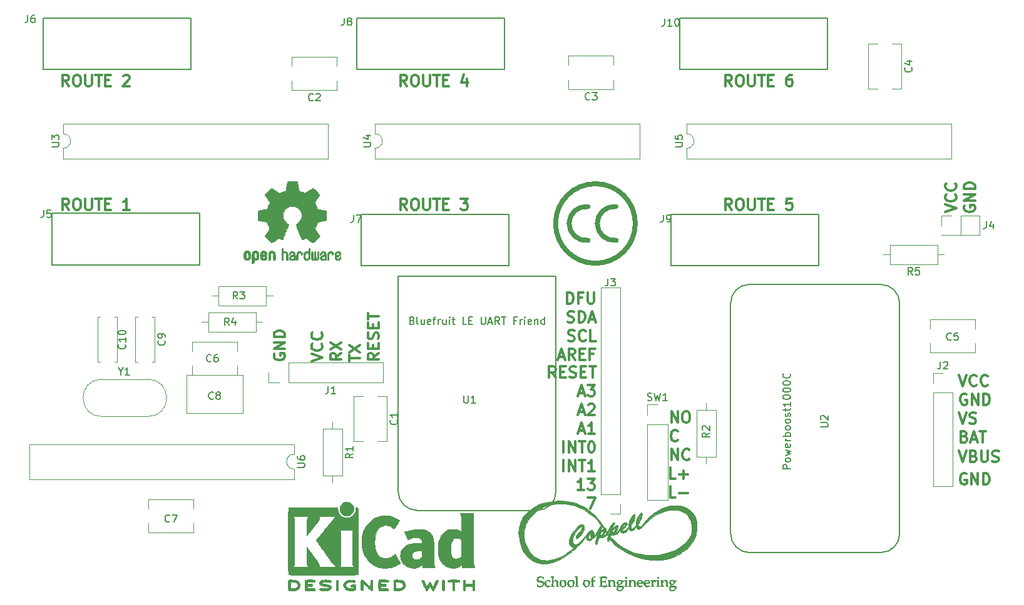
<source format=gbr>
G04 #@! TF.FileFunction,Legend,Top*
%FSLAX46Y46*%
G04 Gerber Fmt 4.6, Leading zero omitted, Abs format (unit mm)*
G04 Created by KiCad (PCBNEW 4.0.6) date 05/17/17 18:18:02*
%MOMM*%
%LPD*%
G01*
G04 APERTURE LIST*
%ADD10C,0.100000*%
%ADD11C,0.300000*%
%ADD12C,0.150000*%
%ADD13C,0.120000*%
%ADD14C,0.010000*%
%ADD15C,0.635000*%
G04 APERTURE END LIST*
D10*
D11*
X165778715Y-143807571D02*
X165064429Y-143807571D01*
X165064429Y-142307571D01*
X166278715Y-143236143D02*
X167421572Y-143236143D01*
X166850143Y-143807571D02*
X166850143Y-142664714D01*
D12*
X130152285Y-122356571D02*
X130295142Y-122404190D01*
X130342761Y-122451810D01*
X130390380Y-122547048D01*
X130390380Y-122689905D01*
X130342761Y-122785143D01*
X130295142Y-122832762D01*
X130199904Y-122880381D01*
X129818951Y-122880381D01*
X129818951Y-121880381D01*
X130152285Y-121880381D01*
X130247523Y-121928000D01*
X130295142Y-121975619D01*
X130342761Y-122070857D01*
X130342761Y-122166095D01*
X130295142Y-122261333D01*
X130247523Y-122308952D01*
X130152285Y-122356571D01*
X129818951Y-122356571D01*
X130961808Y-122880381D02*
X130866570Y-122832762D01*
X130818951Y-122737524D01*
X130818951Y-121880381D01*
X131771333Y-122213714D02*
X131771333Y-122880381D01*
X131342761Y-122213714D02*
X131342761Y-122737524D01*
X131390380Y-122832762D01*
X131485618Y-122880381D01*
X131628476Y-122880381D01*
X131723714Y-122832762D01*
X131771333Y-122785143D01*
X132628476Y-122832762D02*
X132533238Y-122880381D01*
X132342761Y-122880381D01*
X132247523Y-122832762D01*
X132199904Y-122737524D01*
X132199904Y-122356571D01*
X132247523Y-122261333D01*
X132342761Y-122213714D01*
X132533238Y-122213714D01*
X132628476Y-122261333D01*
X132676095Y-122356571D01*
X132676095Y-122451810D01*
X132199904Y-122547048D01*
X132961809Y-122213714D02*
X133342761Y-122213714D01*
X133104666Y-122880381D02*
X133104666Y-122023238D01*
X133152285Y-121928000D01*
X133247523Y-121880381D01*
X133342761Y-121880381D01*
X133676095Y-122880381D02*
X133676095Y-122213714D01*
X133676095Y-122404190D02*
X133723714Y-122308952D01*
X133771333Y-122261333D01*
X133866571Y-122213714D01*
X133961810Y-122213714D01*
X134723715Y-122213714D02*
X134723715Y-122880381D01*
X134295143Y-122213714D02*
X134295143Y-122737524D01*
X134342762Y-122832762D01*
X134438000Y-122880381D01*
X134580858Y-122880381D01*
X134676096Y-122832762D01*
X134723715Y-122785143D01*
X135199905Y-122880381D02*
X135199905Y-122213714D01*
X135199905Y-121880381D02*
X135152286Y-121928000D01*
X135199905Y-121975619D01*
X135247524Y-121928000D01*
X135199905Y-121880381D01*
X135199905Y-121975619D01*
X135533238Y-122213714D02*
X135914190Y-122213714D01*
X135676095Y-121880381D02*
X135676095Y-122737524D01*
X135723714Y-122832762D01*
X135818952Y-122880381D01*
X135914190Y-122880381D01*
X137485620Y-122880381D02*
X137009429Y-122880381D01*
X137009429Y-121880381D01*
X137818953Y-122356571D02*
X138152287Y-122356571D01*
X138295144Y-122880381D02*
X137818953Y-122880381D01*
X137818953Y-121880381D01*
X138295144Y-121880381D01*
X139485620Y-121880381D02*
X139485620Y-122689905D01*
X139533239Y-122785143D01*
X139580858Y-122832762D01*
X139676096Y-122880381D01*
X139866573Y-122880381D01*
X139961811Y-122832762D01*
X140009430Y-122785143D01*
X140057049Y-122689905D01*
X140057049Y-121880381D01*
X140485620Y-122594667D02*
X140961811Y-122594667D01*
X140390382Y-122880381D02*
X140723715Y-121880381D01*
X141057049Y-122880381D01*
X141961811Y-122880381D02*
X141628477Y-122404190D01*
X141390382Y-122880381D02*
X141390382Y-121880381D01*
X141771335Y-121880381D01*
X141866573Y-121928000D01*
X141914192Y-121975619D01*
X141961811Y-122070857D01*
X141961811Y-122213714D01*
X141914192Y-122308952D01*
X141866573Y-122356571D01*
X141771335Y-122404190D01*
X141390382Y-122404190D01*
X142247525Y-121880381D02*
X142818954Y-121880381D01*
X142533239Y-122880381D02*
X142533239Y-121880381D01*
X144247526Y-122356571D02*
X143914192Y-122356571D01*
X143914192Y-122880381D02*
X143914192Y-121880381D01*
X144390383Y-121880381D01*
X144771335Y-122880381D02*
X144771335Y-122213714D01*
X144771335Y-122404190D02*
X144818954Y-122308952D01*
X144866573Y-122261333D01*
X144961811Y-122213714D01*
X145057050Y-122213714D01*
X145390383Y-122880381D02*
X145390383Y-122213714D01*
X145390383Y-121880381D02*
X145342764Y-121928000D01*
X145390383Y-121975619D01*
X145438002Y-121928000D01*
X145390383Y-121880381D01*
X145390383Y-121975619D01*
X146247526Y-122832762D02*
X146152288Y-122880381D01*
X145961811Y-122880381D01*
X145866573Y-122832762D01*
X145818954Y-122737524D01*
X145818954Y-122356571D01*
X145866573Y-122261333D01*
X145961811Y-122213714D01*
X146152288Y-122213714D01*
X146247526Y-122261333D01*
X146295145Y-122356571D01*
X146295145Y-122451810D01*
X145818954Y-122547048D01*
X146723716Y-122213714D02*
X146723716Y-122880381D01*
X146723716Y-122308952D02*
X146771335Y-122261333D01*
X146866573Y-122213714D01*
X147009431Y-122213714D01*
X147104669Y-122261333D01*
X147152288Y-122356571D01*
X147152288Y-122880381D01*
X148057050Y-122880381D02*
X148057050Y-121880381D01*
X148057050Y-122832762D02*
X147961812Y-122880381D01*
X147771335Y-122880381D01*
X147676097Y-122832762D01*
X147628478Y-122785143D01*
X147580859Y-122689905D01*
X147580859Y-122404190D01*
X147628478Y-122308952D01*
X147676097Y-122261333D01*
X147771335Y-122213714D01*
X147961812Y-122213714D01*
X148057050Y-122261333D01*
D11*
X205105143Y-143141000D02*
X204962286Y-143069571D01*
X204748000Y-143069571D01*
X204533715Y-143141000D01*
X204390857Y-143283857D01*
X204319429Y-143426714D01*
X204248000Y-143712429D01*
X204248000Y-143926714D01*
X204319429Y-144212429D01*
X204390857Y-144355286D01*
X204533715Y-144498143D01*
X204748000Y-144569571D01*
X204890857Y-144569571D01*
X205105143Y-144498143D01*
X205176572Y-144426714D01*
X205176572Y-143926714D01*
X204890857Y-143926714D01*
X205819429Y-144569571D02*
X205819429Y-143069571D01*
X206676572Y-144569571D01*
X206676572Y-143069571D01*
X207390858Y-144569571D02*
X207390858Y-143069571D01*
X207748001Y-143069571D01*
X207962286Y-143141000D01*
X208105144Y-143283857D01*
X208176572Y-143426714D01*
X208248001Y-143712429D01*
X208248001Y-143926714D01*
X208176572Y-144212429D01*
X208105144Y-144355286D01*
X207962286Y-144498143D01*
X207748001Y-144569571D01*
X207390858Y-144569571D01*
X204847287Y-138068857D02*
X205061573Y-138140286D01*
X205133001Y-138211714D01*
X205204430Y-138354571D01*
X205204430Y-138568857D01*
X205133001Y-138711714D01*
X205061573Y-138783143D01*
X204918715Y-138854571D01*
X204347287Y-138854571D01*
X204347287Y-137354571D01*
X204847287Y-137354571D01*
X204990144Y-137426000D01*
X205061573Y-137497429D01*
X205133001Y-137640286D01*
X205133001Y-137783143D01*
X205061573Y-137926000D01*
X204990144Y-137997429D01*
X204847287Y-138068857D01*
X204347287Y-138068857D01*
X205775858Y-138426000D02*
X206490144Y-138426000D01*
X205633001Y-138854571D02*
X206133001Y-137354571D01*
X206633001Y-138854571D01*
X206918715Y-137354571D02*
X207775858Y-137354571D01*
X207347287Y-138854571D02*
X207347287Y-137354571D01*
X204863000Y-106806857D02*
X204791571Y-106949714D01*
X204791571Y-107164000D01*
X204863000Y-107378285D01*
X205005857Y-107521143D01*
X205148714Y-107592571D01*
X205434429Y-107664000D01*
X205648714Y-107664000D01*
X205934429Y-107592571D01*
X206077286Y-107521143D01*
X206220143Y-107378285D01*
X206291571Y-107164000D01*
X206291571Y-107021143D01*
X206220143Y-106806857D01*
X206148714Y-106735428D01*
X205648714Y-106735428D01*
X205648714Y-107021143D01*
X206291571Y-106092571D02*
X204791571Y-106092571D01*
X206291571Y-105235428D01*
X204791571Y-105235428D01*
X206291571Y-104521142D02*
X204791571Y-104521142D01*
X204791571Y-104163999D01*
X204863000Y-103949714D01*
X205005857Y-103806856D01*
X205148714Y-103735428D01*
X205434429Y-103663999D01*
X205648714Y-103663999D01*
X205934429Y-103735428D01*
X206077286Y-103806856D01*
X206220143Y-103949714D01*
X206291571Y-104163999D01*
X206291571Y-104521142D01*
X202251571Y-107664000D02*
X203751571Y-107164000D01*
X202251571Y-106664000D01*
X203608714Y-105306857D02*
X203680143Y-105378286D01*
X203751571Y-105592572D01*
X203751571Y-105735429D01*
X203680143Y-105949714D01*
X203537286Y-106092572D01*
X203394429Y-106164000D01*
X203108714Y-106235429D01*
X202894429Y-106235429D01*
X202608714Y-106164000D01*
X202465857Y-106092572D01*
X202323000Y-105949714D01*
X202251571Y-105735429D01*
X202251571Y-105592572D01*
X202323000Y-105378286D01*
X202394429Y-105306857D01*
X203608714Y-103806857D02*
X203680143Y-103878286D01*
X203751571Y-104092572D01*
X203751571Y-104235429D01*
X203680143Y-104449714D01*
X203537286Y-104592572D01*
X203394429Y-104664000D01*
X203108714Y-104735429D01*
X202894429Y-104735429D01*
X202608714Y-104664000D01*
X202465857Y-104592572D01*
X202323000Y-104449714D01*
X202251571Y-104235429D01*
X202251571Y-104092572D01*
X202323000Y-103878286D01*
X202394429Y-103806857D01*
X173395143Y-90594571D02*
X172895143Y-89880286D01*
X172538000Y-90594571D02*
X172538000Y-89094571D01*
X173109428Y-89094571D01*
X173252286Y-89166000D01*
X173323714Y-89237429D01*
X173395143Y-89380286D01*
X173395143Y-89594571D01*
X173323714Y-89737429D01*
X173252286Y-89808857D01*
X173109428Y-89880286D01*
X172538000Y-89880286D01*
X174323714Y-89094571D02*
X174609428Y-89094571D01*
X174752286Y-89166000D01*
X174895143Y-89308857D01*
X174966571Y-89594571D01*
X174966571Y-90094571D01*
X174895143Y-90380286D01*
X174752286Y-90523143D01*
X174609428Y-90594571D01*
X174323714Y-90594571D01*
X174180857Y-90523143D01*
X174038000Y-90380286D01*
X173966571Y-90094571D01*
X173966571Y-89594571D01*
X174038000Y-89308857D01*
X174180857Y-89166000D01*
X174323714Y-89094571D01*
X175609429Y-89094571D02*
X175609429Y-90308857D01*
X175680857Y-90451714D01*
X175752286Y-90523143D01*
X175895143Y-90594571D01*
X176180857Y-90594571D01*
X176323715Y-90523143D01*
X176395143Y-90451714D01*
X176466572Y-90308857D01*
X176466572Y-89094571D01*
X176966572Y-89094571D02*
X177823715Y-89094571D01*
X177395144Y-90594571D02*
X177395144Y-89094571D01*
X178323715Y-89808857D02*
X178823715Y-89808857D01*
X179038001Y-90594571D02*
X178323715Y-90594571D01*
X178323715Y-89094571D01*
X179038001Y-89094571D01*
X181466572Y-89094571D02*
X181180858Y-89094571D01*
X181038001Y-89166000D01*
X180966572Y-89237429D01*
X180823715Y-89451714D01*
X180752286Y-89737429D01*
X180752286Y-90308857D01*
X180823715Y-90451714D01*
X180895143Y-90523143D01*
X181038001Y-90594571D01*
X181323715Y-90594571D01*
X181466572Y-90523143D01*
X181538001Y-90451714D01*
X181609429Y-90308857D01*
X181609429Y-89951714D01*
X181538001Y-89808857D01*
X181466572Y-89737429D01*
X181323715Y-89666000D01*
X181038001Y-89666000D01*
X180895143Y-89737429D01*
X180823715Y-89808857D01*
X180752286Y-89951714D01*
X173395143Y-107358571D02*
X172895143Y-106644286D01*
X172538000Y-107358571D02*
X172538000Y-105858571D01*
X173109428Y-105858571D01*
X173252286Y-105930000D01*
X173323714Y-106001429D01*
X173395143Y-106144286D01*
X173395143Y-106358571D01*
X173323714Y-106501429D01*
X173252286Y-106572857D01*
X173109428Y-106644286D01*
X172538000Y-106644286D01*
X174323714Y-105858571D02*
X174609428Y-105858571D01*
X174752286Y-105930000D01*
X174895143Y-106072857D01*
X174966571Y-106358571D01*
X174966571Y-106858571D01*
X174895143Y-107144286D01*
X174752286Y-107287143D01*
X174609428Y-107358571D01*
X174323714Y-107358571D01*
X174180857Y-107287143D01*
X174038000Y-107144286D01*
X173966571Y-106858571D01*
X173966571Y-106358571D01*
X174038000Y-106072857D01*
X174180857Y-105930000D01*
X174323714Y-105858571D01*
X175609429Y-105858571D02*
X175609429Y-107072857D01*
X175680857Y-107215714D01*
X175752286Y-107287143D01*
X175895143Y-107358571D01*
X176180857Y-107358571D01*
X176323715Y-107287143D01*
X176395143Y-107215714D01*
X176466572Y-107072857D01*
X176466572Y-105858571D01*
X176966572Y-105858571D02*
X177823715Y-105858571D01*
X177395144Y-107358571D02*
X177395144Y-105858571D01*
X178323715Y-106572857D02*
X178823715Y-106572857D01*
X179038001Y-107358571D02*
X178323715Y-107358571D01*
X178323715Y-105858571D01*
X179038001Y-105858571D01*
X181538001Y-105858571D02*
X180823715Y-105858571D01*
X180752286Y-106572857D01*
X180823715Y-106501429D01*
X180966572Y-106430000D01*
X181323715Y-106430000D01*
X181466572Y-106501429D01*
X181538001Y-106572857D01*
X181609429Y-106715714D01*
X181609429Y-107072857D01*
X181538001Y-107215714D01*
X181466572Y-107287143D01*
X181323715Y-107358571D01*
X180966572Y-107358571D01*
X180823715Y-107287143D01*
X180752286Y-107215714D01*
X129453143Y-90594571D02*
X128953143Y-89880286D01*
X128596000Y-90594571D02*
X128596000Y-89094571D01*
X129167428Y-89094571D01*
X129310286Y-89166000D01*
X129381714Y-89237429D01*
X129453143Y-89380286D01*
X129453143Y-89594571D01*
X129381714Y-89737429D01*
X129310286Y-89808857D01*
X129167428Y-89880286D01*
X128596000Y-89880286D01*
X130381714Y-89094571D02*
X130667428Y-89094571D01*
X130810286Y-89166000D01*
X130953143Y-89308857D01*
X131024571Y-89594571D01*
X131024571Y-90094571D01*
X130953143Y-90380286D01*
X130810286Y-90523143D01*
X130667428Y-90594571D01*
X130381714Y-90594571D01*
X130238857Y-90523143D01*
X130096000Y-90380286D01*
X130024571Y-90094571D01*
X130024571Y-89594571D01*
X130096000Y-89308857D01*
X130238857Y-89166000D01*
X130381714Y-89094571D01*
X131667429Y-89094571D02*
X131667429Y-90308857D01*
X131738857Y-90451714D01*
X131810286Y-90523143D01*
X131953143Y-90594571D01*
X132238857Y-90594571D01*
X132381715Y-90523143D01*
X132453143Y-90451714D01*
X132524572Y-90308857D01*
X132524572Y-89094571D01*
X133024572Y-89094571D02*
X133881715Y-89094571D01*
X133453144Y-90594571D02*
X133453144Y-89094571D01*
X134381715Y-89808857D02*
X134881715Y-89808857D01*
X135096001Y-90594571D02*
X134381715Y-90594571D01*
X134381715Y-89094571D01*
X135096001Y-89094571D01*
X137524572Y-89594571D02*
X137524572Y-90594571D01*
X137167429Y-89023143D02*
X136810286Y-90094571D01*
X137738858Y-90094571D01*
X129453143Y-107358571D02*
X128953143Y-106644286D01*
X128596000Y-107358571D02*
X128596000Y-105858571D01*
X129167428Y-105858571D01*
X129310286Y-105930000D01*
X129381714Y-106001429D01*
X129453143Y-106144286D01*
X129453143Y-106358571D01*
X129381714Y-106501429D01*
X129310286Y-106572857D01*
X129167428Y-106644286D01*
X128596000Y-106644286D01*
X130381714Y-105858571D02*
X130667428Y-105858571D01*
X130810286Y-105930000D01*
X130953143Y-106072857D01*
X131024571Y-106358571D01*
X131024571Y-106858571D01*
X130953143Y-107144286D01*
X130810286Y-107287143D01*
X130667428Y-107358571D01*
X130381714Y-107358571D01*
X130238857Y-107287143D01*
X130096000Y-107144286D01*
X130024571Y-106858571D01*
X130024571Y-106358571D01*
X130096000Y-106072857D01*
X130238857Y-105930000D01*
X130381714Y-105858571D01*
X131667429Y-105858571D02*
X131667429Y-107072857D01*
X131738857Y-107215714D01*
X131810286Y-107287143D01*
X131953143Y-107358571D01*
X132238857Y-107358571D01*
X132381715Y-107287143D01*
X132453143Y-107215714D01*
X132524572Y-107072857D01*
X132524572Y-105858571D01*
X133024572Y-105858571D02*
X133881715Y-105858571D01*
X133453144Y-107358571D02*
X133453144Y-105858571D01*
X134381715Y-106572857D02*
X134881715Y-106572857D01*
X135096001Y-107358571D02*
X134381715Y-107358571D01*
X134381715Y-105858571D01*
X135096001Y-105858571D01*
X136738858Y-105858571D02*
X137667429Y-105858571D01*
X137167429Y-106430000D01*
X137381715Y-106430000D01*
X137524572Y-106501429D01*
X137596001Y-106572857D01*
X137667429Y-106715714D01*
X137667429Y-107072857D01*
X137596001Y-107215714D01*
X137524572Y-107287143D01*
X137381715Y-107358571D01*
X136953143Y-107358571D01*
X136810286Y-107287143D01*
X136738858Y-107215714D01*
X83733143Y-90594571D02*
X83233143Y-89880286D01*
X82876000Y-90594571D02*
X82876000Y-89094571D01*
X83447428Y-89094571D01*
X83590286Y-89166000D01*
X83661714Y-89237429D01*
X83733143Y-89380286D01*
X83733143Y-89594571D01*
X83661714Y-89737429D01*
X83590286Y-89808857D01*
X83447428Y-89880286D01*
X82876000Y-89880286D01*
X84661714Y-89094571D02*
X84947428Y-89094571D01*
X85090286Y-89166000D01*
X85233143Y-89308857D01*
X85304571Y-89594571D01*
X85304571Y-90094571D01*
X85233143Y-90380286D01*
X85090286Y-90523143D01*
X84947428Y-90594571D01*
X84661714Y-90594571D01*
X84518857Y-90523143D01*
X84376000Y-90380286D01*
X84304571Y-90094571D01*
X84304571Y-89594571D01*
X84376000Y-89308857D01*
X84518857Y-89166000D01*
X84661714Y-89094571D01*
X85947429Y-89094571D02*
X85947429Y-90308857D01*
X86018857Y-90451714D01*
X86090286Y-90523143D01*
X86233143Y-90594571D01*
X86518857Y-90594571D01*
X86661715Y-90523143D01*
X86733143Y-90451714D01*
X86804572Y-90308857D01*
X86804572Y-89094571D01*
X87304572Y-89094571D02*
X88161715Y-89094571D01*
X87733144Y-90594571D02*
X87733144Y-89094571D01*
X88661715Y-89808857D02*
X89161715Y-89808857D01*
X89376001Y-90594571D02*
X88661715Y-90594571D01*
X88661715Y-89094571D01*
X89376001Y-89094571D01*
X91090286Y-89237429D02*
X91161715Y-89166000D01*
X91304572Y-89094571D01*
X91661715Y-89094571D01*
X91804572Y-89166000D01*
X91876001Y-89237429D01*
X91947429Y-89380286D01*
X91947429Y-89523143D01*
X91876001Y-89737429D01*
X91018858Y-90594571D01*
X91947429Y-90594571D01*
X83733143Y-107358571D02*
X83233143Y-106644286D01*
X82876000Y-107358571D02*
X82876000Y-105858571D01*
X83447428Y-105858571D01*
X83590286Y-105930000D01*
X83661714Y-106001429D01*
X83733143Y-106144286D01*
X83733143Y-106358571D01*
X83661714Y-106501429D01*
X83590286Y-106572857D01*
X83447428Y-106644286D01*
X82876000Y-106644286D01*
X84661714Y-105858571D02*
X84947428Y-105858571D01*
X85090286Y-105930000D01*
X85233143Y-106072857D01*
X85304571Y-106358571D01*
X85304571Y-106858571D01*
X85233143Y-107144286D01*
X85090286Y-107287143D01*
X84947428Y-107358571D01*
X84661714Y-107358571D01*
X84518857Y-107287143D01*
X84376000Y-107144286D01*
X84304571Y-106858571D01*
X84304571Y-106358571D01*
X84376000Y-106072857D01*
X84518857Y-105930000D01*
X84661714Y-105858571D01*
X85947429Y-105858571D02*
X85947429Y-107072857D01*
X86018857Y-107215714D01*
X86090286Y-107287143D01*
X86233143Y-107358571D01*
X86518857Y-107358571D01*
X86661715Y-107287143D01*
X86733143Y-107215714D01*
X86804572Y-107072857D01*
X86804572Y-105858571D01*
X87304572Y-105858571D02*
X88161715Y-105858571D01*
X87733144Y-107358571D02*
X87733144Y-105858571D01*
X88661715Y-106572857D02*
X89161715Y-106572857D01*
X89376001Y-107358571D02*
X88661715Y-107358571D01*
X88661715Y-105858571D01*
X89376001Y-105858571D01*
X91947429Y-107358571D02*
X91090286Y-107358571D01*
X91518858Y-107358571D02*
X91518858Y-105858571D01*
X91376001Y-106072857D01*
X91233143Y-106215714D01*
X91090286Y-106287143D01*
X153900001Y-146371571D02*
X154900001Y-146371571D01*
X154257144Y-147871571D01*
X153400001Y-145331571D02*
X152542858Y-145331571D01*
X152971430Y-145331571D02*
X152971430Y-143831571D01*
X152828573Y-144045857D01*
X152685715Y-144188714D01*
X152542858Y-144260143D01*
X153900001Y-143831571D02*
X154828572Y-143831571D01*
X154328572Y-144403000D01*
X154542858Y-144403000D01*
X154685715Y-144474429D01*
X154757144Y-144545857D01*
X154828572Y-144688714D01*
X154828572Y-145045857D01*
X154757144Y-145188714D01*
X154685715Y-145260143D01*
X154542858Y-145331571D01*
X154114286Y-145331571D01*
X153971429Y-145260143D01*
X153900001Y-145188714D01*
X150614286Y-142791571D02*
X150614286Y-141291571D01*
X151328572Y-142791571D02*
X151328572Y-141291571D01*
X152185715Y-142791571D01*
X152185715Y-141291571D01*
X152685715Y-141291571D02*
X153542858Y-141291571D01*
X153114287Y-142791571D02*
X153114287Y-141291571D01*
X154828572Y-142791571D02*
X153971429Y-142791571D01*
X154400001Y-142791571D02*
X154400001Y-141291571D01*
X154257144Y-141505857D01*
X154114286Y-141648714D01*
X153971429Y-141720143D01*
X150614286Y-140251571D02*
X150614286Y-138751571D01*
X151328572Y-140251571D02*
X151328572Y-138751571D01*
X152185715Y-140251571D01*
X152185715Y-138751571D01*
X152685715Y-138751571D02*
X153542858Y-138751571D01*
X153114287Y-140251571D02*
X153114287Y-138751571D01*
X154328572Y-138751571D02*
X154471429Y-138751571D01*
X154614286Y-138823000D01*
X154685715Y-138894429D01*
X154757144Y-139037286D01*
X154828572Y-139323000D01*
X154828572Y-139680143D01*
X154757144Y-139965857D01*
X154685715Y-140108714D01*
X154614286Y-140180143D01*
X154471429Y-140251571D01*
X154328572Y-140251571D01*
X154185715Y-140180143D01*
X154114286Y-140108714D01*
X154042858Y-139965857D01*
X153971429Y-139680143D01*
X153971429Y-139323000D01*
X154042858Y-139037286D01*
X154114286Y-138894429D01*
X154185715Y-138823000D01*
X154328572Y-138751571D01*
X152685715Y-137283000D02*
X153400001Y-137283000D01*
X152542858Y-137711571D02*
X153042858Y-136211571D01*
X153542858Y-137711571D01*
X154828572Y-137711571D02*
X153971429Y-137711571D01*
X154400001Y-137711571D02*
X154400001Y-136211571D01*
X154257144Y-136425857D01*
X154114286Y-136568714D01*
X153971429Y-136640143D01*
X152685715Y-134743000D02*
X153400001Y-134743000D01*
X152542858Y-135171571D02*
X153042858Y-133671571D01*
X153542858Y-135171571D01*
X153971429Y-133814429D02*
X154042858Y-133743000D01*
X154185715Y-133671571D01*
X154542858Y-133671571D01*
X154685715Y-133743000D01*
X154757144Y-133814429D01*
X154828572Y-133957286D01*
X154828572Y-134100143D01*
X154757144Y-134314429D01*
X153900001Y-135171571D01*
X154828572Y-135171571D01*
X152685715Y-132203000D02*
X153400001Y-132203000D01*
X152542858Y-132631571D02*
X153042858Y-131131571D01*
X153542858Y-132631571D01*
X153900001Y-131131571D02*
X154828572Y-131131571D01*
X154328572Y-131703000D01*
X154542858Y-131703000D01*
X154685715Y-131774429D01*
X154757144Y-131845857D01*
X154828572Y-131988714D01*
X154828572Y-132345857D01*
X154757144Y-132488714D01*
X154685715Y-132560143D01*
X154542858Y-132631571D01*
X154114286Y-132631571D01*
X153971429Y-132560143D01*
X153900001Y-132488714D01*
X149542858Y-130091571D02*
X149042858Y-129377286D01*
X148685715Y-130091571D02*
X148685715Y-128591571D01*
X149257143Y-128591571D01*
X149400001Y-128663000D01*
X149471429Y-128734429D01*
X149542858Y-128877286D01*
X149542858Y-129091571D01*
X149471429Y-129234429D01*
X149400001Y-129305857D01*
X149257143Y-129377286D01*
X148685715Y-129377286D01*
X150185715Y-129305857D02*
X150685715Y-129305857D01*
X150900001Y-130091571D02*
X150185715Y-130091571D01*
X150185715Y-128591571D01*
X150900001Y-128591571D01*
X151471429Y-130020143D02*
X151685715Y-130091571D01*
X152042858Y-130091571D01*
X152185715Y-130020143D01*
X152257144Y-129948714D01*
X152328572Y-129805857D01*
X152328572Y-129663000D01*
X152257144Y-129520143D01*
X152185715Y-129448714D01*
X152042858Y-129377286D01*
X151757144Y-129305857D01*
X151614286Y-129234429D01*
X151542858Y-129163000D01*
X151471429Y-129020143D01*
X151471429Y-128877286D01*
X151542858Y-128734429D01*
X151614286Y-128663000D01*
X151757144Y-128591571D01*
X152114286Y-128591571D01*
X152328572Y-128663000D01*
X152971429Y-129305857D02*
X153471429Y-129305857D01*
X153685715Y-130091571D02*
X152971429Y-130091571D01*
X152971429Y-128591571D01*
X153685715Y-128591571D01*
X154114286Y-128591571D02*
X154971429Y-128591571D01*
X154542858Y-130091571D02*
X154542858Y-128591571D01*
X151185715Y-122527143D02*
X151400001Y-122598571D01*
X151757144Y-122598571D01*
X151900001Y-122527143D01*
X151971430Y-122455714D01*
X152042858Y-122312857D01*
X152042858Y-122170000D01*
X151971430Y-122027143D01*
X151900001Y-121955714D01*
X151757144Y-121884286D01*
X151471430Y-121812857D01*
X151328572Y-121741429D01*
X151257144Y-121670000D01*
X151185715Y-121527143D01*
X151185715Y-121384286D01*
X151257144Y-121241429D01*
X151328572Y-121170000D01*
X151471430Y-121098571D01*
X151828572Y-121098571D01*
X152042858Y-121170000D01*
X152685715Y-122598571D02*
X152685715Y-121098571D01*
X153042858Y-121098571D01*
X153257143Y-121170000D01*
X153400001Y-121312857D01*
X153471429Y-121455714D01*
X153542858Y-121741429D01*
X153542858Y-121955714D01*
X153471429Y-122241429D01*
X153400001Y-122384286D01*
X153257143Y-122527143D01*
X153042858Y-122598571D01*
X152685715Y-122598571D01*
X154114286Y-122170000D02*
X154828572Y-122170000D01*
X153971429Y-122598571D02*
X154471429Y-121098571D01*
X154971429Y-122598571D01*
X151257143Y-125067143D02*
X151471429Y-125138571D01*
X151828572Y-125138571D01*
X151971429Y-125067143D01*
X152042858Y-124995714D01*
X152114286Y-124852857D01*
X152114286Y-124710000D01*
X152042858Y-124567143D01*
X151971429Y-124495714D01*
X151828572Y-124424286D01*
X151542858Y-124352857D01*
X151400000Y-124281429D01*
X151328572Y-124210000D01*
X151257143Y-124067143D01*
X151257143Y-123924286D01*
X151328572Y-123781429D01*
X151400000Y-123710000D01*
X151542858Y-123638571D01*
X151900000Y-123638571D01*
X152114286Y-123710000D01*
X153614286Y-124995714D02*
X153542857Y-125067143D01*
X153328571Y-125138571D01*
X153185714Y-125138571D01*
X152971429Y-125067143D01*
X152828571Y-124924286D01*
X152757143Y-124781429D01*
X152685714Y-124495714D01*
X152685714Y-124281429D01*
X152757143Y-123995714D01*
X152828571Y-123852857D01*
X152971429Y-123710000D01*
X153185714Y-123638571D01*
X153328571Y-123638571D01*
X153542857Y-123710000D01*
X153614286Y-123781429D01*
X154971429Y-125138571D02*
X154257143Y-125138571D01*
X154257143Y-123638571D01*
X151114286Y-120058571D02*
X151114286Y-118558571D01*
X151471429Y-118558571D01*
X151685714Y-118630000D01*
X151828572Y-118772857D01*
X151900000Y-118915714D01*
X151971429Y-119201429D01*
X151971429Y-119415714D01*
X151900000Y-119701429D01*
X151828572Y-119844286D01*
X151685714Y-119987143D01*
X151471429Y-120058571D01*
X151114286Y-120058571D01*
X153114286Y-119272857D02*
X152614286Y-119272857D01*
X152614286Y-120058571D02*
X152614286Y-118558571D01*
X153328572Y-118558571D01*
X153900000Y-118558571D02*
X153900000Y-119772857D01*
X153971428Y-119915714D01*
X154042857Y-119987143D01*
X154185714Y-120058571D01*
X154471428Y-120058571D01*
X154614286Y-119987143D01*
X154685714Y-119915714D01*
X154757143Y-119772857D01*
X154757143Y-118558571D01*
X149971429Y-127250000D02*
X150685715Y-127250000D01*
X149828572Y-127678571D02*
X150328572Y-126178571D01*
X150828572Y-127678571D01*
X152185715Y-127678571D02*
X151685715Y-126964286D01*
X151328572Y-127678571D02*
X151328572Y-126178571D01*
X151900000Y-126178571D01*
X152042858Y-126250000D01*
X152114286Y-126321429D01*
X152185715Y-126464286D01*
X152185715Y-126678571D01*
X152114286Y-126821429D01*
X152042858Y-126892857D01*
X151900000Y-126964286D01*
X151328572Y-126964286D01*
X152828572Y-126892857D02*
X153328572Y-126892857D01*
X153542858Y-127678571D02*
X152828572Y-127678571D01*
X152828572Y-126178571D01*
X153542858Y-126178571D01*
X154685715Y-126892857D02*
X154185715Y-126892857D01*
X154185715Y-127678571D02*
X154185715Y-126178571D01*
X154900001Y-126178571D01*
X165223286Y-136187571D02*
X165223286Y-134687571D01*
X166080429Y-136187571D01*
X166080429Y-134687571D01*
X167080429Y-134687571D02*
X167366143Y-134687571D01*
X167509001Y-134759000D01*
X167651858Y-134901857D01*
X167723286Y-135187571D01*
X167723286Y-135687571D01*
X167651858Y-135973286D01*
X167509001Y-136116143D01*
X167366143Y-136187571D01*
X167080429Y-136187571D01*
X166937572Y-136116143D01*
X166794715Y-135973286D01*
X166723286Y-135687571D01*
X166723286Y-135187571D01*
X166794715Y-134901857D01*
X166937572Y-134759000D01*
X167080429Y-134687571D01*
X165223286Y-141267571D02*
X165223286Y-139767571D01*
X166080429Y-141267571D01*
X166080429Y-139767571D01*
X167651858Y-141124714D02*
X167580429Y-141196143D01*
X167366143Y-141267571D01*
X167223286Y-141267571D01*
X167009001Y-141196143D01*
X166866143Y-141053286D01*
X166794715Y-140910429D01*
X166723286Y-140624714D01*
X166723286Y-140410429D01*
X166794715Y-140124714D01*
X166866143Y-139981857D01*
X167009001Y-139839000D01*
X167223286Y-139767571D01*
X167366143Y-139767571D01*
X167580429Y-139839000D01*
X167651858Y-139910429D01*
X165778715Y-146347571D02*
X165064429Y-146347571D01*
X165064429Y-144847571D01*
X166278715Y-145776143D02*
X167421572Y-145776143D01*
X166072286Y-138584714D02*
X166000857Y-138656143D01*
X165786571Y-138727571D01*
X165643714Y-138727571D01*
X165429429Y-138656143D01*
X165286571Y-138513286D01*
X165215143Y-138370429D01*
X165143714Y-138084714D01*
X165143714Y-137870429D01*
X165215143Y-137584714D01*
X165286571Y-137441857D01*
X165429429Y-137299000D01*
X165643714Y-137227571D01*
X165786571Y-137227571D01*
X166000857Y-137299000D01*
X166072286Y-137370429D01*
X125646571Y-126801428D02*
X124932286Y-127301428D01*
X125646571Y-127658571D02*
X124146571Y-127658571D01*
X124146571Y-127087143D01*
X124218000Y-126944285D01*
X124289429Y-126872857D01*
X124432286Y-126801428D01*
X124646571Y-126801428D01*
X124789429Y-126872857D01*
X124860857Y-126944285D01*
X124932286Y-127087143D01*
X124932286Y-127658571D01*
X124860857Y-126158571D02*
X124860857Y-125658571D01*
X125646571Y-125444285D02*
X125646571Y-126158571D01*
X124146571Y-126158571D01*
X124146571Y-125444285D01*
X125575143Y-124872857D02*
X125646571Y-124658571D01*
X125646571Y-124301428D01*
X125575143Y-124158571D01*
X125503714Y-124087142D01*
X125360857Y-124015714D01*
X125218000Y-124015714D01*
X125075143Y-124087142D01*
X125003714Y-124158571D01*
X124932286Y-124301428D01*
X124860857Y-124587142D01*
X124789429Y-124730000D01*
X124718000Y-124801428D01*
X124575143Y-124872857D01*
X124432286Y-124872857D01*
X124289429Y-124801428D01*
X124218000Y-124730000D01*
X124146571Y-124587142D01*
X124146571Y-124230000D01*
X124218000Y-124015714D01*
X124860857Y-123372857D02*
X124860857Y-122872857D01*
X125646571Y-122658571D02*
X125646571Y-123372857D01*
X124146571Y-123372857D01*
X124146571Y-122658571D01*
X124146571Y-122230000D02*
X124146571Y-121372857D01*
X125646571Y-121801428D02*
X124146571Y-121801428D01*
X121606571Y-127872857D02*
X121606571Y-127015714D01*
X123106571Y-127444285D02*
X121606571Y-127444285D01*
X121606571Y-126658571D02*
X123106571Y-125658571D01*
X121606571Y-125658571D02*
X123106571Y-126658571D01*
X120566571Y-126801428D02*
X119852286Y-127301428D01*
X120566571Y-127658571D02*
X119066571Y-127658571D01*
X119066571Y-127087143D01*
X119138000Y-126944285D01*
X119209429Y-126872857D01*
X119352286Y-126801428D01*
X119566571Y-126801428D01*
X119709429Y-126872857D01*
X119780857Y-126944285D01*
X119852286Y-127087143D01*
X119852286Y-127658571D01*
X119066571Y-126301428D02*
X120566571Y-125301428D01*
X119066571Y-125301428D02*
X120566571Y-126301428D01*
X116526571Y-127872857D02*
X118026571Y-127372857D01*
X116526571Y-126872857D01*
X117883714Y-125515714D02*
X117955143Y-125587143D01*
X118026571Y-125801429D01*
X118026571Y-125944286D01*
X117955143Y-126158571D01*
X117812286Y-126301429D01*
X117669429Y-126372857D01*
X117383714Y-126444286D01*
X117169429Y-126444286D01*
X116883714Y-126372857D01*
X116740857Y-126301429D01*
X116598000Y-126158571D01*
X116526571Y-125944286D01*
X116526571Y-125801429D01*
X116598000Y-125587143D01*
X116669429Y-125515714D01*
X117883714Y-124015714D02*
X117955143Y-124087143D01*
X118026571Y-124301429D01*
X118026571Y-124444286D01*
X117955143Y-124658571D01*
X117812286Y-124801429D01*
X117669429Y-124872857D01*
X117383714Y-124944286D01*
X117169429Y-124944286D01*
X116883714Y-124872857D01*
X116740857Y-124801429D01*
X116598000Y-124658571D01*
X116526571Y-124444286D01*
X116526571Y-124301429D01*
X116598000Y-124087143D01*
X116669429Y-124015714D01*
X111518000Y-126872857D02*
X111446571Y-127015714D01*
X111446571Y-127230000D01*
X111518000Y-127444285D01*
X111660857Y-127587143D01*
X111803714Y-127658571D01*
X112089429Y-127730000D01*
X112303714Y-127730000D01*
X112589429Y-127658571D01*
X112732286Y-127587143D01*
X112875143Y-127444285D01*
X112946571Y-127230000D01*
X112946571Y-127087143D01*
X112875143Y-126872857D01*
X112803714Y-126801428D01*
X112303714Y-126801428D01*
X112303714Y-127087143D01*
X112946571Y-126158571D02*
X111446571Y-126158571D01*
X112946571Y-125301428D01*
X111446571Y-125301428D01*
X112946571Y-124587142D02*
X111446571Y-124587142D01*
X111446571Y-124229999D01*
X111518000Y-124015714D01*
X111660857Y-123872856D01*
X111803714Y-123801428D01*
X112089429Y-123729999D01*
X112303714Y-123729999D01*
X112589429Y-123801428D01*
X112732286Y-123872856D01*
X112875143Y-124015714D01*
X112946571Y-124229999D01*
X112946571Y-124587142D01*
X204133000Y-140021571D02*
X204633000Y-141521571D01*
X205133000Y-140021571D01*
X206133000Y-140735857D02*
X206347286Y-140807286D01*
X206418714Y-140878714D01*
X206490143Y-141021571D01*
X206490143Y-141235857D01*
X206418714Y-141378714D01*
X206347286Y-141450143D01*
X206204428Y-141521571D01*
X205633000Y-141521571D01*
X205633000Y-140021571D01*
X206133000Y-140021571D01*
X206275857Y-140093000D01*
X206347286Y-140164429D01*
X206418714Y-140307286D01*
X206418714Y-140450143D01*
X206347286Y-140593000D01*
X206275857Y-140664429D01*
X206133000Y-140735857D01*
X205633000Y-140735857D01*
X207133000Y-140021571D02*
X207133000Y-141235857D01*
X207204428Y-141378714D01*
X207275857Y-141450143D01*
X207418714Y-141521571D01*
X207704428Y-141521571D01*
X207847286Y-141450143D01*
X207918714Y-141378714D01*
X207990143Y-141235857D01*
X207990143Y-140021571D01*
X208633000Y-141450143D02*
X208847286Y-141521571D01*
X209204429Y-141521571D01*
X209347286Y-141450143D01*
X209418715Y-141378714D01*
X209490143Y-141235857D01*
X209490143Y-141093000D01*
X209418715Y-140950143D01*
X209347286Y-140878714D01*
X209204429Y-140807286D01*
X208918715Y-140735857D01*
X208775857Y-140664429D01*
X208704429Y-140593000D01*
X208633000Y-140450143D01*
X208633000Y-140307286D01*
X208704429Y-140164429D01*
X208775857Y-140093000D01*
X208918715Y-140021571D01*
X209275857Y-140021571D01*
X209490143Y-140093000D01*
X204133001Y-134814571D02*
X204633001Y-136314571D01*
X205133001Y-134814571D01*
X205561572Y-136243143D02*
X205775858Y-136314571D01*
X206133001Y-136314571D01*
X206275858Y-136243143D01*
X206347287Y-136171714D01*
X206418715Y-136028857D01*
X206418715Y-135886000D01*
X206347287Y-135743143D01*
X206275858Y-135671714D01*
X206133001Y-135600286D01*
X205847287Y-135528857D01*
X205704429Y-135457429D01*
X205633001Y-135386000D01*
X205561572Y-135243143D01*
X205561572Y-135100286D01*
X205633001Y-134957429D01*
X205704429Y-134886000D01*
X205847287Y-134814571D01*
X206204429Y-134814571D01*
X206418715Y-134886000D01*
X205133001Y-132346000D02*
X204990144Y-132274571D01*
X204775858Y-132274571D01*
X204561573Y-132346000D01*
X204418715Y-132488857D01*
X204347287Y-132631714D01*
X204275858Y-132917429D01*
X204275858Y-133131714D01*
X204347287Y-133417429D01*
X204418715Y-133560286D01*
X204561573Y-133703143D01*
X204775858Y-133774571D01*
X204918715Y-133774571D01*
X205133001Y-133703143D01*
X205204430Y-133631714D01*
X205204430Y-133131714D01*
X204918715Y-133131714D01*
X205847287Y-133774571D02*
X205847287Y-132274571D01*
X206704430Y-133774571D01*
X206704430Y-132274571D01*
X207418716Y-133774571D02*
X207418716Y-132274571D01*
X207775859Y-132274571D01*
X207990144Y-132346000D01*
X208133002Y-132488857D01*
X208204430Y-132631714D01*
X208275859Y-132917429D01*
X208275859Y-133131714D01*
X208204430Y-133417429D01*
X208133002Y-133560286D01*
X207990144Y-133703143D01*
X207775859Y-133774571D01*
X207418716Y-133774571D01*
X204133000Y-129734571D02*
X204633000Y-131234571D01*
X205133000Y-129734571D01*
X206490143Y-131091714D02*
X206418714Y-131163143D01*
X206204428Y-131234571D01*
X206061571Y-131234571D01*
X205847286Y-131163143D01*
X205704428Y-131020286D01*
X205633000Y-130877429D01*
X205561571Y-130591714D01*
X205561571Y-130377429D01*
X205633000Y-130091714D01*
X205704428Y-129948857D01*
X205847286Y-129806000D01*
X206061571Y-129734571D01*
X206204428Y-129734571D01*
X206418714Y-129806000D01*
X206490143Y-129877429D01*
X207990143Y-131091714D02*
X207918714Y-131163143D01*
X207704428Y-131234571D01*
X207561571Y-131234571D01*
X207347286Y-131163143D01*
X207204428Y-131020286D01*
X207133000Y-130877429D01*
X207061571Y-130591714D01*
X207061571Y-130377429D01*
X207133000Y-130091714D01*
X207204428Y-129948857D01*
X207347286Y-129806000D01*
X207561571Y-129734571D01*
X207704428Y-129734571D01*
X207918714Y-129806000D01*
X207990143Y-129877429D01*
D13*
X106478000Y-129768000D02*
X100358000Y-129768000D01*
X106478000Y-125248000D02*
X100358000Y-125248000D01*
X106478000Y-129768000D02*
X106478000Y-128504000D01*
X106478000Y-126512000D02*
X106478000Y-125248000D01*
X100358000Y-129768000D02*
X100358000Y-128504000D01*
X100358000Y-126512000D02*
X100358000Y-125248000D01*
D14*
G36*
X113686603Y-157471445D02*
X113765920Y-157472251D01*
X113998331Y-157477859D01*
X114192974Y-157494516D01*
X114356484Y-157524011D01*
X114495494Y-157568128D01*
X114616639Y-157628656D01*
X114726551Y-157707381D01*
X114765809Y-157741579D01*
X114830931Y-157821596D01*
X114889652Y-157930177D01*
X114934911Y-158050534D01*
X114959645Y-158165878D01*
X114962215Y-158208500D01*
X114946110Y-158326653D01*
X114902953Y-158455713D01*
X114840476Y-158577873D01*
X114766413Y-158675323D01*
X114754383Y-158687081D01*
X114652481Y-158769725D01*
X114540892Y-158834240D01*
X114413182Y-158882314D01*
X114262918Y-158915638D01*
X114083666Y-158935903D01*
X113868993Y-158944800D01*
X113770663Y-158945554D01*
X113645640Y-158944952D01*
X113557718Y-158942435D01*
X113498647Y-158936935D01*
X113460180Y-158927386D01*
X113434068Y-158912720D01*
X113420072Y-158900197D01*
X113406851Y-158884983D01*
X113396480Y-158865356D01*
X113388615Y-158836059D01*
X113382909Y-158791834D01*
X113379019Y-158727423D01*
X113376600Y-158637568D01*
X113375306Y-158517013D01*
X113374794Y-158360498D01*
X113374715Y-158208500D01*
X113374215Y-158005771D01*
X113374323Y-157843822D01*
X113376252Y-157766268D01*
X113669536Y-157766268D01*
X113669536Y-158650733D01*
X113856634Y-158650561D01*
X113969216Y-158647332D01*
X114087128Y-158639014D01*
X114185507Y-158627379D01*
X114188500Y-158626900D01*
X114347500Y-158588458D01*
X114470826Y-158528587D01*
X114564637Y-158443389D01*
X114624243Y-158351145D01*
X114660970Y-158248820D01*
X114658122Y-158152740D01*
X114615498Y-158049750D01*
X114532126Y-157943207D01*
X114416594Y-157864258D01*
X114266423Y-157811487D01*
X114166061Y-157792812D01*
X114052137Y-157779697D01*
X113931395Y-157770204D01*
X113828699Y-157766258D01*
X113822616Y-157766239D01*
X113669536Y-157766268D01*
X113376252Y-157766268D01*
X113377451Y-157718113D01*
X113386014Y-157624102D01*
X113402422Y-157557251D01*
X113429090Y-157513017D01*
X113468429Y-157486860D01*
X113522852Y-157474240D01*
X113594773Y-157470615D01*
X113686603Y-157471445D01*
X113686603Y-157471445D01*
G37*
X113686603Y-157471445D02*
X113765920Y-157472251D01*
X113998331Y-157477859D01*
X114192974Y-157494516D01*
X114356484Y-157524011D01*
X114495494Y-157568128D01*
X114616639Y-157628656D01*
X114726551Y-157707381D01*
X114765809Y-157741579D01*
X114830931Y-157821596D01*
X114889652Y-157930177D01*
X114934911Y-158050534D01*
X114959645Y-158165878D01*
X114962215Y-158208500D01*
X114946110Y-158326653D01*
X114902953Y-158455713D01*
X114840476Y-158577873D01*
X114766413Y-158675323D01*
X114754383Y-158687081D01*
X114652481Y-158769725D01*
X114540892Y-158834240D01*
X114413182Y-158882314D01*
X114262918Y-158915638D01*
X114083666Y-158935903D01*
X113868993Y-158944800D01*
X113770663Y-158945554D01*
X113645640Y-158944952D01*
X113557718Y-158942435D01*
X113498647Y-158936935D01*
X113460180Y-158927386D01*
X113434068Y-158912720D01*
X113420072Y-158900197D01*
X113406851Y-158884983D01*
X113396480Y-158865356D01*
X113388615Y-158836059D01*
X113382909Y-158791834D01*
X113379019Y-158727423D01*
X113376600Y-158637568D01*
X113375306Y-158517013D01*
X113374794Y-158360498D01*
X113374715Y-158208500D01*
X113374215Y-158005771D01*
X113374323Y-157843822D01*
X113376252Y-157766268D01*
X113669536Y-157766268D01*
X113669536Y-158650733D01*
X113856634Y-158650561D01*
X113969216Y-158647332D01*
X114087128Y-158639014D01*
X114185507Y-158627379D01*
X114188500Y-158626900D01*
X114347500Y-158588458D01*
X114470826Y-158528587D01*
X114564637Y-158443389D01*
X114624243Y-158351145D01*
X114660970Y-158248820D01*
X114658122Y-158152740D01*
X114615498Y-158049750D01*
X114532126Y-157943207D01*
X114416594Y-157864258D01*
X114266423Y-157811487D01*
X114166061Y-157792812D01*
X114052137Y-157779697D01*
X113931395Y-157770204D01*
X113828699Y-157766258D01*
X113822616Y-157766239D01*
X113669536Y-157766268D01*
X113376252Y-157766268D01*
X113377451Y-157718113D01*
X113386014Y-157624102D01*
X113402422Y-157557251D01*
X113429090Y-157513017D01*
X113468429Y-157486860D01*
X113522852Y-157474240D01*
X113594773Y-157470615D01*
X113686603Y-157471445D01*
G36*
X116516334Y-157471606D02*
X116655770Y-157472354D01*
X116761017Y-157474094D01*
X116837656Y-157477231D01*
X116891270Y-157482167D01*
X116927443Y-157489307D01*
X116951759Y-157499055D01*
X116969799Y-157511815D01*
X116976331Y-157517687D01*
X117016058Y-157580081D01*
X117023211Y-157651772D01*
X116997077Y-157715418D01*
X116984993Y-157728281D01*
X116965448Y-157740752D01*
X116933977Y-157750374D01*
X116884744Y-157757613D01*
X116811914Y-157762937D01*
X116709651Y-157766816D01*
X116572118Y-157769718D01*
X116446377Y-157771483D01*
X115948732Y-157777608D01*
X115941931Y-157908009D01*
X115935130Y-158038411D01*
X116272925Y-158038411D01*
X116419574Y-158039676D01*
X116526936Y-158044968D01*
X116601043Y-158056532D01*
X116647931Y-158076612D01*
X116673633Y-158107452D01*
X116684184Y-158151298D01*
X116685786Y-158191991D01*
X116680807Y-158241922D01*
X116662016Y-158278714D01*
X116623633Y-158304289D01*
X116559880Y-158320570D01*
X116464976Y-158329480D01*
X116333142Y-158332941D01*
X116261186Y-158333233D01*
X115937393Y-158333233D01*
X115937393Y-158650733D01*
X116436322Y-158650733D01*
X116599867Y-158650960D01*
X116724163Y-158651983D01*
X116815314Y-158654310D01*
X116879428Y-158658449D01*
X116922610Y-158664911D01*
X116950967Y-158674202D01*
X116970605Y-158686833D01*
X116980607Y-158696090D01*
X117014918Y-158750117D01*
X117025965Y-158798143D01*
X117010191Y-158856805D01*
X116980607Y-158900197D01*
X116964824Y-158913857D01*
X116944449Y-158924464D01*
X116914002Y-158932402D01*
X116868003Y-158938057D01*
X116800970Y-158941813D01*
X116707422Y-158944054D01*
X116581880Y-158945165D01*
X116418862Y-158945530D01*
X116334268Y-158945554D01*
X116153112Y-158945394D01*
X116011832Y-158944656D01*
X115904948Y-158942958D01*
X115826978Y-158939913D01*
X115772441Y-158935137D01*
X115735858Y-158928246D01*
X115711747Y-158918855D01*
X115694627Y-158906579D01*
X115687929Y-158900197D01*
X115674672Y-158884936D01*
X115664281Y-158865247D01*
X115656409Y-158835855D01*
X115650707Y-158791484D01*
X115646828Y-158726857D01*
X115644423Y-158636698D01*
X115643144Y-158515732D01*
X115642645Y-158358682D01*
X115642572Y-158212454D01*
X115642639Y-158025188D01*
X115643110Y-157877982D01*
X115644387Y-157765536D01*
X115646871Y-157682553D01*
X115650964Y-157623734D01*
X115657069Y-157583781D01*
X115665588Y-157557395D01*
X115676922Y-157539279D01*
X115691475Y-157524134D01*
X115695060Y-157520757D01*
X115712459Y-157505809D01*
X115732675Y-157494234D01*
X115761316Y-157485599D01*
X115803991Y-157479476D01*
X115866305Y-157475433D01*
X115953868Y-157473040D01*
X116072287Y-157471865D01*
X116227169Y-157471479D01*
X116337123Y-157471447D01*
X116516334Y-157471606D01*
X116516334Y-157471606D01*
G37*
X116516334Y-157471606D02*
X116655770Y-157472354D01*
X116761017Y-157474094D01*
X116837656Y-157477231D01*
X116891270Y-157482167D01*
X116927443Y-157489307D01*
X116951759Y-157499055D01*
X116969799Y-157511815D01*
X116976331Y-157517687D01*
X117016058Y-157580081D01*
X117023211Y-157651772D01*
X116997077Y-157715418D01*
X116984993Y-157728281D01*
X116965448Y-157740752D01*
X116933977Y-157750374D01*
X116884744Y-157757613D01*
X116811914Y-157762937D01*
X116709651Y-157766816D01*
X116572118Y-157769718D01*
X116446377Y-157771483D01*
X115948732Y-157777608D01*
X115941931Y-157908009D01*
X115935130Y-158038411D01*
X116272925Y-158038411D01*
X116419574Y-158039676D01*
X116526936Y-158044968D01*
X116601043Y-158056532D01*
X116647931Y-158076612D01*
X116673633Y-158107452D01*
X116684184Y-158151298D01*
X116685786Y-158191991D01*
X116680807Y-158241922D01*
X116662016Y-158278714D01*
X116623633Y-158304289D01*
X116559880Y-158320570D01*
X116464976Y-158329480D01*
X116333142Y-158332941D01*
X116261186Y-158333233D01*
X115937393Y-158333233D01*
X115937393Y-158650733D01*
X116436322Y-158650733D01*
X116599867Y-158650960D01*
X116724163Y-158651983D01*
X116815314Y-158654310D01*
X116879428Y-158658449D01*
X116922610Y-158664911D01*
X116950967Y-158674202D01*
X116970605Y-158686833D01*
X116980607Y-158696090D01*
X117014918Y-158750117D01*
X117025965Y-158798143D01*
X117010191Y-158856805D01*
X116980607Y-158900197D01*
X116964824Y-158913857D01*
X116944449Y-158924464D01*
X116914002Y-158932402D01*
X116868003Y-158938057D01*
X116800970Y-158941813D01*
X116707422Y-158944054D01*
X116581880Y-158945165D01*
X116418862Y-158945530D01*
X116334268Y-158945554D01*
X116153112Y-158945394D01*
X116011832Y-158944656D01*
X115904948Y-158942958D01*
X115826978Y-158939913D01*
X115772441Y-158935137D01*
X115735858Y-158928246D01*
X115711747Y-158918855D01*
X115694627Y-158906579D01*
X115687929Y-158900197D01*
X115674672Y-158884936D01*
X115664281Y-158865247D01*
X115656409Y-158835855D01*
X115650707Y-158791484D01*
X115646828Y-158726857D01*
X115644423Y-158636698D01*
X115643144Y-158515732D01*
X115642645Y-158358682D01*
X115642572Y-158212454D01*
X115642639Y-158025188D01*
X115643110Y-157877982D01*
X115644387Y-157765536D01*
X115646871Y-157682553D01*
X115650964Y-157623734D01*
X115657069Y-157583781D01*
X115665588Y-157557395D01*
X115676922Y-157539279D01*
X115691475Y-157524134D01*
X115695060Y-157520757D01*
X115712459Y-157505809D01*
X115732675Y-157494234D01*
X115761316Y-157485599D01*
X115803991Y-157479476D01*
X115866305Y-157475433D01*
X115953868Y-157473040D01*
X116072287Y-157471865D01*
X116227169Y-157471479D01*
X116337123Y-157471447D01*
X116516334Y-157471606D01*
G36*
X118567634Y-157474027D02*
X118717932Y-157484534D01*
X118857717Y-157500945D01*
X118978863Y-157522641D01*
X119073246Y-157549004D01*
X119132739Y-157579418D01*
X119141871Y-157588371D01*
X119173625Y-157657842D01*
X119163996Y-157729162D01*
X119114743Y-157790181D01*
X119112393Y-157791929D01*
X119083423Y-157810730D01*
X119053181Y-157820616D01*
X119010999Y-157821817D01*
X118946208Y-157814561D01*
X118848139Y-157799078D01*
X118840250Y-157797775D01*
X118694123Y-157779823D01*
X118536466Y-157770967D01*
X118378344Y-157770881D01*
X118230820Y-157779239D01*
X118104960Y-157795713D01*
X118011828Y-157819977D01*
X118005709Y-157822416D01*
X117938145Y-157860271D01*
X117914407Y-157898581D01*
X117932990Y-157936258D01*
X117992389Y-157972214D01*
X118091099Y-158005360D01*
X118227615Y-158034608D01*
X118318643Y-158048690D01*
X118507862Y-158075777D01*
X118658355Y-158100538D01*
X118776534Y-158125117D01*
X118868809Y-158151659D01*
X118941590Y-158182307D01*
X119001290Y-158219206D01*
X119054318Y-158264499D01*
X119096931Y-158308977D01*
X119147486Y-158370949D01*
X119172365Y-158424238D01*
X119180146Y-158489893D01*
X119180429Y-158513937D01*
X119174585Y-158593725D01*
X119151229Y-158653084D01*
X119110807Y-158705770D01*
X119028656Y-158786308D01*
X118937048Y-158847728D01*
X118829176Y-158892033D01*
X118698235Y-158921226D01*
X118537416Y-158937310D01*
X118339914Y-158942287D01*
X118307304Y-158942203D01*
X118175599Y-158939473D01*
X118044985Y-158933270D01*
X117929699Y-158924484D01*
X117843980Y-158914004D01*
X117837047Y-158912801D01*
X117751821Y-158892612D01*
X117679533Y-158867109D01*
X117638610Y-158843793D01*
X117600526Y-158782283D01*
X117597875Y-158710656D01*
X117630705Y-158646825D01*
X117638050Y-158639607D01*
X117668412Y-158618161D01*
X117706382Y-158608921D01*
X117765148Y-158610494D01*
X117836488Y-158618667D01*
X117916203Y-158625968D01*
X118027951Y-158632128D01*
X118158408Y-158636598D01*
X118294254Y-158638830D01*
X118329982Y-158638977D01*
X118466334Y-158638427D01*
X118566124Y-158635780D01*
X118638132Y-158630117D01*
X118691140Y-158620520D01*
X118733927Y-158606071D01*
X118759640Y-158594036D01*
X118816143Y-158560619D01*
X118852167Y-158530355D01*
X118857432Y-158521776D01*
X118846325Y-158486350D01*
X118793523Y-158452055D01*
X118702684Y-158420448D01*
X118577468Y-158393085D01*
X118540576Y-158386990D01*
X118347882Y-158356724D01*
X118194096Y-158331427D01*
X118073283Y-158309260D01*
X117979505Y-158288384D01*
X117906829Y-158266961D01*
X117849317Y-158243153D01*
X117801035Y-158215122D01*
X117756047Y-158181029D01*
X117708417Y-158139036D01*
X117692389Y-158124313D01*
X117636194Y-158069368D01*
X117606448Y-158025835D01*
X117594811Y-157976019D01*
X117592929Y-157913243D01*
X117613649Y-157790139D01*
X117675571Y-157685545D01*
X117778341Y-157599799D01*
X117921602Y-157533238D01*
X118023822Y-157503383D01*
X118134917Y-157484101D01*
X118268001Y-157473193D01*
X118414948Y-157470041D01*
X118567634Y-157474027D01*
X118567634Y-157474027D01*
G37*
X118567634Y-157474027D02*
X118717932Y-157484534D01*
X118857717Y-157500945D01*
X118978863Y-157522641D01*
X119073246Y-157549004D01*
X119132739Y-157579418D01*
X119141871Y-157588371D01*
X119173625Y-157657842D01*
X119163996Y-157729162D01*
X119114743Y-157790181D01*
X119112393Y-157791929D01*
X119083423Y-157810730D01*
X119053181Y-157820616D01*
X119010999Y-157821817D01*
X118946208Y-157814561D01*
X118848139Y-157799078D01*
X118840250Y-157797775D01*
X118694123Y-157779823D01*
X118536466Y-157770967D01*
X118378344Y-157770881D01*
X118230820Y-157779239D01*
X118104960Y-157795713D01*
X118011828Y-157819977D01*
X118005709Y-157822416D01*
X117938145Y-157860271D01*
X117914407Y-157898581D01*
X117932990Y-157936258D01*
X117992389Y-157972214D01*
X118091099Y-158005360D01*
X118227615Y-158034608D01*
X118318643Y-158048690D01*
X118507862Y-158075777D01*
X118658355Y-158100538D01*
X118776534Y-158125117D01*
X118868809Y-158151659D01*
X118941590Y-158182307D01*
X119001290Y-158219206D01*
X119054318Y-158264499D01*
X119096931Y-158308977D01*
X119147486Y-158370949D01*
X119172365Y-158424238D01*
X119180146Y-158489893D01*
X119180429Y-158513937D01*
X119174585Y-158593725D01*
X119151229Y-158653084D01*
X119110807Y-158705770D01*
X119028656Y-158786308D01*
X118937048Y-158847728D01*
X118829176Y-158892033D01*
X118698235Y-158921226D01*
X118537416Y-158937310D01*
X118339914Y-158942287D01*
X118307304Y-158942203D01*
X118175599Y-158939473D01*
X118044985Y-158933270D01*
X117929699Y-158924484D01*
X117843980Y-158914004D01*
X117837047Y-158912801D01*
X117751821Y-158892612D01*
X117679533Y-158867109D01*
X117638610Y-158843793D01*
X117600526Y-158782283D01*
X117597875Y-158710656D01*
X117630705Y-158646825D01*
X117638050Y-158639607D01*
X117668412Y-158618161D01*
X117706382Y-158608921D01*
X117765148Y-158610494D01*
X117836488Y-158618667D01*
X117916203Y-158625968D01*
X118027951Y-158632128D01*
X118158408Y-158636598D01*
X118294254Y-158638830D01*
X118329982Y-158638977D01*
X118466334Y-158638427D01*
X118566124Y-158635780D01*
X118638132Y-158630117D01*
X118691140Y-158620520D01*
X118733927Y-158606071D01*
X118759640Y-158594036D01*
X118816143Y-158560619D01*
X118852167Y-158530355D01*
X118857432Y-158521776D01*
X118846325Y-158486350D01*
X118793523Y-158452055D01*
X118702684Y-158420448D01*
X118577468Y-158393085D01*
X118540576Y-158386990D01*
X118347882Y-158356724D01*
X118194096Y-158331427D01*
X118073283Y-158309260D01*
X117979505Y-158288384D01*
X117906829Y-158266961D01*
X117849317Y-158243153D01*
X117801035Y-158215122D01*
X117756047Y-158181029D01*
X117708417Y-158139036D01*
X117692389Y-158124313D01*
X117636194Y-158069368D01*
X117606448Y-158025835D01*
X117594811Y-157976019D01*
X117592929Y-157913243D01*
X117613649Y-157790139D01*
X117675571Y-157685545D01*
X117778341Y-157599799D01*
X117921602Y-157533238D01*
X118023822Y-157503383D01*
X118134917Y-157484101D01*
X118268001Y-157473193D01*
X118414948Y-157470041D01*
X118567634Y-157474027D01*
G36*
X120110250Y-157516804D02*
X120123471Y-157532018D01*
X120133841Y-157551645D01*
X120141707Y-157580942D01*
X120147413Y-157625167D01*
X120151303Y-157689578D01*
X120153722Y-157779432D01*
X120155016Y-157899988D01*
X120155528Y-158056502D01*
X120155607Y-158208500D01*
X120155467Y-158397032D01*
X120154818Y-158545464D01*
X120153314Y-158659055D01*
X120150611Y-158743063D01*
X120146364Y-158802744D01*
X120140228Y-158843356D01*
X120131859Y-158870158D01*
X120120911Y-158888407D01*
X120110250Y-158900197D01*
X120043949Y-158939734D01*
X119973304Y-158936185D01*
X119910096Y-158893065D01*
X119895573Y-158876231D01*
X119884223Y-158856698D01*
X119875655Y-158829069D01*
X119869478Y-158787943D01*
X119865302Y-158727922D01*
X119862735Y-158643605D01*
X119861388Y-158529594D01*
X119860868Y-158380488D01*
X119860786Y-158211677D01*
X119860786Y-157582778D01*
X119916452Y-157527112D01*
X119985066Y-157480279D01*
X120051623Y-157478592D01*
X120110250Y-157516804D01*
X120110250Y-157516804D01*
G37*
X120110250Y-157516804D02*
X120123471Y-157532018D01*
X120133841Y-157551645D01*
X120141707Y-157580942D01*
X120147413Y-157625167D01*
X120151303Y-157689578D01*
X120153722Y-157779432D01*
X120155016Y-157899988D01*
X120155528Y-158056502D01*
X120155607Y-158208500D01*
X120155467Y-158397032D01*
X120154818Y-158545464D01*
X120153314Y-158659055D01*
X120150611Y-158743063D01*
X120146364Y-158802744D01*
X120140228Y-158843356D01*
X120131859Y-158870158D01*
X120120911Y-158888407D01*
X120110250Y-158900197D01*
X120043949Y-158939734D01*
X119973304Y-158936185D01*
X119910096Y-158893065D01*
X119895573Y-158876231D01*
X119884223Y-158856698D01*
X119875655Y-158829069D01*
X119869478Y-158787943D01*
X119865302Y-158727922D01*
X119862735Y-158643605D01*
X119861388Y-158529594D01*
X119860868Y-158380488D01*
X119860786Y-158211677D01*
X119860786Y-157582778D01*
X119916452Y-157527112D01*
X119985066Y-157480279D01*
X120051623Y-157478592D01*
X120110250Y-157516804D01*
G36*
X122066427Y-157482560D02*
X122204072Y-157505656D01*
X122309786Y-157541559D01*
X122378560Y-157588832D01*
X122397301Y-157615802D01*
X122416359Y-157678529D01*
X122403534Y-157735276D01*
X122363047Y-157789089D01*
X122300138Y-157814264D01*
X122208857Y-157812219D01*
X122138256Y-157798580D01*
X121981374Y-157772594D01*
X121821046Y-157770124D01*
X121641591Y-157791217D01*
X121592022Y-157800154D01*
X121425157Y-157847200D01*
X121294614Y-157917183D01*
X121201824Y-158008910D01*
X121148219Y-158121188D01*
X121137132Y-158179236D01*
X121144389Y-158297007D01*
X121191241Y-158401204D01*
X121273418Y-158489796D01*
X121386651Y-158560752D01*
X121526671Y-158612041D01*
X121689209Y-158641633D01*
X121869995Y-158647497D01*
X122064762Y-158627602D01*
X122075759Y-158625726D01*
X122153226Y-158611297D01*
X122196178Y-158597360D01*
X122214795Y-158576680D01*
X122219256Y-158542024D01*
X122219357Y-158523672D01*
X122219357Y-158446625D01*
X122081795Y-158446625D01*
X121960318Y-158438304D01*
X121877419Y-158411786D01*
X121829186Y-158364743D01*
X121811704Y-158294844D01*
X121811490Y-158285721D01*
X121821719Y-158225976D01*
X121856792Y-158183315D01*
X121922070Y-158155083D01*
X122022910Y-158138625D01*
X122120585Y-158132574D01*
X122262549Y-158129102D01*
X122365523Y-158134400D01*
X122435753Y-158153947D01*
X122479486Y-158193227D01*
X122502970Y-158257720D01*
X122512451Y-158352908D01*
X122514179Y-158477929D01*
X122511348Y-158617477D01*
X122502833Y-158712401D01*
X122488594Y-158763078D01*
X122485831Y-158767047D01*
X122407650Y-158830370D01*
X122293025Y-158880516D01*
X122149220Y-158916416D01*
X121983504Y-158936998D01*
X121803142Y-158941191D01*
X121615402Y-158927923D01*
X121504982Y-158911626D01*
X121331792Y-158862605D01*
X121170826Y-158782464D01*
X121036056Y-158678452D01*
X121015572Y-158657663D01*
X120949019Y-158570267D01*
X120888969Y-158461952D01*
X120842436Y-158348394D01*
X120816437Y-158245271D01*
X120813304Y-158205665D01*
X120826644Y-158123048D01*
X120862100Y-158020257D01*
X120912869Y-157912060D01*
X120972148Y-157813223D01*
X121024521Y-157747206D01*
X121146974Y-157649006D01*
X121305268Y-157570846D01*
X121493731Y-157514493D01*
X121706690Y-157481717D01*
X121901857Y-157473708D01*
X122066427Y-157482560D01*
X122066427Y-157482560D01*
G37*
X122066427Y-157482560D02*
X122204072Y-157505656D01*
X122309786Y-157541559D01*
X122378560Y-157588832D01*
X122397301Y-157615802D01*
X122416359Y-157678529D01*
X122403534Y-157735276D01*
X122363047Y-157789089D01*
X122300138Y-157814264D01*
X122208857Y-157812219D01*
X122138256Y-157798580D01*
X121981374Y-157772594D01*
X121821046Y-157770124D01*
X121641591Y-157791217D01*
X121592022Y-157800154D01*
X121425157Y-157847200D01*
X121294614Y-157917183D01*
X121201824Y-158008910D01*
X121148219Y-158121188D01*
X121137132Y-158179236D01*
X121144389Y-158297007D01*
X121191241Y-158401204D01*
X121273418Y-158489796D01*
X121386651Y-158560752D01*
X121526671Y-158612041D01*
X121689209Y-158641633D01*
X121869995Y-158647497D01*
X122064762Y-158627602D01*
X122075759Y-158625726D01*
X122153226Y-158611297D01*
X122196178Y-158597360D01*
X122214795Y-158576680D01*
X122219256Y-158542024D01*
X122219357Y-158523672D01*
X122219357Y-158446625D01*
X122081795Y-158446625D01*
X121960318Y-158438304D01*
X121877419Y-158411786D01*
X121829186Y-158364743D01*
X121811704Y-158294844D01*
X121811490Y-158285721D01*
X121821719Y-158225976D01*
X121856792Y-158183315D01*
X121922070Y-158155083D01*
X122022910Y-158138625D01*
X122120585Y-158132574D01*
X122262549Y-158129102D01*
X122365523Y-158134400D01*
X122435753Y-158153947D01*
X122479486Y-158193227D01*
X122502970Y-158257720D01*
X122512451Y-158352908D01*
X122514179Y-158477929D01*
X122511348Y-158617477D01*
X122502833Y-158712401D01*
X122488594Y-158763078D01*
X122485831Y-158767047D01*
X122407650Y-158830370D01*
X122293025Y-158880516D01*
X122149220Y-158916416D01*
X121983504Y-158936998D01*
X121803142Y-158941191D01*
X121615402Y-158927923D01*
X121504982Y-158911626D01*
X121331792Y-158862605D01*
X121170826Y-158782464D01*
X121036056Y-158678452D01*
X121015572Y-158657663D01*
X120949019Y-158570267D01*
X120888969Y-158461952D01*
X120842436Y-158348394D01*
X120816437Y-158245271D01*
X120813304Y-158205665D01*
X120826644Y-158123048D01*
X120862100Y-158020257D01*
X120912869Y-157912060D01*
X120972148Y-157813223D01*
X121024521Y-157747206D01*
X121146974Y-157649006D01*
X121305268Y-157570846D01*
X121493731Y-157514493D01*
X121706690Y-157481717D01*
X121901857Y-157473708D01*
X122066427Y-157482560D01*
G36*
X123372165Y-157480249D02*
X123419507Y-157508021D01*
X123481408Y-157553439D01*
X123561077Y-157618643D01*
X123661720Y-157705771D01*
X123786548Y-157816964D01*
X123938768Y-157954361D01*
X124113018Y-158112330D01*
X124475875Y-158441381D01*
X124487215Y-157999719D01*
X124491309Y-157847688D01*
X124495258Y-157734471D01*
X124499938Y-157653534D01*
X124506221Y-157598347D01*
X124514982Y-157562376D01*
X124527094Y-157539089D01*
X124543431Y-157521953D01*
X124552093Y-157514752D01*
X124621463Y-157476677D01*
X124687473Y-157482244D01*
X124739836Y-157514771D01*
X124793375Y-157558096D01*
X124800034Y-158190813D01*
X124801877Y-158376895D01*
X124802815Y-158523075D01*
X124802523Y-158634805D01*
X124800677Y-158717536D01*
X124796950Y-158776720D01*
X124791020Y-158817807D01*
X124782560Y-158846250D01*
X124771247Y-158867499D01*
X124758700Y-158884542D01*
X124731556Y-158916149D01*
X124704547Y-158937100D01*
X124673930Y-158945142D01*
X124635957Y-158938019D01*
X124586882Y-158913480D01*
X124522960Y-158869268D01*
X124440445Y-158803130D01*
X124335590Y-158712813D01*
X124204649Y-158596062D01*
X124056322Y-158461913D01*
X123523375Y-157978483D01*
X123512036Y-158418701D01*
X123507935Y-158570455D01*
X123503975Y-158683408D01*
X123499279Y-158764106D01*
X123492967Y-158819095D01*
X123484163Y-158854919D01*
X123471988Y-158878124D01*
X123455563Y-158895255D01*
X123447157Y-158902237D01*
X123372866Y-158940588D01*
X123302668Y-158934803D01*
X123241539Y-158885799D01*
X123227555Y-158866084D01*
X123216656Y-158843060D01*
X123208459Y-158811203D01*
X123202580Y-158764989D01*
X123198636Y-158698894D01*
X123196244Y-158607393D01*
X123195021Y-158484965D01*
X123194582Y-158326083D01*
X123194536Y-158208500D01*
X123194683Y-158024587D01*
X123195381Y-157880506D01*
X123197013Y-157770734D01*
X123199961Y-157689747D01*
X123204611Y-157632022D01*
X123211343Y-157592035D01*
X123220543Y-157564261D01*
X123232594Y-157543177D01*
X123241539Y-157531202D01*
X123264214Y-157502834D01*
X123285405Y-157481416D01*
X123308322Y-157469086D01*
X123336172Y-157467984D01*
X123372165Y-157480249D01*
X123372165Y-157480249D01*
G37*
X123372165Y-157480249D02*
X123419507Y-157508021D01*
X123481408Y-157553439D01*
X123561077Y-157618643D01*
X123661720Y-157705771D01*
X123786548Y-157816964D01*
X123938768Y-157954361D01*
X124113018Y-158112330D01*
X124475875Y-158441381D01*
X124487215Y-157999719D01*
X124491309Y-157847688D01*
X124495258Y-157734471D01*
X124499938Y-157653534D01*
X124506221Y-157598347D01*
X124514982Y-157562376D01*
X124527094Y-157539089D01*
X124543431Y-157521953D01*
X124552093Y-157514752D01*
X124621463Y-157476677D01*
X124687473Y-157482244D01*
X124739836Y-157514771D01*
X124793375Y-157558096D01*
X124800034Y-158190813D01*
X124801877Y-158376895D01*
X124802815Y-158523075D01*
X124802523Y-158634805D01*
X124800677Y-158717536D01*
X124796950Y-158776720D01*
X124791020Y-158817807D01*
X124782560Y-158846250D01*
X124771247Y-158867499D01*
X124758700Y-158884542D01*
X124731556Y-158916149D01*
X124704547Y-158937100D01*
X124673930Y-158945142D01*
X124635957Y-158938019D01*
X124586882Y-158913480D01*
X124522960Y-158869268D01*
X124440445Y-158803130D01*
X124335590Y-158712813D01*
X124204649Y-158596062D01*
X124056322Y-158461913D01*
X123523375Y-157978483D01*
X123512036Y-158418701D01*
X123507935Y-158570455D01*
X123503975Y-158683408D01*
X123499279Y-158764106D01*
X123492967Y-158819095D01*
X123484163Y-158854919D01*
X123471988Y-158878124D01*
X123455563Y-158895255D01*
X123447157Y-158902237D01*
X123372866Y-158940588D01*
X123302668Y-158934803D01*
X123241539Y-158885799D01*
X123227555Y-158866084D01*
X123216656Y-158843060D01*
X123208459Y-158811203D01*
X123202580Y-158764989D01*
X123198636Y-158698894D01*
X123196244Y-158607393D01*
X123195021Y-158484965D01*
X123194582Y-158326083D01*
X123194536Y-158208500D01*
X123194683Y-158024587D01*
X123195381Y-157880506D01*
X123197013Y-157770734D01*
X123199961Y-157689747D01*
X123204611Y-157632022D01*
X123211343Y-157592035D01*
X123220543Y-157564261D01*
X123232594Y-157543177D01*
X123241539Y-157531202D01*
X123264214Y-157502834D01*
X123285405Y-157481416D01*
X123308322Y-157469086D01*
X123336172Y-157467984D01*
X123372165Y-157480249D01*
G36*
X126446743Y-157471834D02*
X126600142Y-157473671D01*
X126717695Y-157477965D01*
X126804156Y-157485726D01*
X126864280Y-157497964D01*
X126902820Y-157515689D01*
X126924532Y-157539910D01*
X126934170Y-157571636D01*
X126936488Y-157611877D01*
X126936500Y-157616629D01*
X126934488Y-157662145D01*
X126924975Y-157697323D01*
X126902751Y-157723582D01*
X126862602Y-157742343D01*
X126799316Y-157755027D01*
X126707682Y-157763053D01*
X126582487Y-157767843D01*
X126418519Y-157770815D01*
X126368263Y-157771474D01*
X125881947Y-157777608D01*
X125875145Y-157908009D01*
X125868344Y-158038411D01*
X126206139Y-158038411D01*
X126338107Y-158038898D01*
X126432337Y-158040957D01*
X126496445Y-158045486D01*
X126538044Y-158053384D01*
X126564750Y-158065549D01*
X126584178Y-158082879D01*
X126584302Y-158083017D01*
X126619537Y-158150555D01*
X126618263Y-158223552D01*
X126581284Y-158285779D01*
X126573965Y-158292175D01*
X126547990Y-158308659D01*
X126512397Y-158320127D01*
X126459253Y-158327442D01*
X126380628Y-158331469D01*
X126268590Y-158333071D01*
X126196934Y-158333233D01*
X125870607Y-158333233D01*
X125870607Y-158650733D01*
X126366021Y-158650733D01*
X126529586Y-158651019D01*
X126653797Y-158652188D01*
X126744655Y-158654708D01*
X126808160Y-158659046D01*
X126850313Y-158665668D01*
X126877116Y-158675041D01*
X126894569Y-158687633D01*
X126898967Y-158692206D01*
X126931440Y-158755580D01*
X126933816Y-158827678D01*
X126907175Y-158890189D01*
X126886097Y-158910250D01*
X126864170Y-158921294D01*
X126830195Y-158929839D01*
X126778798Y-158936183D01*
X126704605Y-158940626D01*
X126602241Y-158943467D01*
X126466333Y-158945006D01*
X126291505Y-158945541D01*
X126251980Y-158945554D01*
X126074224Y-158945438D01*
X125936242Y-158944796D01*
X125832456Y-158943188D01*
X125757283Y-158940175D01*
X125705141Y-158935317D01*
X125670451Y-158928175D01*
X125647630Y-158918308D01*
X125631097Y-158905277D01*
X125622027Y-158895920D01*
X125608374Y-158879348D01*
X125597708Y-158858818D01*
X125589660Y-158828947D01*
X125583864Y-158784352D01*
X125579953Y-158719648D01*
X125577557Y-158629451D01*
X125576310Y-158508378D01*
X125575844Y-158351044D01*
X125575786Y-158218622D01*
X125575929Y-158033066D01*
X125576606Y-157887396D01*
X125578192Y-157776142D01*
X125581061Y-157693832D01*
X125585587Y-157634997D01*
X125592144Y-157594165D01*
X125601106Y-157565866D01*
X125612847Y-157544629D01*
X125622789Y-157531202D01*
X125669792Y-157471447D01*
X126252743Y-157471447D01*
X126446743Y-157471834D01*
X126446743Y-157471834D01*
G37*
X126446743Y-157471834D02*
X126600142Y-157473671D01*
X126717695Y-157477965D01*
X126804156Y-157485726D01*
X126864280Y-157497964D01*
X126902820Y-157515689D01*
X126924532Y-157539910D01*
X126934170Y-157571636D01*
X126936488Y-157611877D01*
X126936500Y-157616629D01*
X126934488Y-157662145D01*
X126924975Y-157697323D01*
X126902751Y-157723582D01*
X126862602Y-157742343D01*
X126799316Y-157755027D01*
X126707682Y-157763053D01*
X126582487Y-157767843D01*
X126418519Y-157770815D01*
X126368263Y-157771474D01*
X125881947Y-157777608D01*
X125875145Y-157908009D01*
X125868344Y-158038411D01*
X126206139Y-158038411D01*
X126338107Y-158038898D01*
X126432337Y-158040957D01*
X126496445Y-158045486D01*
X126538044Y-158053384D01*
X126564750Y-158065549D01*
X126584178Y-158082879D01*
X126584302Y-158083017D01*
X126619537Y-158150555D01*
X126618263Y-158223552D01*
X126581284Y-158285779D01*
X126573965Y-158292175D01*
X126547990Y-158308659D01*
X126512397Y-158320127D01*
X126459253Y-158327442D01*
X126380628Y-158331469D01*
X126268590Y-158333071D01*
X126196934Y-158333233D01*
X125870607Y-158333233D01*
X125870607Y-158650733D01*
X126366021Y-158650733D01*
X126529586Y-158651019D01*
X126653797Y-158652188D01*
X126744655Y-158654708D01*
X126808160Y-158659046D01*
X126850313Y-158665668D01*
X126877116Y-158675041D01*
X126894569Y-158687633D01*
X126898967Y-158692206D01*
X126931440Y-158755580D01*
X126933816Y-158827678D01*
X126907175Y-158890189D01*
X126886097Y-158910250D01*
X126864170Y-158921294D01*
X126830195Y-158929839D01*
X126778798Y-158936183D01*
X126704605Y-158940626D01*
X126602241Y-158943467D01*
X126466333Y-158945006D01*
X126291505Y-158945541D01*
X126251980Y-158945554D01*
X126074224Y-158945438D01*
X125936242Y-158944796D01*
X125832456Y-158943188D01*
X125757283Y-158940175D01*
X125705141Y-158935317D01*
X125670451Y-158928175D01*
X125647630Y-158918308D01*
X125631097Y-158905277D01*
X125622027Y-158895920D01*
X125608374Y-158879348D01*
X125597708Y-158858818D01*
X125589660Y-158828947D01*
X125583864Y-158784352D01*
X125579953Y-158719648D01*
X125577557Y-158629451D01*
X125576310Y-158508378D01*
X125575844Y-158351044D01*
X125575786Y-158218622D01*
X125575929Y-158033066D01*
X125576606Y-157887396D01*
X125578192Y-157776142D01*
X125581061Y-157693832D01*
X125585587Y-157634997D01*
X125592144Y-157594165D01*
X125601106Y-157565866D01*
X125612847Y-157544629D01*
X125622789Y-157531202D01*
X125669792Y-157471447D01*
X126252743Y-157471447D01*
X126446743Y-157471834D01*
G36*
X128029710Y-157471865D02*
X128288821Y-157480626D01*
X128509206Y-157507194D01*
X128694499Y-157553159D01*
X128848335Y-157620114D01*
X128974346Y-157709647D01*
X129076167Y-157823350D01*
X129157431Y-157962813D01*
X129159030Y-157966214D01*
X129207529Y-158091033D01*
X129224809Y-158201577D01*
X129210805Y-158312828D01*
X129165448Y-158439764D01*
X129156846Y-158459080D01*
X129098186Y-158572137D01*
X129032260Y-158659496D01*
X128947174Y-158733758D01*
X128831034Y-158807522D01*
X128824287Y-158811373D01*
X128723184Y-158859939D01*
X128608909Y-158896210D01*
X128474121Y-158921437D01*
X128311475Y-158936870D01*
X128113629Y-158943762D01*
X128043727Y-158944361D01*
X127710864Y-158945554D01*
X127663861Y-158885799D01*
X127649918Y-158866150D01*
X127639041Y-158843204D01*
X127630851Y-158811460D01*
X127624967Y-158765413D01*
X127621011Y-158699564D01*
X127619721Y-158650733D01*
X127934357Y-158650733D01*
X128122960Y-158650733D01*
X128233325Y-158647505D01*
X128346621Y-158639012D01*
X128439605Y-158627034D01*
X128445218Y-158626025D01*
X128610370Y-158581719D01*
X128738470Y-158515153D01*
X128833570Y-158423238D01*
X128899723Y-158302886D01*
X128911227Y-158270989D01*
X128922502Y-158221311D01*
X128917620Y-158172231D01*
X128893867Y-158106938D01*
X128879549Y-158074863D01*
X128832662Y-157989628D01*
X128776171Y-157929830D01*
X128714015Y-157888188D01*
X128589512Y-157833999D01*
X128430174Y-157794746D01*
X128244553Y-157772143D01*
X128110116Y-157767168D01*
X127934357Y-157766268D01*
X127934357Y-158650733D01*
X127619721Y-158650733D01*
X127618602Y-158608409D01*
X127617361Y-158486446D01*
X127616908Y-158328172D01*
X127616857Y-158204411D01*
X127616857Y-157582778D01*
X127672523Y-157527112D01*
X127697228Y-157504549D01*
X127723941Y-157489097D01*
X127761244Y-157479429D01*
X127817723Y-157474218D01*
X127901958Y-157472136D01*
X128022535Y-157471855D01*
X128029710Y-157471865D01*
X128029710Y-157471865D01*
G37*
X128029710Y-157471865D02*
X128288821Y-157480626D01*
X128509206Y-157507194D01*
X128694499Y-157553159D01*
X128848335Y-157620114D01*
X128974346Y-157709647D01*
X129076167Y-157823350D01*
X129157431Y-157962813D01*
X129159030Y-157966214D01*
X129207529Y-158091033D01*
X129224809Y-158201577D01*
X129210805Y-158312828D01*
X129165448Y-158439764D01*
X129156846Y-158459080D01*
X129098186Y-158572137D01*
X129032260Y-158659496D01*
X128947174Y-158733758D01*
X128831034Y-158807522D01*
X128824287Y-158811373D01*
X128723184Y-158859939D01*
X128608909Y-158896210D01*
X128474121Y-158921437D01*
X128311475Y-158936870D01*
X128113629Y-158943762D01*
X128043727Y-158944361D01*
X127710864Y-158945554D01*
X127663861Y-158885799D01*
X127649918Y-158866150D01*
X127639041Y-158843204D01*
X127630851Y-158811460D01*
X127624967Y-158765413D01*
X127621011Y-158699564D01*
X127619721Y-158650733D01*
X127934357Y-158650733D01*
X128122960Y-158650733D01*
X128233325Y-158647505D01*
X128346621Y-158639012D01*
X128439605Y-158627034D01*
X128445218Y-158626025D01*
X128610370Y-158581719D01*
X128738470Y-158515153D01*
X128833570Y-158423238D01*
X128899723Y-158302886D01*
X128911227Y-158270989D01*
X128922502Y-158221311D01*
X128917620Y-158172231D01*
X128893867Y-158106938D01*
X128879549Y-158074863D01*
X128832662Y-157989628D01*
X128776171Y-157929830D01*
X128714015Y-157888188D01*
X128589512Y-157833999D01*
X128430174Y-157794746D01*
X128244553Y-157772143D01*
X128110116Y-157767168D01*
X127934357Y-157766268D01*
X127934357Y-158650733D01*
X127619721Y-158650733D01*
X127618602Y-158608409D01*
X127617361Y-158486446D01*
X127616908Y-158328172D01*
X127616857Y-158204411D01*
X127616857Y-157582778D01*
X127672523Y-157527112D01*
X127697228Y-157504549D01*
X127723941Y-157489097D01*
X127761244Y-157479429D01*
X127817723Y-157474218D01*
X127901958Y-157472136D01*
X128022535Y-157471855D01*
X128029710Y-157471865D01*
G36*
X133506765Y-157475399D02*
X133546119Y-157489463D01*
X133547638Y-157490151D01*
X133601080Y-157530935D01*
X133630525Y-157572886D01*
X133636287Y-157592555D01*
X133636002Y-157618691D01*
X133627895Y-157655922D01*
X133610188Y-157708882D01*
X133581104Y-157782199D01*
X133538867Y-157880505D01*
X133481700Y-158008430D01*
X133407826Y-158170606D01*
X133367164Y-158259247D01*
X133293739Y-158417489D01*
X133224811Y-158563011D01*
X133163012Y-158690491D01*
X133110971Y-158794610D01*
X133071321Y-158870047D01*
X133046691Y-158911482D01*
X133041817Y-158917206D01*
X132979458Y-158942456D01*
X132909020Y-158939074D01*
X132852528Y-158908364D01*
X132850226Y-158905866D01*
X132827754Y-158871846D01*
X132790058Y-158805582D01*
X132741786Y-158715603D01*
X132687588Y-158610440D01*
X132668110Y-158571687D01*
X132521082Y-158277194D01*
X132360823Y-158597103D01*
X132303621Y-158707637D01*
X132250551Y-158803498D01*
X132205949Y-158877347D01*
X132174150Y-158921847D01*
X132163373Y-158931283D01*
X132079606Y-158944063D01*
X132010484Y-158917206D01*
X131990151Y-158888503D01*
X131954966Y-158824712D01*
X131907799Y-158732110D01*
X131851520Y-158616974D01*
X131788999Y-158485580D01*
X131723107Y-158344206D01*
X131656714Y-158199128D01*
X131592690Y-158056624D01*
X131533906Y-157922971D01*
X131483232Y-157804445D01*
X131443538Y-157707323D01*
X131417695Y-157637883D01*
X131408572Y-157602401D01*
X131408665Y-157601116D01*
X131430861Y-157556468D01*
X131475226Y-157510994D01*
X131477839Y-157509016D01*
X131532366Y-157478194D01*
X131582801Y-157478492D01*
X131601704Y-157484303D01*
X131624739Y-157496861D01*
X131649200Y-157521565D01*
X131678022Y-157563538D01*
X131714140Y-157627906D01*
X131760488Y-157719794D01*
X131819999Y-157844325D01*
X131873667Y-157959277D01*
X131935412Y-158092526D01*
X131990740Y-158212354D01*
X132036777Y-158312502D01*
X132070650Y-158386709D01*
X132089482Y-158428715D01*
X132092229Y-158435286D01*
X132104582Y-158424544D01*
X132132973Y-158379567D01*
X132173625Y-158306919D01*
X132222759Y-158213165D01*
X132242311Y-158174483D01*
X132308545Y-158043866D01*
X132359624Y-157948742D01*
X132399740Y-157883583D01*
X132433084Y-157842856D01*
X132463849Y-157821032D01*
X132496225Y-157812580D01*
X132517324Y-157811625D01*
X132554542Y-157814923D01*
X132587156Y-157828563D01*
X132619562Y-157858165D01*
X132656156Y-157909347D01*
X132701334Y-157987729D01*
X132759492Y-158098931D01*
X132791580Y-158162189D01*
X132843628Y-158263006D01*
X132889024Y-158346611D01*
X132923760Y-158405951D01*
X132943833Y-158433970D01*
X132946563Y-158435137D01*
X132959526Y-158413085D01*
X132988549Y-158355824D01*
X133030725Y-158269347D01*
X133083148Y-158159647D01*
X133142911Y-158032717D01*
X133172309Y-157969670D01*
X133248788Y-157806961D01*
X133310372Y-157681760D01*
X133360258Y-157589982D01*
X133401643Y-157527541D01*
X133437724Y-157490354D01*
X133471699Y-157474335D01*
X133506765Y-157475399D01*
X133506765Y-157475399D01*
G37*
X133506765Y-157475399D02*
X133546119Y-157489463D01*
X133547638Y-157490151D01*
X133601080Y-157530935D01*
X133630525Y-157572886D01*
X133636287Y-157592555D01*
X133636002Y-157618691D01*
X133627895Y-157655922D01*
X133610188Y-157708882D01*
X133581104Y-157782199D01*
X133538867Y-157880505D01*
X133481700Y-158008430D01*
X133407826Y-158170606D01*
X133367164Y-158259247D01*
X133293739Y-158417489D01*
X133224811Y-158563011D01*
X133163012Y-158690491D01*
X133110971Y-158794610D01*
X133071321Y-158870047D01*
X133046691Y-158911482D01*
X133041817Y-158917206D01*
X132979458Y-158942456D01*
X132909020Y-158939074D01*
X132852528Y-158908364D01*
X132850226Y-158905866D01*
X132827754Y-158871846D01*
X132790058Y-158805582D01*
X132741786Y-158715603D01*
X132687588Y-158610440D01*
X132668110Y-158571687D01*
X132521082Y-158277194D01*
X132360823Y-158597103D01*
X132303621Y-158707637D01*
X132250551Y-158803498D01*
X132205949Y-158877347D01*
X132174150Y-158921847D01*
X132163373Y-158931283D01*
X132079606Y-158944063D01*
X132010484Y-158917206D01*
X131990151Y-158888503D01*
X131954966Y-158824712D01*
X131907799Y-158732110D01*
X131851520Y-158616974D01*
X131788999Y-158485580D01*
X131723107Y-158344206D01*
X131656714Y-158199128D01*
X131592690Y-158056624D01*
X131533906Y-157922971D01*
X131483232Y-157804445D01*
X131443538Y-157707323D01*
X131417695Y-157637883D01*
X131408572Y-157602401D01*
X131408665Y-157601116D01*
X131430861Y-157556468D01*
X131475226Y-157510994D01*
X131477839Y-157509016D01*
X131532366Y-157478194D01*
X131582801Y-157478492D01*
X131601704Y-157484303D01*
X131624739Y-157496861D01*
X131649200Y-157521565D01*
X131678022Y-157563538D01*
X131714140Y-157627906D01*
X131760488Y-157719794D01*
X131819999Y-157844325D01*
X131873667Y-157959277D01*
X131935412Y-158092526D01*
X131990740Y-158212354D01*
X132036777Y-158312502D01*
X132070650Y-158386709D01*
X132089482Y-158428715D01*
X132092229Y-158435286D01*
X132104582Y-158424544D01*
X132132973Y-158379567D01*
X132173625Y-158306919D01*
X132222759Y-158213165D01*
X132242311Y-158174483D01*
X132308545Y-158043866D01*
X132359624Y-157948742D01*
X132399740Y-157883583D01*
X132433084Y-157842856D01*
X132463849Y-157821032D01*
X132496225Y-157812580D01*
X132517324Y-157811625D01*
X132554542Y-157814923D01*
X132587156Y-157828563D01*
X132619562Y-157858165D01*
X132656156Y-157909347D01*
X132701334Y-157987729D01*
X132759492Y-158098931D01*
X132791580Y-158162189D01*
X132843628Y-158263006D01*
X132889024Y-158346611D01*
X132923760Y-158405951D01*
X132943833Y-158433970D01*
X132946563Y-158435137D01*
X132959526Y-158413085D01*
X132988549Y-158355824D01*
X133030725Y-158269347D01*
X133083148Y-158159647D01*
X133142911Y-158032717D01*
X133172309Y-157969670D01*
X133248788Y-157806961D01*
X133310372Y-157681760D01*
X133360258Y-157589982D01*
X133401643Y-157527541D01*
X133437724Y-157490354D01*
X133471699Y-157474335D01*
X133506765Y-157475399D01*
G36*
X134398627Y-157485128D02*
X134446265Y-157514800D01*
X134499804Y-157558154D01*
X134499804Y-158204116D01*
X134499633Y-158393069D01*
X134498903Y-158541935D01*
X134497285Y-158655986D01*
X134494451Y-158740490D01*
X134490072Y-158800717D01*
X134483821Y-158841939D01*
X134475369Y-158869424D01*
X134464388Y-158888444D01*
X134456601Y-158897816D01*
X134393443Y-158938985D01*
X134321523Y-158937306D01*
X134258522Y-158902201D01*
X134204982Y-158858847D01*
X134204982Y-157558154D01*
X134258522Y-157514800D01*
X134310195Y-157483264D01*
X134352393Y-157471447D01*
X134398627Y-157485128D01*
X134398627Y-157485128D01*
G37*
X134398627Y-157485128D02*
X134446265Y-157514800D01*
X134499804Y-157558154D01*
X134499804Y-158204116D01*
X134499633Y-158393069D01*
X134498903Y-158541935D01*
X134497285Y-158655986D01*
X134494451Y-158740490D01*
X134490072Y-158800717D01*
X134483821Y-158841939D01*
X134475369Y-158869424D01*
X134464388Y-158888444D01*
X134456601Y-158897816D01*
X134393443Y-158938985D01*
X134321523Y-158937306D01*
X134258522Y-158902201D01*
X134204982Y-158858847D01*
X134204982Y-157558154D01*
X134258522Y-157514800D01*
X134310195Y-157483264D01*
X134352393Y-157471447D01*
X134398627Y-157485128D01*
G36*
X135954443Y-157471641D02*
X136112561Y-157472401D01*
X136235288Y-157473991D01*
X136327606Y-157476676D01*
X136394499Y-157480721D01*
X136440948Y-157486391D01*
X136471937Y-157493951D01*
X136492448Y-157503666D01*
X136502374Y-157511134D01*
X136553891Y-157576496D01*
X136560123Y-157644359D01*
X136528287Y-157706008D01*
X136507468Y-157730643D01*
X136485065Y-157747441D01*
X136452597Y-157757901D01*
X136401586Y-157763526D01*
X136323550Y-157765814D01*
X136210010Y-157766266D01*
X136187711Y-157766268D01*
X135894536Y-157766268D01*
X135894536Y-158310554D01*
X135894343Y-158482113D01*
X135893466Y-158614120D01*
X135891458Y-158712376D01*
X135887874Y-158782687D01*
X135882267Y-158830854D01*
X135874191Y-158862682D01*
X135863198Y-158883973D01*
X135849179Y-158900197D01*
X135783019Y-158940065D01*
X135713954Y-158936923D01*
X135651320Y-158891436D01*
X135646718Y-158885799D01*
X135631737Y-158864489D01*
X135620323Y-158839556D01*
X135611994Y-158804940D01*
X135606267Y-158754584D01*
X135602659Y-158682429D01*
X135600686Y-158582417D01*
X135599866Y-158448489D01*
X135599715Y-158296156D01*
X135599715Y-157766268D01*
X135319747Y-157766268D01*
X135199602Y-157765455D01*
X135116425Y-157762287D01*
X135061843Y-157755670D01*
X135027486Y-157744510D01*
X135004980Y-157727715D01*
X135002247Y-157724795D01*
X134969386Y-157658021D01*
X134972292Y-157582531D01*
X135010072Y-157516804D01*
X135024682Y-157504055D01*
X135043520Y-157493946D01*
X135071608Y-157486171D01*
X135113970Y-157480426D01*
X135175630Y-157476405D01*
X135261612Y-157473803D01*
X135376938Y-157472313D01*
X135526632Y-157471630D01*
X135715718Y-157471450D01*
X135755952Y-157471447D01*
X135954443Y-157471641D01*
X135954443Y-157471641D01*
G37*
X135954443Y-157471641D02*
X136112561Y-157472401D01*
X136235288Y-157473991D01*
X136327606Y-157476676D01*
X136394499Y-157480721D01*
X136440948Y-157486391D01*
X136471937Y-157493951D01*
X136492448Y-157503666D01*
X136502374Y-157511134D01*
X136553891Y-157576496D01*
X136560123Y-157644359D01*
X136528287Y-157706008D01*
X136507468Y-157730643D01*
X136485065Y-157747441D01*
X136452597Y-157757901D01*
X136401586Y-157763526D01*
X136323550Y-157765814D01*
X136210010Y-157766266D01*
X136187711Y-157766268D01*
X135894536Y-157766268D01*
X135894536Y-158310554D01*
X135894343Y-158482113D01*
X135893466Y-158614120D01*
X135891458Y-158712376D01*
X135887874Y-158782687D01*
X135882267Y-158830854D01*
X135874191Y-158862682D01*
X135863198Y-158883973D01*
X135849179Y-158900197D01*
X135783019Y-158940065D01*
X135713954Y-158936923D01*
X135651320Y-158891436D01*
X135646718Y-158885799D01*
X135631737Y-158864489D01*
X135620323Y-158839556D01*
X135611994Y-158804940D01*
X135606267Y-158754584D01*
X135602659Y-158682429D01*
X135600686Y-158582417D01*
X135599866Y-158448489D01*
X135599715Y-158296156D01*
X135599715Y-157766268D01*
X135319747Y-157766268D01*
X135199602Y-157765455D01*
X135116425Y-157762287D01*
X135061843Y-157755670D01*
X135027486Y-157744510D01*
X135004980Y-157727715D01*
X135002247Y-157724795D01*
X134969386Y-157658021D01*
X134972292Y-157582531D01*
X135010072Y-157516804D01*
X135024682Y-157504055D01*
X135043520Y-157493946D01*
X135071608Y-157486171D01*
X135113970Y-157480426D01*
X135175630Y-157476405D01*
X135261612Y-157473803D01*
X135376938Y-157472313D01*
X135526632Y-157471630D01*
X135715718Y-157471450D01*
X135755952Y-157471447D01*
X135954443Y-157471641D01*
G36*
X138497262Y-157482428D02*
X138560299Y-157527112D01*
X138615965Y-157582778D01*
X138615965Y-158204411D01*
X138615819Y-158388990D01*
X138615130Y-158533714D01*
X138613517Y-158644086D01*
X138610600Y-158725607D01*
X138606002Y-158783780D01*
X138599341Y-158824108D01*
X138590238Y-158852091D01*
X138578314Y-158873234D01*
X138568961Y-158885799D01*
X138507225Y-158935166D01*
X138436337Y-158940524D01*
X138371546Y-158910250D01*
X138350137Y-158892377D01*
X138335826Y-158868636D01*
X138327194Y-158830406D01*
X138322822Y-158769064D01*
X138321290Y-158675991D01*
X138321143Y-158604089D01*
X138321143Y-158333233D01*
X137323286Y-158333233D01*
X137323286Y-158579638D01*
X137322254Y-158692313D01*
X137318126Y-158769749D01*
X137309351Y-158822039D01*
X137294382Y-158859275D01*
X137276283Y-158885799D01*
X137214201Y-158935027D01*
X137143992Y-158940856D01*
X137076779Y-158905866D01*
X137058428Y-158887524D01*
X137045468Y-158863208D01*
X137036919Y-158825332D01*
X137031805Y-158766309D01*
X137029149Y-158678553D01*
X137027971Y-158554477D01*
X137027834Y-158526000D01*
X137026862Y-158292223D01*
X137026361Y-158099559D01*
X137026524Y-157943766D01*
X137027545Y-157820602D01*
X137029617Y-157725824D01*
X137032933Y-157655190D01*
X137037687Y-157604457D01*
X137044071Y-157569383D01*
X137052280Y-157545724D01*
X137062507Y-157529240D01*
X137073822Y-157516804D01*
X137137829Y-157477025D01*
X137204583Y-157482428D01*
X137267620Y-157527112D01*
X137293129Y-157555941D01*
X137309389Y-157587786D01*
X137318461Y-157633139D01*
X137322406Y-157702497D01*
X137323285Y-157806353D01*
X137323286Y-157810595D01*
X137323286Y-158038411D01*
X138321143Y-158038411D01*
X138321143Y-157800286D01*
X138322161Y-157690582D01*
X138326251Y-157616507D01*
X138334965Y-157568358D01*
X138349855Y-157536432D01*
X138366500Y-157516804D01*
X138430507Y-157477025D01*
X138497262Y-157482428D01*
X138497262Y-157482428D01*
G37*
X138497262Y-157482428D02*
X138560299Y-157527112D01*
X138615965Y-157582778D01*
X138615965Y-158204411D01*
X138615819Y-158388990D01*
X138615130Y-158533714D01*
X138613517Y-158644086D01*
X138610600Y-158725607D01*
X138606002Y-158783780D01*
X138599341Y-158824108D01*
X138590238Y-158852091D01*
X138578314Y-158873234D01*
X138568961Y-158885799D01*
X138507225Y-158935166D01*
X138436337Y-158940524D01*
X138371546Y-158910250D01*
X138350137Y-158892377D01*
X138335826Y-158868636D01*
X138327194Y-158830406D01*
X138322822Y-158769064D01*
X138321290Y-158675991D01*
X138321143Y-158604089D01*
X138321143Y-158333233D01*
X137323286Y-158333233D01*
X137323286Y-158579638D01*
X137322254Y-158692313D01*
X137318126Y-158769749D01*
X137309351Y-158822039D01*
X137294382Y-158859275D01*
X137276283Y-158885799D01*
X137214201Y-158935027D01*
X137143992Y-158940856D01*
X137076779Y-158905866D01*
X137058428Y-158887524D01*
X137045468Y-158863208D01*
X137036919Y-158825332D01*
X137031805Y-158766309D01*
X137029149Y-158678553D01*
X137027971Y-158554477D01*
X137027834Y-158526000D01*
X137026862Y-158292223D01*
X137026361Y-158099559D01*
X137026524Y-157943766D01*
X137027545Y-157820602D01*
X137029617Y-157725824D01*
X137032933Y-157655190D01*
X137037687Y-157604457D01*
X137044071Y-157569383D01*
X137052280Y-157545724D01*
X137062507Y-157529240D01*
X137073822Y-157516804D01*
X137137829Y-157477025D01*
X137204583Y-157482428D01*
X137267620Y-157527112D01*
X137293129Y-157555941D01*
X137309389Y-157587786D01*
X137318461Y-157633139D01*
X137322406Y-157702497D01*
X137323285Y-157806353D01*
X137323286Y-157810595D01*
X137323286Y-158038411D01*
X138321143Y-158038411D01*
X138321143Y-157800286D01*
X138322161Y-157690582D01*
X138326251Y-157616507D01*
X138334965Y-157568358D01*
X138349855Y-157536432D01*
X138366500Y-157516804D01*
X138430507Y-157477025D01*
X138497262Y-157482428D01*
G36*
X120064893Y-147868743D02*
X120086720Y-148097639D01*
X120150237Y-148313845D01*
X120252497Y-148512727D01*
X120390554Y-148689651D01*
X120561462Y-148839983D01*
X120756302Y-148956235D01*
X120969788Y-149035831D01*
X121184771Y-149073134D01*
X121397014Y-149070845D01*
X121602276Y-149031663D01*
X121796320Y-148958288D01*
X121974907Y-148853422D01*
X122133796Y-148719762D01*
X122268750Y-148560011D01*
X122375529Y-148376868D01*
X122449895Y-148173032D01*
X122487608Y-147951205D01*
X122491500Y-147850968D01*
X122491500Y-147674304D01*
X122595822Y-147674304D01*
X122668761Y-147680019D01*
X122722796Y-147703723D01*
X122777250Y-147751411D01*
X122854357Y-147828518D01*
X122854357Y-152231227D01*
X122854339Y-152757843D01*
X122854274Y-153240993D01*
X122854146Y-153682569D01*
X122853938Y-154084463D01*
X122853634Y-154448566D01*
X122853217Y-154776769D01*
X122852672Y-155070965D01*
X122851981Y-155333044D01*
X122851128Y-155564899D01*
X122850098Y-155768420D01*
X122848873Y-155945500D01*
X122847437Y-156098030D01*
X122845774Y-156227901D01*
X122843867Y-156337005D01*
X122841701Y-156427233D01*
X122839258Y-156500478D01*
X122836522Y-156558630D01*
X122833477Y-156603582D01*
X122830107Y-156637224D01*
X122826394Y-156661449D01*
X122822324Y-156678147D01*
X122817878Y-156689211D01*
X122815704Y-156692928D01*
X122807341Y-156707014D01*
X122800240Y-156719965D01*
X122792547Y-156731826D01*
X122782407Y-156742647D01*
X122767966Y-156752474D01*
X122747369Y-156761354D01*
X122718761Y-156769336D01*
X122680289Y-156776466D01*
X122630097Y-156782792D01*
X122566331Y-156788362D01*
X122487136Y-156793222D01*
X122390658Y-156797420D01*
X122275042Y-156801004D01*
X122138435Y-156804022D01*
X121978980Y-156806519D01*
X121794825Y-156808544D01*
X121584114Y-156810145D01*
X121344992Y-156811368D01*
X121075605Y-156812262D01*
X120774100Y-156812873D01*
X120438620Y-156813248D01*
X120067312Y-156813437D01*
X119658321Y-156813485D01*
X119209792Y-156813440D01*
X118719872Y-156813349D01*
X118186705Y-156813261D01*
X118109595Y-156813252D01*
X117573255Y-156813165D01*
X117080425Y-156813023D01*
X116629258Y-156812812D01*
X116217907Y-156812516D01*
X115844524Y-156812121D01*
X115507262Y-156811613D01*
X115204275Y-156810978D01*
X114933714Y-156810200D01*
X114693733Y-156809265D01*
X114482485Y-156808159D01*
X114298122Y-156806867D01*
X114138798Y-156805374D01*
X114002665Y-156803667D01*
X113887875Y-156801730D01*
X113792583Y-156799550D01*
X113714940Y-156797111D01*
X113653100Y-156794399D01*
X113605215Y-156791400D01*
X113569438Y-156788099D01*
X113543922Y-156784481D01*
X113526819Y-156780533D01*
X113518065Y-156777181D01*
X113501065Y-156770008D01*
X113485458Y-156764713D01*
X113471184Y-156759416D01*
X113458184Y-156752242D01*
X113446400Y-156741310D01*
X113435772Y-156724745D01*
X113426241Y-156700668D01*
X113417747Y-156667201D01*
X113410231Y-156622467D01*
X113403634Y-156564587D01*
X113397896Y-156491685D01*
X113392960Y-156401882D01*
X113388764Y-156293300D01*
X113385250Y-156164061D01*
X113382359Y-156012289D01*
X113380032Y-155836104D01*
X113378209Y-155633630D01*
X113376830Y-155402989D01*
X113375838Y-155142302D01*
X113375172Y-154849692D01*
X113374773Y-154523281D01*
X113374583Y-154161192D01*
X113374541Y-153761546D01*
X113374588Y-153322466D01*
X113374666Y-152842074D01*
X113374714Y-152318492D01*
X113374715Y-152233813D01*
X113374687Y-151705672D01*
X113374637Y-151220997D01*
X113374615Y-150777895D01*
X113374674Y-150374475D01*
X113374864Y-150008845D01*
X113375237Y-149679114D01*
X113375846Y-149383388D01*
X113376740Y-149119778D01*
X113377904Y-148898947D01*
X113986284Y-148898947D01*
X114066219Y-149015152D01*
X114088660Y-149046829D01*
X114108891Y-149074877D01*
X114127027Y-149101682D01*
X114143180Y-149129625D01*
X114157466Y-149161090D01*
X114169999Y-149198460D01*
X114180893Y-149244120D01*
X114190261Y-149300453D01*
X114198218Y-149369841D01*
X114204878Y-149454668D01*
X114210356Y-149557318D01*
X114214764Y-149680174D01*
X114218218Y-149825620D01*
X114220832Y-149996038D01*
X114222719Y-150193813D01*
X114223994Y-150421328D01*
X114224770Y-150680965D01*
X114225163Y-150975109D01*
X114225286Y-151306144D01*
X114225253Y-151676451D01*
X114225178Y-152088415D01*
X114225161Y-152334750D01*
X114225209Y-152770586D01*
X114225277Y-153163450D01*
X114225253Y-153515729D01*
X114225023Y-153829810D01*
X114224475Y-154108079D01*
X114223496Y-154352921D01*
X114221972Y-154566723D01*
X114219791Y-154751871D01*
X114216840Y-154910750D01*
X114213006Y-155045748D01*
X114208175Y-155159250D01*
X114202235Y-155253642D01*
X114195074Y-155331311D01*
X114186577Y-155394642D01*
X114176632Y-155446022D01*
X114165127Y-155487837D01*
X114151947Y-155522472D01*
X114136981Y-155552315D01*
X114120115Y-155579750D01*
X114101236Y-155607165D01*
X114080232Y-155636945D01*
X114067996Y-155654806D01*
X113990103Y-155770554D01*
X115057977Y-155770554D01*
X115305575Y-155770484D01*
X115511482Y-155770182D01*
X115679363Y-155769506D01*
X115812884Y-155768315D01*
X115915710Y-155766469D01*
X115991508Y-155763826D01*
X116043943Y-155760247D01*
X116076680Y-155755589D01*
X116093386Y-155749713D01*
X116097725Y-155742477D01*
X116093364Y-155733740D01*
X116090961Y-155730866D01*
X116040437Y-155656393D01*
X115988410Y-155550319D01*
X115940981Y-155425762D01*
X115924369Y-155372700D01*
X115915094Y-155336657D01*
X115907256Y-155294347D01*
X115900690Y-155241580D01*
X115895231Y-155174167D01*
X115890712Y-155087917D01*
X115886970Y-154978642D01*
X115883839Y-154842152D01*
X115881155Y-154674257D01*
X115878751Y-154470768D01*
X115876463Y-154227495D01*
X115875705Y-154137697D01*
X115873663Y-153886277D01*
X115872139Y-153676611D01*
X115871250Y-153505100D01*
X115871114Y-153368142D01*
X115871848Y-153262136D01*
X115873570Y-153183483D01*
X115876396Y-153128581D01*
X115880445Y-153093830D01*
X115885834Y-153075629D01*
X115892679Y-153070377D01*
X115901099Y-153074474D01*
X115910087Y-153083143D01*
X115930889Y-153109129D01*
X115975202Y-153167537D01*
X116039891Y-153254087D01*
X116121821Y-153364497D01*
X116217856Y-153494484D01*
X116324861Y-153639768D01*
X116439701Y-153796067D01*
X116559240Y-153959099D01*
X116680342Y-154124583D01*
X116799873Y-154288237D01*
X116914696Y-154445779D01*
X117021678Y-154592928D01*
X117117682Y-154725403D01*
X117199572Y-154838920D01*
X117264214Y-154929200D01*
X117308472Y-154991961D01*
X117317649Y-155005285D01*
X117363697Y-155079420D01*
X117417553Y-155175828D01*
X117468577Y-155275346D01*
X117475047Y-155288767D01*
X117518596Y-155385588D01*
X117543881Y-155461046D01*
X117555392Y-155533017D01*
X117557638Y-155617474D01*
X117556365Y-155770554D01*
X119875550Y-155770554D01*
X119692409Y-155582255D01*
X119598397Y-155482021D01*
X119497373Y-155368558D01*
X119404873Y-155259534D01*
X119363840Y-155208603D01*
X119302691Y-155129159D01*
X119222225Y-155022261D01*
X119124793Y-154891180D01*
X119012748Y-154739192D01*
X118888443Y-154569570D01*
X118754231Y-154385586D01*
X118612464Y-154190516D01*
X118465495Y-153987631D01*
X118315678Y-153780207D01*
X118165364Y-153571516D01*
X118016906Y-153364833D01*
X117872658Y-153163430D01*
X117734971Y-152970581D01*
X117606199Y-152789560D01*
X117488694Y-152623640D01*
X117384810Y-152476095D01*
X117296898Y-152350199D01*
X117227312Y-152249225D01*
X117178405Y-152176447D01*
X117152528Y-152135138D01*
X117148996Y-152126897D01*
X117164986Y-152104143D01*
X117206761Y-152049540D01*
X117271584Y-151966505D01*
X117356716Y-151858454D01*
X117459419Y-151728803D01*
X117576955Y-151580968D01*
X117706584Y-151418366D01*
X117845568Y-151244414D01*
X117991170Y-151062526D01*
X118140650Y-150876120D01*
X118260642Y-150726741D01*
X120291679Y-150726741D01*
X120303551Y-150752771D01*
X120332338Y-150797468D01*
X120334442Y-150800446D01*
X120372184Y-150861021D01*
X120411653Y-150935013D01*
X120419486Y-150951358D01*
X120426590Y-150968291D01*
X120432868Y-150988619D01*
X120438382Y-151015140D01*
X120443191Y-151050652D01*
X120447356Y-151097955D01*
X120450939Y-151159848D01*
X120453999Y-151239128D01*
X120456596Y-151338595D01*
X120458792Y-151461047D01*
X120460647Y-151609282D01*
X120462221Y-151786100D01*
X120463576Y-151994300D01*
X120464770Y-152236679D01*
X120465866Y-152516037D01*
X120466923Y-152835172D01*
X120467996Y-153194482D01*
X120469077Y-153566371D01*
X120469950Y-153895712D01*
X120470479Y-154185315D01*
X120470529Y-154437989D01*
X120469964Y-154656544D01*
X120468650Y-154843789D01*
X120466450Y-155002534D01*
X120463229Y-155135589D01*
X120458851Y-155245762D01*
X120453182Y-155335863D01*
X120446086Y-155408702D01*
X120437427Y-155467088D01*
X120427070Y-155513831D01*
X120414879Y-155551740D01*
X120400720Y-155583624D01*
X120384456Y-155612294D01*
X120365953Y-155640558D01*
X120348876Y-155665604D01*
X120314451Y-155718427D01*
X120294068Y-155753752D01*
X120291679Y-155760222D01*
X120313590Y-155762386D01*
X120376255Y-155764396D01*
X120475070Y-155766204D01*
X120605431Y-155767762D01*
X120762735Y-155769021D01*
X120942379Y-155769934D01*
X121139759Y-155770452D01*
X121278197Y-155770554D01*
X121489120Y-155770111D01*
X121683669Y-155768842D01*
X121857446Y-155766836D01*
X122006056Y-155764180D01*
X122125102Y-155760964D01*
X122210188Y-155757277D01*
X122256916Y-155753207D01*
X122264715Y-155750652D01*
X122249251Y-155720713D01*
X122233182Y-155704581D01*
X122206721Y-155670175D01*
X122172088Y-155609403D01*
X122148138Y-155560063D01*
X122094625Y-155441715D01*
X122088448Y-153077474D01*
X122082270Y-150713232D01*
X121186974Y-150713233D01*
X120990468Y-150713563D01*
X120808873Y-150714504D01*
X120647021Y-150715984D01*
X120509747Y-150717929D01*
X120401880Y-150720268D01*
X120328255Y-150722926D01*
X120293703Y-150725831D01*
X120291679Y-150726741D01*
X118260642Y-150726741D01*
X118291271Y-150688612D01*
X118440293Y-150503418D01*
X118584979Y-150323955D01*
X118722589Y-150153638D01*
X118850386Y-149995885D01*
X118965631Y-149854111D01*
X119065586Y-149731733D01*
X119147512Y-149632166D01*
X119181994Y-149590643D01*
X119355349Y-149388422D01*
X119509231Y-149221163D01*
X119647472Y-149084917D01*
X119773905Y-148975733D01*
X119792750Y-148960932D01*
X119872125Y-148899450D01*
X118735313Y-148899198D01*
X117598500Y-148898947D01*
X117609126Y-148995331D01*
X117602490Y-149110530D01*
X117559236Y-149247689D01*
X117478929Y-149407900D01*
X117387911Y-149553111D01*
X117355329Y-149598604D01*
X117298972Y-149674051D01*
X117222199Y-149775149D01*
X117128369Y-149897598D01*
X117020842Y-150037094D01*
X116902978Y-150189337D01*
X116778135Y-150350023D01*
X116649673Y-150514851D01*
X116520952Y-150679519D01*
X116395331Y-150839725D01*
X116276170Y-150991166D01*
X116166828Y-151129541D01*
X116070664Y-151250548D01*
X115991038Y-151349885D01*
X115931309Y-151423249D01*
X115894838Y-151466339D01*
X115888694Y-151472965D01*
X115882949Y-151456880D01*
X115878502Y-151396022D01*
X115875360Y-151290956D01*
X115873532Y-151142246D01*
X115873023Y-150950458D01*
X115873841Y-150716157D01*
X115875667Y-150475108D01*
X115878324Y-150209705D01*
X115881387Y-149985230D01*
X115885356Y-149797255D01*
X115890731Y-149641352D01*
X115898011Y-149513090D01*
X115907696Y-149408043D01*
X115920286Y-149321781D01*
X115936280Y-149249875D01*
X115956178Y-149187897D01*
X115980480Y-149131418D01*
X116009684Y-149076010D01*
X116039180Y-149025709D01*
X116115513Y-148898947D01*
X113986284Y-148898947D01*
X113377904Y-148898947D01*
X113377971Y-148886391D01*
X113379591Y-148681335D01*
X113381651Y-148502719D01*
X113384202Y-148348650D01*
X113387296Y-148217238D01*
X113390984Y-148106589D01*
X113395317Y-148014814D01*
X113400347Y-147940019D01*
X113406125Y-147880313D01*
X113412702Y-147833804D01*
X113420131Y-147798601D01*
X113428461Y-147772811D01*
X113437745Y-147754544D01*
X113448034Y-147741906D01*
X113459379Y-147733008D01*
X113471832Y-147725956D01*
X113485444Y-147718858D01*
X113497490Y-147711690D01*
X113508002Y-147706515D01*
X113524427Y-147701837D01*
X113548962Y-147697631D01*
X113583807Y-147693872D01*
X113631161Y-147690537D01*
X113693222Y-147687598D01*
X113772189Y-147685033D01*
X113870262Y-147682816D01*
X113989639Y-147680922D01*
X114132519Y-147679327D01*
X114301102Y-147678005D01*
X114497585Y-147676932D01*
X114724168Y-147676083D01*
X114983050Y-147675434D01*
X115276430Y-147674958D01*
X115606507Y-147674632D01*
X115975479Y-147674431D01*
X116385546Y-147674330D01*
X116809720Y-147674304D01*
X120064893Y-147674304D01*
X120064893Y-147868743D01*
X120064893Y-147868743D01*
G37*
X120064893Y-147868743D02*
X120086720Y-148097639D01*
X120150237Y-148313845D01*
X120252497Y-148512727D01*
X120390554Y-148689651D01*
X120561462Y-148839983D01*
X120756302Y-148956235D01*
X120969788Y-149035831D01*
X121184771Y-149073134D01*
X121397014Y-149070845D01*
X121602276Y-149031663D01*
X121796320Y-148958288D01*
X121974907Y-148853422D01*
X122133796Y-148719762D01*
X122268750Y-148560011D01*
X122375529Y-148376868D01*
X122449895Y-148173032D01*
X122487608Y-147951205D01*
X122491500Y-147850968D01*
X122491500Y-147674304D01*
X122595822Y-147674304D01*
X122668761Y-147680019D01*
X122722796Y-147703723D01*
X122777250Y-147751411D01*
X122854357Y-147828518D01*
X122854357Y-152231227D01*
X122854339Y-152757843D01*
X122854274Y-153240993D01*
X122854146Y-153682569D01*
X122853938Y-154084463D01*
X122853634Y-154448566D01*
X122853217Y-154776769D01*
X122852672Y-155070965D01*
X122851981Y-155333044D01*
X122851128Y-155564899D01*
X122850098Y-155768420D01*
X122848873Y-155945500D01*
X122847437Y-156098030D01*
X122845774Y-156227901D01*
X122843867Y-156337005D01*
X122841701Y-156427233D01*
X122839258Y-156500478D01*
X122836522Y-156558630D01*
X122833477Y-156603582D01*
X122830107Y-156637224D01*
X122826394Y-156661449D01*
X122822324Y-156678147D01*
X122817878Y-156689211D01*
X122815704Y-156692928D01*
X122807341Y-156707014D01*
X122800240Y-156719965D01*
X122792547Y-156731826D01*
X122782407Y-156742647D01*
X122767966Y-156752474D01*
X122747369Y-156761354D01*
X122718761Y-156769336D01*
X122680289Y-156776466D01*
X122630097Y-156782792D01*
X122566331Y-156788362D01*
X122487136Y-156793222D01*
X122390658Y-156797420D01*
X122275042Y-156801004D01*
X122138435Y-156804022D01*
X121978980Y-156806519D01*
X121794825Y-156808544D01*
X121584114Y-156810145D01*
X121344992Y-156811368D01*
X121075605Y-156812262D01*
X120774100Y-156812873D01*
X120438620Y-156813248D01*
X120067312Y-156813437D01*
X119658321Y-156813485D01*
X119209792Y-156813440D01*
X118719872Y-156813349D01*
X118186705Y-156813261D01*
X118109595Y-156813252D01*
X117573255Y-156813165D01*
X117080425Y-156813023D01*
X116629258Y-156812812D01*
X116217907Y-156812516D01*
X115844524Y-156812121D01*
X115507262Y-156811613D01*
X115204275Y-156810978D01*
X114933714Y-156810200D01*
X114693733Y-156809265D01*
X114482485Y-156808159D01*
X114298122Y-156806867D01*
X114138798Y-156805374D01*
X114002665Y-156803667D01*
X113887875Y-156801730D01*
X113792583Y-156799550D01*
X113714940Y-156797111D01*
X113653100Y-156794399D01*
X113605215Y-156791400D01*
X113569438Y-156788099D01*
X113543922Y-156784481D01*
X113526819Y-156780533D01*
X113518065Y-156777181D01*
X113501065Y-156770008D01*
X113485458Y-156764713D01*
X113471184Y-156759416D01*
X113458184Y-156752242D01*
X113446400Y-156741310D01*
X113435772Y-156724745D01*
X113426241Y-156700668D01*
X113417747Y-156667201D01*
X113410231Y-156622467D01*
X113403634Y-156564587D01*
X113397896Y-156491685D01*
X113392960Y-156401882D01*
X113388764Y-156293300D01*
X113385250Y-156164061D01*
X113382359Y-156012289D01*
X113380032Y-155836104D01*
X113378209Y-155633630D01*
X113376830Y-155402989D01*
X113375838Y-155142302D01*
X113375172Y-154849692D01*
X113374773Y-154523281D01*
X113374583Y-154161192D01*
X113374541Y-153761546D01*
X113374588Y-153322466D01*
X113374666Y-152842074D01*
X113374714Y-152318492D01*
X113374715Y-152233813D01*
X113374687Y-151705672D01*
X113374637Y-151220997D01*
X113374615Y-150777895D01*
X113374674Y-150374475D01*
X113374864Y-150008845D01*
X113375237Y-149679114D01*
X113375846Y-149383388D01*
X113376740Y-149119778D01*
X113377904Y-148898947D01*
X113986284Y-148898947D01*
X114066219Y-149015152D01*
X114088660Y-149046829D01*
X114108891Y-149074877D01*
X114127027Y-149101682D01*
X114143180Y-149129625D01*
X114157466Y-149161090D01*
X114169999Y-149198460D01*
X114180893Y-149244120D01*
X114190261Y-149300453D01*
X114198218Y-149369841D01*
X114204878Y-149454668D01*
X114210356Y-149557318D01*
X114214764Y-149680174D01*
X114218218Y-149825620D01*
X114220832Y-149996038D01*
X114222719Y-150193813D01*
X114223994Y-150421328D01*
X114224770Y-150680965D01*
X114225163Y-150975109D01*
X114225286Y-151306144D01*
X114225253Y-151676451D01*
X114225178Y-152088415D01*
X114225161Y-152334750D01*
X114225209Y-152770586D01*
X114225277Y-153163450D01*
X114225253Y-153515729D01*
X114225023Y-153829810D01*
X114224475Y-154108079D01*
X114223496Y-154352921D01*
X114221972Y-154566723D01*
X114219791Y-154751871D01*
X114216840Y-154910750D01*
X114213006Y-155045748D01*
X114208175Y-155159250D01*
X114202235Y-155253642D01*
X114195074Y-155331311D01*
X114186577Y-155394642D01*
X114176632Y-155446022D01*
X114165127Y-155487837D01*
X114151947Y-155522472D01*
X114136981Y-155552315D01*
X114120115Y-155579750D01*
X114101236Y-155607165D01*
X114080232Y-155636945D01*
X114067996Y-155654806D01*
X113990103Y-155770554D01*
X115057977Y-155770554D01*
X115305575Y-155770484D01*
X115511482Y-155770182D01*
X115679363Y-155769506D01*
X115812884Y-155768315D01*
X115915710Y-155766469D01*
X115991508Y-155763826D01*
X116043943Y-155760247D01*
X116076680Y-155755589D01*
X116093386Y-155749713D01*
X116097725Y-155742477D01*
X116093364Y-155733740D01*
X116090961Y-155730866D01*
X116040437Y-155656393D01*
X115988410Y-155550319D01*
X115940981Y-155425762D01*
X115924369Y-155372700D01*
X115915094Y-155336657D01*
X115907256Y-155294347D01*
X115900690Y-155241580D01*
X115895231Y-155174167D01*
X115890712Y-155087917D01*
X115886970Y-154978642D01*
X115883839Y-154842152D01*
X115881155Y-154674257D01*
X115878751Y-154470768D01*
X115876463Y-154227495D01*
X115875705Y-154137697D01*
X115873663Y-153886277D01*
X115872139Y-153676611D01*
X115871250Y-153505100D01*
X115871114Y-153368142D01*
X115871848Y-153262136D01*
X115873570Y-153183483D01*
X115876396Y-153128581D01*
X115880445Y-153093830D01*
X115885834Y-153075629D01*
X115892679Y-153070377D01*
X115901099Y-153074474D01*
X115910087Y-153083143D01*
X115930889Y-153109129D01*
X115975202Y-153167537D01*
X116039891Y-153254087D01*
X116121821Y-153364497D01*
X116217856Y-153494484D01*
X116324861Y-153639768D01*
X116439701Y-153796067D01*
X116559240Y-153959099D01*
X116680342Y-154124583D01*
X116799873Y-154288237D01*
X116914696Y-154445779D01*
X117021678Y-154592928D01*
X117117682Y-154725403D01*
X117199572Y-154838920D01*
X117264214Y-154929200D01*
X117308472Y-154991961D01*
X117317649Y-155005285D01*
X117363697Y-155079420D01*
X117417553Y-155175828D01*
X117468577Y-155275346D01*
X117475047Y-155288767D01*
X117518596Y-155385588D01*
X117543881Y-155461046D01*
X117555392Y-155533017D01*
X117557638Y-155617474D01*
X117556365Y-155770554D01*
X119875550Y-155770554D01*
X119692409Y-155582255D01*
X119598397Y-155482021D01*
X119497373Y-155368558D01*
X119404873Y-155259534D01*
X119363840Y-155208603D01*
X119302691Y-155129159D01*
X119222225Y-155022261D01*
X119124793Y-154891180D01*
X119012748Y-154739192D01*
X118888443Y-154569570D01*
X118754231Y-154385586D01*
X118612464Y-154190516D01*
X118465495Y-153987631D01*
X118315678Y-153780207D01*
X118165364Y-153571516D01*
X118016906Y-153364833D01*
X117872658Y-153163430D01*
X117734971Y-152970581D01*
X117606199Y-152789560D01*
X117488694Y-152623640D01*
X117384810Y-152476095D01*
X117296898Y-152350199D01*
X117227312Y-152249225D01*
X117178405Y-152176447D01*
X117152528Y-152135138D01*
X117148996Y-152126897D01*
X117164986Y-152104143D01*
X117206761Y-152049540D01*
X117271584Y-151966505D01*
X117356716Y-151858454D01*
X117459419Y-151728803D01*
X117576955Y-151580968D01*
X117706584Y-151418366D01*
X117845568Y-151244414D01*
X117991170Y-151062526D01*
X118140650Y-150876120D01*
X118260642Y-150726741D01*
X120291679Y-150726741D01*
X120303551Y-150752771D01*
X120332338Y-150797468D01*
X120334442Y-150800446D01*
X120372184Y-150861021D01*
X120411653Y-150935013D01*
X120419486Y-150951358D01*
X120426590Y-150968291D01*
X120432868Y-150988619D01*
X120438382Y-151015140D01*
X120443191Y-151050652D01*
X120447356Y-151097955D01*
X120450939Y-151159848D01*
X120453999Y-151239128D01*
X120456596Y-151338595D01*
X120458792Y-151461047D01*
X120460647Y-151609282D01*
X120462221Y-151786100D01*
X120463576Y-151994300D01*
X120464770Y-152236679D01*
X120465866Y-152516037D01*
X120466923Y-152835172D01*
X120467996Y-153194482D01*
X120469077Y-153566371D01*
X120469950Y-153895712D01*
X120470479Y-154185315D01*
X120470529Y-154437989D01*
X120469964Y-154656544D01*
X120468650Y-154843789D01*
X120466450Y-155002534D01*
X120463229Y-155135589D01*
X120458851Y-155245762D01*
X120453182Y-155335863D01*
X120446086Y-155408702D01*
X120437427Y-155467088D01*
X120427070Y-155513831D01*
X120414879Y-155551740D01*
X120400720Y-155583624D01*
X120384456Y-155612294D01*
X120365953Y-155640558D01*
X120348876Y-155665604D01*
X120314451Y-155718427D01*
X120294068Y-155753752D01*
X120291679Y-155760222D01*
X120313590Y-155762386D01*
X120376255Y-155764396D01*
X120475070Y-155766204D01*
X120605431Y-155767762D01*
X120762735Y-155769021D01*
X120942379Y-155769934D01*
X121139759Y-155770452D01*
X121278197Y-155770554D01*
X121489120Y-155770111D01*
X121683669Y-155768842D01*
X121857446Y-155766836D01*
X122006056Y-155764180D01*
X122125102Y-155760964D01*
X122210188Y-155757277D01*
X122256916Y-155753207D01*
X122264715Y-155750652D01*
X122249251Y-155720713D01*
X122233182Y-155704581D01*
X122206721Y-155670175D01*
X122172088Y-155609403D01*
X122148138Y-155560063D01*
X122094625Y-155441715D01*
X122088448Y-153077474D01*
X122082270Y-150713232D01*
X121186974Y-150713233D01*
X120990468Y-150713563D01*
X120808873Y-150714504D01*
X120647021Y-150715984D01*
X120509747Y-150717929D01*
X120401880Y-150720268D01*
X120328255Y-150722926D01*
X120293703Y-150725831D01*
X120291679Y-150726741D01*
X118260642Y-150726741D01*
X118291271Y-150688612D01*
X118440293Y-150503418D01*
X118584979Y-150323955D01*
X118722589Y-150153638D01*
X118850386Y-149995885D01*
X118965631Y-149854111D01*
X119065586Y-149731733D01*
X119147512Y-149632166D01*
X119181994Y-149590643D01*
X119355349Y-149388422D01*
X119509231Y-149221163D01*
X119647472Y-149084917D01*
X119773905Y-148975733D01*
X119792750Y-148960932D01*
X119872125Y-148899450D01*
X118735313Y-148899198D01*
X117598500Y-148898947D01*
X117609126Y-148995331D01*
X117602490Y-149110530D01*
X117559236Y-149247689D01*
X117478929Y-149407900D01*
X117387911Y-149553111D01*
X117355329Y-149598604D01*
X117298972Y-149674051D01*
X117222199Y-149775149D01*
X117128369Y-149897598D01*
X117020842Y-150037094D01*
X116902978Y-150189337D01*
X116778135Y-150350023D01*
X116649673Y-150514851D01*
X116520952Y-150679519D01*
X116395331Y-150839725D01*
X116276170Y-150991166D01*
X116166828Y-151129541D01*
X116070664Y-151250548D01*
X115991038Y-151349885D01*
X115931309Y-151423249D01*
X115894838Y-151466339D01*
X115888694Y-151472965D01*
X115882949Y-151456880D01*
X115878502Y-151396022D01*
X115875360Y-151290956D01*
X115873532Y-151142246D01*
X115873023Y-150950458D01*
X115873841Y-150716157D01*
X115875667Y-150475108D01*
X115878324Y-150209705D01*
X115881387Y-149985230D01*
X115885356Y-149797255D01*
X115890731Y-149641352D01*
X115898011Y-149513090D01*
X115907696Y-149408043D01*
X115920286Y-149321781D01*
X115936280Y-149249875D01*
X115956178Y-149187897D01*
X115980480Y-149131418D01*
X116009684Y-149076010D01*
X116039180Y-149025709D01*
X116115513Y-148898947D01*
X113986284Y-148898947D01*
X113377904Y-148898947D01*
X113377971Y-148886391D01*
X113379591Y-148681335D01*
X113381651Y-148502719D01*
X113384202Y-148348650D01*
X113387296Y-148217238D01*
X113390984Y-148106589D01*
X113395317Y-148014814D01*
X113400347Y-147940019D01*
X113406125Y-147880313D01*
X113412702Y-147833804D01*
X113420131Y-147798601D01*
X113428461Y-147772811D01*
X113437745Y-147754544D01*
X113448034Y-147741906D01*
X113459379Y-147733008D01*
X113471832Y-147725956D01*
X113485444Y-147718858D01*
X113497490Y-147711690D01*
X113508002Y-147706515D01*
X113524427Y-147701837D01*
X113548962Y-147697631D01*
X113583807Y-147693872D01*
X113631161Y-147690537D01*
X113693222Y-147687598D01*
X113772189Y-147685033D01*
X113870262Y-147682816D01*
X113989639Y-147680922D01*
X114132519Y-147679327D01*
X114301102Y-147678005D01*
X114497585Y-147676932D01*
X114724168Y-147676083D01*
X114983050Y-147675434D01*
X115276430Y-147674958D01*
X115606507Y-147674632D01*
X115975479Y-147674431D01*
X116385546Y-147674330D01*
X116809720Y-147674304D01*
X120064893Y-147674304D01*
X120064893Y-147868743D01*
G36*
X126643791Y-148792884D02*
X126965503Y-148835420D01*
X127294847Y-148916059D01*
X127635969Y-149035598D01*
X127993015Y-149194837D01*
X128015651Y-149205976D01*
X128131556Y-149262277D01*
X128235111Y-149310647D01*
X128318760Y-149347706D01*
X128374951Y-149370079D01*
X128394179Y-149375197D01*
X128432784Y-149385257D01*
X128442048Y-149393706D01*
X128431796Y-149414665D01*
X128399573Y-149467476D01*
X128349088Y-149546605D01*
X128284051Y-149646517D01*
X128208172Y-149761679D01*
X128125161Y-149886555D01*
X128038729Y-150015612D01*
X127952583Y-150143315D01*
X127870436Y-150264130D01*
X127795996Y-150372523D01*
X127732974Y-150462959D01*
X127685079Y-150529905D01*
X127656021Y-150567825D01*
X127652033Y-150572223D01*
X127631706Y-150562885D01*
X127586825Y-150528378D01*
X127525411Y-150475099D01*
X127493783Y-150446017D01*
X127299943Y-150294782D01*
X127085569Y-150183405D01*
X126853529Y-150112890D01*
X126606692Y-150084242D01*
X126467272Y-150086594D01*
X126223913Y-150121069D01*
X126004502Y-150193154D01*
X125808385Y-150303374D01*
X125634905Y-150452257D01*
X125483407Y-150640329D01*
X125353234Y-150868118D01*
X125278065Y-151042072D01*
X125189968Y-151314683D01*
X125125039Y-151610967D01*
X125083110Y-151923283D01*
X125064013Y-152243992D01*
X125067582Y-152565454D01*
X125093649Y-152880029D01*
X125142047Y-153180076D01*
X125212609Y-153457955D01*
X125305167Y-153706027D01*
X125337876Y-153774840D01*
X125474978Y-154004031D01*
X125636616Y-154197878D01*
X125820415Y-154354802D01*
X126024001Y-154473222D01*
X126245001Y-154551560D01*
X126481040Y-154588235D01*
X126564346Y-154590933D01*
X126808548Y-154568994D01*
X127050498Y-154503068D01*
X127287125Y-154394517D01*
X127515362Y-154244702D01*
X127698993Y-154087350D01*
X127792469Y-153997891D01*
X128156623Y-154595071D01*
X128247221Y-154744058D01*
X128330065Y-154881093D01*
X128402218Y-155001253D01*
X128460741Y-155099612D01*
X128502695Y-155171248D01*
X128525142Y-155211236D01*
X128528059Y-155217453D01*
X128511527Y-155236818D01*
X128460141Y-155271533D01*
X128380398Y-155318310D01*
X128278794Y-155373859D01*
X128161828Y-155434893D01*
X128035996Y-155498124D01*
X127907794Y-155560263D01*
X127783720Y-155618022D01*
X127670271Y-155668114D01*
X127573944Y-155707250D01*
X127526830Y-155724184D01*
X127258105Y-155800151D01*
X126981086Y-155850380D01*
X126684357Y-155876504D01*
X126429648Y-155881181D01*
X126293130Y-155878982D01*
X126161342Y-155874768D01*
X126045969Y-155869059D01*
X125958695Y-155862374D01*
X125930359Y-155858992D01*
X125651088Y-155801064D01*
X125366771Y-155710422D01*
X125090579Y-155592462D01*
X124835686Y-155452581D01*
X124679982Y-155346751D01*
X124424030Y-155129382D01*
X124186368Y-154875117D01*
X123971399Y-154590241D01*
X123783525Y-154281036D01*
X123627147Y-153953785D01*
X123539046Y-153718143D01*
X123438102Y-153349249D01*
X123370806Y-152958418D01*
X123337135Y-152554109D01*
X123337069Y-152144776D01*
X123370588Y-151738877D01*
X123437669Y-151344868D01*
X123538292Y-150971206D01*
X123545959Y-150947926D01*
X123672287Y-150622372D01*
X123826467Y-150325217D01*
X124013728Y-150048050D01*
X124239301Y-149782462D01*
X124327423Y-149691533D01*
X124600923Y-149442543D01*
X124882085Y-149236543D01*
X125175227Y-149071291D01*
X125484665Y-148944544D01*
X125814713Y-148854059D01*
X126006679Y-148818923D01*
X126325565Y-148787651D01*
X126643791Y-148792884D01*
X126643791Y-148792884D01*
G37*
X126643791Y-148792884D02*
X126965503Y-148835420D01*
X127294847Y-148916059D01*
X127635969Y-149035598D01*
X127993015Y-149194837D01*
X128015651Y-149205976D01*
X128131556Y-149262277D01*
X128235111Y-149310647D01*
X128318760Y-149347706D01*
X128374951Y-149370079D01*
X128394179Y-149375197D01*
X128432784Y-149385257D01*
X128442048Y-149393706D01*
X128431796Y-149414665D01*
X128399573Y-149467476D01*
X128349088Y-149546605D01*
X128284051Y-149646517D01*
X128208172Y-149761679D01*
X128125161Y-149886555D01*
X128038729Y-150015612D01*
X127952583Y-150143315D01*
X127870436Y-150264130D01*
X127795996Y-150372523D01*
X127732974Y-150462959D01*
X127685079Y-150529905D01*
X127656021Y-150567825D01*
X127652033Y-150572223D01*
X127631706Y-150562885D01*
X127586825Y-150528378D01*
X127525411Y-150475099D01*
X127493783Y-150446017D01*
X127299943Y-150294782D01*
X127085569Y-150183405D01*
X126853529Y-150112890D01*
X126606692Y-150084242D01*
X126467272Y-150086594D01*
X126223913Y-150121069D01*
X126004502Y-150193154D01*
X125808385Y-150303374D01*
X125634905Y-150452257D01*
X125483407Y-150640329D01*
X125353234Y-150868118D01*
X125278065Y-151042072D01*
X125189968Y-151314683D01*
X125125039Y-151610967D01*
X125083110Y-151923283D01*
X125064013Y-152243992D01*
X125067582Y-152565454D01*
X125093649Y-152880029D01*
X125142047Y-153180076D01*
X125212609Y-153457955D01*
X125305167Y-153706027D01*
X125337876Y-153774840D01*
X125474978Y-154004031D01*
X125636616Y-154197878D01*
X125820415Y-154354802D01*
X126024001Y-154473222D01*
X126245001Y-154551560D01*
X126481040Y-154588235D01*
X126564346Y-154590933D01*
X126808548Y-154568994D01*
X127050498Y-154503068D01*
X127287125Y-154394517D01*
X127515362Y-154244702D01*
X127698993Y-154087350D01*
X127792469Y-153997891D01*
X128156623Y-154595071D01*
X128247221Y-154744058D01*
X128330065Y-154881093D01*
X128402218Y-155001253D01*
X128460741Y-155099612D01*
X128502695Y-155171248D01*
X128525142Y-155211236D01*
X128528059Y-155217453D01*
X128511527Y-155236818D01*
X128460141Y-155271533D01*
X128380398Y-155318310D01*
X128278794Y-155373859D01*
X128161828Y-155434893D01*
X128035996Y-155498124D01*
X127907794Y-155560263D01*
X127783720Y-155618022D01*
X127670271Y-155668114D01*
X127573944Y-155707250D01*
X127526830Y-155724184D01*
X127258105Y-155800151D01*
X126981086Y-155850380D01*
X126684357Y-155876504D01*
X126429648Y-155881181D01*
X126293130Y-155878982D01*
X126161342Y-155874768D01*
X126045969Y-155869059D01*
X125958695Y-155862374D01*
X125930359Y-155858992D01*
X125651088Y-155801064D01*
X125366771Y-155710422D01*
X125090579Y-155592462D01*
X124835686Y-155452581D01*
X124679982Y-155346751D01*
X124424030Y-155129382D01*
X124186368Y-154875117D01*
X123971399Y-154590241D01*
X123783525Y-154281036D01*
X123627147Y-153953785D01*
X123539046Y-153718143D01*
X123438102Y-153349249D01*
X123370806Y-152958418D01*
X123337135Y-152554109D01*
X123337069Y-152144776D01*
X123370588Y-151738877D01*
X123437669Y-151344868D01*
X123538292Y-150971206D01*
X123545959Y-150947926D01*
X123672287Y-150622372D01*
X123826467Y-150325217D01*
X124013728Y-150048050D01*
X124239301Y-149782462D01*
X124327423Y-149691533D01*
X124600923Y-149442543D01*
X124882085Y-149236543D01*
X125175227Y-149071291D01*
X125484665Y-148944544D01*
X125814713Y-148854059D01*
X126006679Y-148818923D01*
X126325565Y-148787651D01*
X126643791Y-148792884D01*
G36*
X131355019Y-150636038D02*
X131660212Y-150676246D01*
X131931948Y-150743816D01*
X132171981Y-150839287D01*
X132382066Y-150963197D01*
X132537978Y-151090885D01*
X132676274Y-151239815D01*
X132784236Y-151400071D01*
X132870427Y-151585335D01*
X132901514Y-151671859D01*
X132927347Y-151750169D01*
X132949851Y-151822786D01*
X132969286Y-151893390D01*
X132985912Y-151965664D01*
X132999989Y-152043288D01*
X133011779Y-152129944D01*
X133021540Y-152229313D01*
X133029535Y-152345076D01*
X133036022Y-152480915D01*
X133041264Y-152640511D01*
X133045519Y-152827545D01*
X133049048Y-153045698D01*
X133052112Y-153298652D01*
X133054972Y-153590087D01*
X133057487Y-153876893D01*
X133060152Y-154190669D01*
X133062574Y-154462418D01*
X133065004Y-154695467D01*
X133067695Y-154893144D01*
X133070899Y-155058776D01*
X133074866Y-155195690D01*
X133079851Y-155307214D01*
X133086103Y-155396676D01*
X133093876Y-155467402D01*
X133103420Y-155522720D01*
X133114989Y-155565957D01*
X133128834Y-155600442D01*
X133145207Y-155629500D01*
X133164359Y-155656460D01*
X133186543Y-155684648D01*
X133195183Y-155695563D01*
X133226963Y-155741444D01*
X133241098Y-155772689D01*
X133241143Y-155773612D01*
X133219292Y-155778029D01*
X133157044Y-155782099D01*
X133059361Y-155785706D01*
X132931204Y-155788737D01*
X132777532Y-155791077D01*
X132603307Y-155792612D01*
X132413490Y-155793226D01*
X132391580Y-155793233D01*
X131542016Y-155793233D01*
X131535464Y-155600242D01*
X131528911Y-155407251D01*
X131404179Y-155509681D01*
X131208650Y-155645311D01*
X130987866Y-155755183D01*
X130814165Y-155815911D01*
X130675407Y-155845419D01*
X130507958Y-155865494D01*
X130327624Y-155875512D01*
X130150207Y-155874844D01*
X129991513Y-155862866D01*
X129918732Y-155851388D01*
X129637445Y-155775326D01*
X129383465Y-155665150D01*
X129158629Y-155522500D01*
X128964774Y-155349016D01*
X128803734Y-155146338D01*
X128677346Y-154916108D01*
X128588199Y-154662799D01*
X128563420Y-154549127D01*
X128548133Y-154424173D01*
X128540843Y-154273828D01*
X128539849Y-154205733D01*
X128539980Y-154199334D01*
X130066641Y-154199334D01*
X130085312Y-154350107D01*
X130141937Y-154478331D01*
X130239307Y-154590104D01*
X130249466Y-154598968D01*
X130346486Y-154668933D01*
X130450365Y-154714298D01*
X130572371Y-154738246D01*
X130723770Y-154743958D01*
X130760147Y-154743144D01*
X130868264Y-154737815D01*
X130948681Y-154726934D01*
X131019027Y-154706516D01*
X131096931Y-154672574D01*
X131118310Y-154662171D01*
X131240154Y-154590195D01*
X131334209Y-154504550D01*
X131359797Y-154473938D01*
X131449536Y-154360410D01*
X131449536Y-153966909D01*
X131448460Y-153808914D01*
X131445065Y-153692495D01*
X131439102Y-153613919D01*
X131430321Y-153569453D01*
X131422115Y-153556462D01*
X131390122Y-153550106D01*
X131322254Y-153544838D01*
X131227987Y-153541155D01*
X131116800Y-153539553D01*
X131098945Y-153539523D01*
X130856316Y-153550077D01*
X130650059Y-153582556D01*
X130476179Y-153638199D01*
X130330681Y-153718249D01*
X130220331Y-153812568D01*
X130130839Y-153928858D01*
X130081170Y-154055517D01*
X130066641Y-154199334D01*
X128539980Y-154199334D01*
X128543733Y-154017385D01*
X128560496Y-153858882D01*
X128593133Y-153715801D01*
X128644635Y-153573719D01*
X128692842Y-153468508D01*
X128810603Y-153277063D01*
X128967494Y-153100225D01*
X129158741Y-152941214D01*
X129379569Y-152803246D01*
X129625205Y-152689542D01*
X129890874Y-152603319D01*
X130020786Y-152573307D01*
X130294365Y-152528900D01*
X130592582Y-152499603D01*
X130896846Y-152486785D01*
X131151093Y-152490064D01*
X131476312Y-152503683D01*
X131461406Y-152385199D01*
X131422648Y-152186007D01*
X131360103Y-152023846D01*
X131272041Y-151897472D01*
X131156732Y-151805644D01*
X131012446Y-151747117D01*
X130837453Y-151720648D01*
X130630022Y-151724995D01*
X130553732Y-151733033D01*
X130270091Y-151783593D01*
X129995243Y-151866028D01*
X129805340Y-151942370D01*
X129714617Y-151981292D01*
X129637409Y-152012572D01*
X129584471Y-152031947D01*
X129569026Y-152036061D01*
X129549450Y-152017823D01*
X129515864Y-151959625D01*
X129467950Y-151860811D01*
X129405393Y-151720723D01*
X129327877Y-151538703D01*
X129314623Y-151506983D01*
X129254242Y-151361703D01*
X129200042Y-151230425D01*
X129154364Y-151118891D01*
X129119548Y-151032841D01*
X129097936Y-150978015D01*
X129091695Y-150960258D01*
X129111782Y-150950706D01*
X129164570Y-150940105D01*
X129221366Y-150932713D01*
X129281950Y-150923157D01*
X129377951Y-150904182D01*
X129500856Y-150877648D01*
X129642150Y-150845415D01*
X129793320Y-150809343D01*
X129850697Y-150795236D01*
X130061757Y-150743831D01*
X130237867Y-150703527D01*
X130387709Y-150673036D01*
X130519967Y-150651070D01*
X130643324Y-150636343D01*
X130766460Y-150627565D01*
X130898061Y-150623451D01*
X131014614Y-150622652D01*
X131355019Y-150636038D01*
X131355019Y-150636038D01*
G37*
X131355019Y-150636038D02*
X131660212Y-150676246D01*
X131931948Y-150743816D01*
X132171981Y-150839287D01*
X132382066Y-150963197D01*
X132537978Y-151090885D01*
X132676274Y-151239815D01*
X132784236Y-151400071D01*
X132870427Y-151585335D01*
X132901514Y-151671859D01*
X132927347Y-151750169D01*
X132949851Y-151822786D01*
X132969286Y-151893390D01*
X132985912Y-151965664D01*
X132999989Y-152043288D01*
X133011779Y-152129944D01*
X133021540Y-152229313D01*
X133029535Y-152345076D01*
X133036022Y-152480915D01*
X133041264Y-152640511D01*
X133045519Y-152827545D01*
X133049048Y-153045698D01*
X133052112Y-153298652D01*
X133054972Y-153590087D01*
X133057487Y-153876893D01*
X133060152Y-154190669D01*
X133062574Y-154462418D01*
X133065004Y-154695467D01*
X133067695Y-154893144D01*
X133070899Y-155058776D01*
X133074866Y-155195690D01*
X133079851Y-155307214D01*
X133086103Y-155396676D01*
X133093876Y-155467402D01*
X133103420Y-155522720D01*
X133114989Y-155565957D01*
X133128834Y-155600442D01*
X133145207Y-155629500D01*
X133164359Y-155656460D01*
X133186543Y-155684648D01*
X133195183Y-155695563D01*
X133226963Y-155741444D01*
X133241098Y-155772689D01*
X133241143Y-155773612D01*
X133219292Y-155778029D01*
X133157044Y-155782099D01*
X133059361Y-155785706D01*
X132931204Y-155788737D01*
X132777532Y-155791077D01*
X132603307Y-155792612D01*
X132413490Y-155793226D01*
X132391580Y-155793233D01*
X131542016Y-155793233D01*
X131535464Y-155600242D01*
X131528911Y-155407251D01*
X131404179Y-155509681D01*
X131208650Y-155645311D01*
X130987866Y-155755183D01*
X130814165Y-155815911D01*
X130675407Y-155845419D01*
X130507958Y-155865494D01*
X130327624Y-155875512D01*
X130150207Y-155874844D01*
X129991513Y-155862866D01*
X129918732Y-155851388D01*
X129637445Y-155775326D01*
X129383465Y-155665150D01*
X129158629Y-155522500D01*
X128964774Y-155349016D01*
X128803734Y-155146338D01*
X128677346Y-154916108D01*
X128588199Y-154662799D01*
X128563420Y-154549127D01*
X128548133Y-154424173D01*
X128540843Y-154273828D01*
X128539849Y-154205733D01*
X128539980Y-154199334D01*
X130066641Y-154199334D01*
X130085312Y-154350107D01*
X130141937Y-154478331D01*
X130239307Y-154590104D01*
X130249466Y-154598968D01*
X130346486Y-154668933D01*
X130450365Y-154714298D01*
X130572371Y-154738246D01*
X130723770Y-154743958D01*
X130760147Y-154743144D01*
X130868264Y-154737815D01*
X130948681Y-154726934D01*
X131019027Y-154706516D01*
X131096931Y-154672574D01*
X131118310Y-154662171D01*
X131240154Y-154590195D01*
X131334209Y-154504550D01*
X131359797Y-154473938D01*
X131449536Y-154360410D01*
X131449536Y-153966909D01*
X131448460Y-153808914D01*
X131445065Y-153692495D01*
X131439102Y-153613919D01*
X131430321Y-153569453D01*
X131422115Y-153556462D01*
X131390122Y-153550106D01*
X131322254Y-153544838D01*
X131227987Y-153541155D01*
X131116800Y-153539553D01*
X131098945Y-153539523D01*
X130856316Y-153550077D01*
X130650059Y-153582556D01*
X130476179Y-153638199D01*
X130330681Y-153718249D01*
X130220331Y-153812568D01*
X130130839Y-153928858D01*
X130081170Y-154055517D01*
X130066641Y-154199334D01*
X128539980Y-154199334D01*
X128543733Y-154017385D01*
X128560496Y-153858882D01*
X128593133Y-153715801D01*
X128644635Y-153573719D01*
X128692842Y-153468508D01*
X128810603Y-153277063D01*
X128967494Y-153100225D01*
X129158741Y-152941214D01*
X129379569Y-152803246D01*
X129625205Y-152689542D01*
X129890874Y-152603319D01*
X130020786Y-152573307D01*
X130294365Y-152528900D01*
X130592582Y-152499603D01*
X130896846Y-152486785D01*
X131151093Y-152490064D01*
X131476312Y-152503683D01*
X131461406Y-152385199D01*
X131422648Y-152186007D01*
X131360103Y-152023846D01*
X131272041Y-151897472D01*
X131156732Y-151805644D01*
X131012446Y-151747117D01*
X130837453Y-151720648D01*
X130630022Y-151724995D01*
X130553732Y-151733033D01*
X130270091Y-151783593D01*
X129995243Y-151866028D01*
X129805340Y-151942370D01*
X129714617Y-151981292D01*
X129637409Y-152012572D01*
X129584471Y-152031947D01*
X129569026Y-152036061D01*
X129549450Y-152017823D01*
X129515864Y-151959625D01*
X129467950Y-151860811D01*
X129405393Y-151720723D01*
X129327877Y-151538703D01*
X129314623Y-151506983D01*
X129254242Y-151361703D01*
X129200042Y-151230425D01*
X129154364Y-151118891D01*
X129119548Y-151032841D01*
X129097936Y-150978015D01*
X129091695Y-150960258D01*
X129111782Y-150950706D01*
X129164570Y-150940105D01*
X129221366Y-150932713D01*
X129281950Y-150923157D01*
X129377951Y-150904182D01*
X129500856Y-150877648D01*
X129642150Y-150845415D01*
X129793320Y-150809343D01*
X129850697Y-150795236D01*
X130061757Y-150743831D01*
X130237867Y-150703527D01*
X130387709Y-150673036D01*
X130519967Y-150651070D01*
X130643324Y-150636343D01*
X130766460Y-150627565D01*
X130898061Y-150623451D01*
X131014614Y-150622652D01*
X131355019Y-150636038D01*
G36*
X138412251Y-151852831D02*
X138412290Y-152323759D01*
X138412342Y-152751542D01*
X138412488Y-153138392D01*
X138412805Y-153486520D01*
X138413371Y-153798139D01*
X138414265Y-154075460D01*
X138415565Y-154320694D01*
X138417349Y-154536055D01*
X138419697Y-154723754D01*
X138422685Y-154886002D01*
X138426393Y-155025011D01*
X138430899Y-155142994D01*
X138436282Y-155242163D01*
X138442619Y-155324728D01*
X138449988Y-155392902D01*
X138458470Y-155448897D01*
X138468141Y-155494924D01*
X138479079Y-155533197D01*
X138491365Y-155565925D01*
X138505075Y-155595322D01*
X138520288Y-155623598D01*
X138537083Y-155652967D01*
X138547516Y-155671261D01*
X138616352Y-155793233D01*
X136892393Y-155793233D01*
X136892393Y-155600465D01*
X136890923Y-155513350D01*
X136887002Y-155446725D01*
X136881359Y-155411004D01*
X136878864Y-155407697D01*
X136855918Y-155421526D01*
X136810286Y-155457371D01*
X136764684Y-155496293D01*
X136655027Y-155578126D01*
X136515450Y-155660499D01*
X136360659Y-155735845D01*
X136205360Y-155796597D01*
X136143380Y-155815980D01*
X136005773Y-155845242D01*
X135839331Y-155865253D01*
X135659746Y-155875385D01*
X135482713Y-155875010D01*
X135323925Y-155863499D01*
X135248197Y-155851831D01*
X134970770Y-155775368D01*
X134715031Y-155659405D01*
X134482355Y-155504996D01*
X134274119Y-155313198D01*
X134091701Y-155085066D01*
X133957501Y-154862480D01*
X133847276Y-154627926D01*
X133762900Y-154388162D01*
X133702639Y-154135050D01*
X133664759Y-153860452D01*
X133647526Y-153556228D01*
X133646066Y-153400643D01*
X133650274Y-153286581D01*
X135315909Y-153286581D01*
X135316327Y-153473549D01*
X135322179Y-153649712D01*
X135333554Y-153804560D01*
X135350540Y-153927581D01*
X135355730Y-153952373D01*
X135419616Y-154167897D01*
X135503306Y-154342724D01*
X135607498Y-154477291D01*
X135732891Y-154572037D01*
X135880185Y-154627404D01*
X136050077Y-154643828D01*
X136243267Y-154621749D01*
X136370786Y-154590165D01*
X136469511Y-154553623D01*
X136578252Y-154501696D01*
X136659938Y-154454080D01*
X136801679Y-154360931D01*
X136801679Y-152050279D01*
X136666262Y-151962755D01*
X136508510Y-151880544D01*
X136339387Y-151827005D01*
X136168379Y-151803050D01*
X136004971Y-151809593D01*
X135858647Y-151847547D01*
X135794454Y-151878824D01*
X135678088Y-151965202D01*
X135579736Y-152079253D01*
X135497060Y-152225146D01*
X135427721Y-152407046D01*
X135369380Y-152629123D01*
X135366806Y-152640911D01*
X135346374Y-152765975D01*
X135331021Y-152922283D01*
X135320837Y-153099322D01*
X135315909Y-153286581D01*
X133650274Y-153286581D01*
X133661839Y-152973112D01*
X133705924Y-152579691D01*
X133778214Y-152220641D01*
X133878606Y-151896224D01*
X134006995Y-151606700D01*
X134163278Y-151352330D01*
X134347350Y-151133375D01*
X134559107Y-150950096D01*
X134649839Y-150887918D01*
X134852638Y-150775122D01*
X135060141Y-150695546D01*
X135281300Y-150647011D01*
X135525066Y-150627334D01*
X135710903Y-150629434D01*
X135971369Y-150651464D01*
X136197562Y-150695290D01*
X136396027Y-150762926D01*
X136573306Y-150856385D01*
X136671473Y-150925114D01*
X136730468Y-150969139D01*
X136774043Y-150999214D01*
X136790536Y-151008054D01*
X136793780Y-150986299D01*
X136796373Y-150924719D01*
X136798340Y-150828842D01*
X136799705Y-150704195D01*
X136800495Y-150556304D01*
X136800735Y-150390698D01*
X136800450Y-150212903D01*
X136799665Y-150028447D01*
X136798406Y-149842857D01*
X136796698Y-149661660D01*
X136794567Y-149490384D01*
X136792037Y-149334555D01*
X136789135Y-149199702D01*
X136785886Y-149091351D01*
X136782315Y-149015029D01*
X136781327Y-149001000D01*
X136766105Y-148859540D01*
X136742879Y-148748750D01*
X136707243Y-148654086D01*
X136654791Y-148561006D01*
X136642201Y-148541759D01*
X136593118Y-148468054D01*
X138411857Y-148468054D01*
X138412251Y-151852831D01*
X138412251Y-151852831D01*
G37*
X138412251Y-151852831D02*
X138412290Y-152323759D01*
X138412342Y-152751542D01*
X138412488Y-153138392D01*
X138412805Y-153486520D01*
X138413371Y-153798139D01*
X138414265Y-154075460D01*
X138415565Y-154320694D01*
X138417349Y-154536055D01*
X138419697Y-154723754D01*
X138422685Y-154886002D01*
X138426393Y-155025011D01*
X138430899Y-155142994D01*
X138436282Y-155242163D01*
X138442619Y-155324728D01*
X138449988Y-155392902D01*
X138458470Y-155448897D01*
X138468141Y-155494924D01*
X138479079Y-155533197D01*
X138491365Y-155565925D01*
X138505075Y-155595322D01*
X138520288Y-155623598D01*
X138537083Y-155652967D01*
X138547516Y-155671261D01*
X138616352Y-155793233D01*
X136892393Y-155793233D01*
X136892393Y-155600465D01*
X136890923Y-155513350D01*
X136887002Y-155446725D01*
X136881359Y-155411004D01*
X136878864Y-155407697D01*
X136855918Y-155421526D01*
X136810286Y-155457371D01*
X136764684Y-155496293D01*
X136655027Y-155578126D01*
X136515450Y-155660499D01*
X136360659Y-155735845D01*
X136205360Y-155796597D01*
X136143380Y-155815980D01*
X136005773Y-155845242D01*
X135839331Y-155865253D01*
X135659746Y-155875385D01*
X135482713Y-155875010D01*
X135323925Y-155863499D01*
X135248197Y-155851831D01*
X134970770Y-155775368D01*
X134715031Y-155659405D01*
X134482355Y-155504996D01*
X134274119Y-155313198D01*
X134091701Y-155085066D01*
X133957501Y-154862480D01*
X133847276Y-154627926D01*
X133762900Y-154388162D01*
X133702639Y-154135050D01*
X133664759Y-153860452D01*
X133647526Y-153556228D01*
X133646066Y-153400643D01*
X133650274Y-153286581D01*
X135315909Y-153286581D01*
X135316327Y-153473549D01*
X135322179Y-153649712D01*
X135333554Y-153804560D01*
X135350540Y-153927581D01*
X135355730Y-153952373D01*
X135419616Y-154167897D01*
X135503306Y-154342724D01*
X135607498Y-154477291D01*
X135732891Y-154572037D01*
X135880185Y-154627404D01*
X136050077Y-154643828D01*
X136243267Y-154621749D01*
X136370786Y-154590165D01*
X136469511Y-154553623D01*
X136578252Y-154501696D01*
X136659938Y-154454080D01*
X136801679Y-154360931D01*
X136801679Y-152050279D01*
X136666262Y-151962755D01*
X136508510Y-151880544D01*
X136339387Y-151827005D01*
X136168379Y-151803050D01*
X136004971Y-151809593D01*
X135858647Y-151847547D01*
X135794454Y-151878824D01*
X135678088Y-151965202D01*
X135579736Y-152079253D01*
X135497060Y-152225146D01*
X135427721Y-152407046D01*
X135369380Y-152629123D01*
X135366806Y-152640911D01*
X135346374Y-152765975D01*
X135331021Y-152922283D01*
X135320837Y-153099322D01*
X135315909Y-153286581D01*
X133650274Y-153286581D01*
X133661839Y-152973112D01*
X133705924Y-152579691D01*
X133778214Y-152220641D01*
X133878606Y-151896224D01*
X134006995Y-151606700D01*
X134163278Y-151352330D01*
X134347350Y-151133375D01*
X134559107Y-150950096D01*
X134649839Y-150887918D01*
X134852638Y-150775122D01*
X135060141Y-150695546D01*
X135281300Y-150647011D01*
X135525066Y-150627334D01*
X135710903Y-150629434D01*
X135971369Y-150651464D01*
X136197562Y-150695290D01*
X136396027Y-150762926D01*
X136573306Y-150856385D01*
X136671473Y-150925114D01*
X136730468Y-150969139D01*
X136774043Y-150999214D01*
X136790536Y-151008054D01*
X136793780Y-150986299D01*
X136796373Y-150924719D01*
X136798340Y-150828842D01*
X136799705Y-150704195D01*
X136800495Y-150556304D01*
X136800735Y-150390698D01*
X136800450Y-150212903D01*
X136799665Y-150028447D01*
X136798406Y-149842857D01*
X136796698Y-149661660D01*
X136794567Y-149490384D01*
X136792037Y-149334555D01*
X136789135Y-149199702D01*
X136785886Y-149091351D01*
X136782315Y-149015029D01*
X136781327Y-149001000D01*
X136766105Y-148859540D01*
X136742879Y-148748750D01*
X136707243Y-148654086D01*
X136654791Y-148561006D01*
X136642201Y-148541759D01*
X136593118Y-148468054D01*
X138411857Y-148468054D01*
X138412251Y-151852831D01*
G36*
X121417620Y-146939648D02*
X121611030Y-146988340D01*
X121784971Y-147074386D01*
X121935260Y-147194475D01*
X122057716Y-147345297D01*
X122148155Y-147523540D01*
X122200914Y-147717021D01*
X122212668Y-147912418D01*
X122182827Y-148100974D01*
X122115126Y-148277473D01*
X122013297Y-148436699D01*
X121881075Y-148573439D01*
X121722192Y-148682476D01*
X121540383Y-148758594D01*
X121437394Y-148783552D01*
X121348001Y-148798662D01*
X121279091Y-148804633D01*
X121212876Y-148800967D01*
X121131566Y-148787167D01*
X121065078Y-148773154D01*
X120877412Y-148709854D01*
X120709319Y-148607150D01*
X120564584Y-148468156D01*
X120446993Y-148295989D01*
X120418971Y-148241268D01*
X120385949Y-148168209D01*
X120365240Y-148106857D01*
X120354059Y-148042306D01*
X120349620Y-147959653D01*
X120349061Y-147867072D01*
X120357271Y-147697603D01*
X120384221Y-147558427D01*
X120434826Y-147436636D01*
X120513998Y-147319326D01*
X120591438Y-147230403D01*
X120735864Y-147098179D01*
X120886721Y-147006909D01*
X121052962Y-146952262D01*
X121208922Y-146931621D01*
X121417620Y-146939648D01*
X121417620Y-146939648D01*
G37*
X121417620Y-146939648D02*
X121611030Y-146988340D01*
X121784971Y-147074386D01*
X121935260Y-147194475D01*
X122057716Y-147345297D01*
X122148155Y-147523540D01*
X122200914Y-147717021D01*
X122212668Y-147912418D01*
X122182827Y-148100974D01*
X122115126Y-148277473D01*
X122013297Y-148436699D01*
X121881075Y-148573439D01*
X121722192Y-148682476D01*
X121540383Y-148758594D01*
X121437394Y-148783552D01*
X121348001Y-148798662D01*
X121279091Y-148804633D01*
X121212876Y-148800967D01*
X121131566Y-148787167D01*
X121065078Y-148773154D01*
X120877412Y-148709854D01*
X120709319Y-148607150D01*
X120564584Y-148468156D01*
X120446993Y-148295989D01*
X120418971Y-148241268D01*
X120385949Y-148168209D01*
X120365240Y-148106857D01*
X120354059Y-148042306D01*
X120349620Y-147959653D01*
X120349061Y-147867072D01*
X120357271Y-147697603D01*
X120384221Y-147558427D01*
X120434826Y-147436636D01*
X120513998Y-147319326D01*
X120591438Y-147230403D01*
X120735864Y-147098179D01*
X120886721Y-147006909D01*
X121052962Y-146952262D01*
X121208922Y-146931621D01*
X121417620Y-146939648D01*
D13*
X109001000Y-123865000D02*
X109001000Y-121245000D01*
X109001000Y-121245000D02*
X102581000Y-121245000D01*
X102581000Y-121245000D02*
X102581000Y-123865000D01*
X102581000Y-123865000D02*
X109001000Y-123865000D01*
X109891000Y-122555000D02*
X109001000Y-122555000D01*
X101691000Y-122555000D02*
X102581000Y-122555000D01*
X168616000Y-140878000D02*
X171236000Y-140878000D01*
X171236000Y-140878000D02*
X171236000Y-134458000D01*
X171236000Y-134458000D02*
X168616000Y-134458000D01*
X168616000Y-134458000D02*
X168616000Y-140878000D01*
X169926000Y-141768000D02*
X169926000Y-140878000D01*
X169926000Y-133568000D02*
X169926000Y-134458000D01*
X110398000Y-120309000D02*
X110398000Y-117689000D01*
X110398000Y-117689000D02*
X103978000Y-117689000D01*
X103978000Y-117689000D02*
X103978000Y-120309000D01*
X103978000Y-120309000D02*
X110398000Y-120309000D01*
X111288000Y-118999000D02*
X110398000Y-118999000D01*
X103088000Y-118999000D02*
X103978000Y-118999000D01*
X200600000Y-132080000D02*
X200600000Y-144840000D01*
X200600000Y-144840000D02*
X203260000Y-144840000D01*
X203260000Y-144840000D02*
X203260000Y-132080000D01*
X203260000Y-132080000D02*
X200600000Y-132080000D01*
X200600000Y-130810000D02*
X200600000Y-129480000D01*
X200600000Y-129480000D02*
X201930000Y-129480000D01*
X113411000Y-130803000D02*
X126231000Y-130803000D01*
X126231000Y-130803000D02*
X126231000Y-128023000D01*
X126231000Y-128023000D02*
X113411000Y-128023000D01*
X113411000Y-128023000D02*
X113411000Y-130803000D01*
X112141000Y-130803000D02*
X110751000Y-130803000D01*
X110751000Y-130803000D02*
X110751000Y-129413000D01*
D12*
X147066000Y-148082000D02*
X130810000Y-148082000D01*
X149606000Y-116332000D02*
X149606000Y-145542000D01*
X128270000Y-116332000D02*
X149606000Y-116332000D01*
X147066000Y-148082000D02*
G75*
G03X149606000Y-145542000I0J2540000D01*
G01*
X128270000Y-145542000D02*
G75*
G03X130810000Y-148082000I2540000J0D01*
G01*
X128270000Y-116332000D02*
X128270000Y-145542000D01*
D14*
G36*
X158326117Y-157497102D02*
X158387741Y-157520105D01*
X158517539Y-157559208D01*
X158632974Y-157570714D01*
X158707340Y-157572007D01*
X158742730Y-157578773D01*
X158748535Y-157595342D01*
X158737905Y-157619095D01*
X158696594Y-157656825D01*
X158628196Y-157667476D01*
X158573317Y-157670839D01*
X158549811Y-157690514D01*
X158544381Y-157740876D01*
X158544290Y-157758190D01*
X158530803Y-157843338D01*
X158498326Y-157924097D01*
X158496858Y-157926548D01*
X158431349Y-157998801D01*
X158338881Y-158059310D01*
X158239681Y-158096532D01*
X158187870Y-158102904D01*
X158117818Y-158116177D01*
X158055486Y-158149211D01*
X158017217Y-158191834D01*
X158012190Y-158212282D01*
X158027785Y-158249435D01*
X158077302Y-158274640D01*
X158164839Y-158288874D01*
X158294492Y-158293115D01*
X158348369Y-158292464D01*
X158474861Y-158292004D01*
X158562167Y-158299288D01*
X158619328Y-158318225D01*
X158655387Y-158352723D01*
X158679386Y-158406688D01*
X158689013Y-158439676D01*
X158699567Y-158564143D01*
X158664504Y-158679776D01*
X158586452Y-158781369D01*
X158477448Y-158858762D01*
X158332097Y-158914018D01*
X158171962Y-158937218D01*
X158028766Y-158926847D01*
X157910771Y-158883729D01*
X157823620Y-158810913D01*
X157779664Y-158731008D01*
X157765826Y-158639265D01*
X157916792Y-158639265D01*
X157941015Y-158725161D01*
X157997600Y-158798648D01*
X158083044Y-158848115D01*
X158092331Y-158851082D01*
X158206707Y-158864057D01*
X158330136Y-158843728D01*
X158402981Y-158814588D01*
X158490285Y-158745600D01*
X158537037Y-158652071D01*
X158544381Y-158589284D01*
X158536998Y-158515437D01*
X158510027Y-158465608D01*
X158456230Y-158435517D01*
X158368373Y-158420879D01*
X158253878Y-158417381D01*
X158149285Y-158418702D01*
X158080253Y-158424510D01*
X158033995Y-158437569D01*
X157997721Y-158460643D01*
X157979437Y-158476702D01*
X157928432Y-158552575D01*
X157916792Y-158639265D01*
X157765826Y-158639265D01*
X157764251Y-158628830D01*
X157793438Y-158543714D01*
X157868673Y-158471633D01*
X157874290Y-158467892D01*
X157927946Y-158430854D01*
X157945664Y-158408181D01*
X157932489Y-158388523D01*
X157915219Y-158375806D01*
X157873005Y-158322494D01*
X157873756Y-158258216D01*
X157916285Y-158191782D01*
X157943322Y-158167670D01*
X158019596Y-158107976D01*
X157943731Y-158068745D01*
X157869092Y-158008582D01*
X157815133Y-157924694D01*
X157794476Y-157837047D01*
X157807040Y-157781209D01*
X157972677Y-157781209D01*
X157985331Y-157879257D01*
X158024466Y-157965350D01*
X158088015Y-158024389D01*
X158092081Y-158026503D01*
X158173725Y-158044165D01*
X158260248Y-158028308D01*
X158329102Y-157983365D01*
X158332714Y-157979199D01*
X158367652Y-157904280D01*
X158376763Y-157808401D01*
X158360874Y-157710979D01*
X158320815Y-157631429D01*
X158317706Y-157627701D01*
X158245359Y-157575556D01*
X158159290Y-157559243D01*
X158076077Y-157579819D01*
X158035069Y-157609655D01*
X157988568Y-157686308D01*
X157972677Y-157781209D01*
X157807040Y-157781209D01*
X157815692Y-157742759D01*
X157871920Y-157649959D01*
X157952030Y-157574681D01*
X157993238Y-157550637D01*
X158119816Y-157500140D01*
X158226100Y-157482657D01*
X158326117Y-157497102D01*
X158326117Y-157497102D01*
G37*
X158326117Y-157497102D02*
X158387741Y-157520105D01*
X158517539Y-157559208D01*
X158632974Y-157570714D01*
X158707340Y-157572007D01*
X158742730Y-157578773D01*
X158748535Y-157595342D01*
X158737905Y-157619095D01*
X158696594Y-157656825D01*
X158628196Y-157667476D01*
X158573317Y-157670839D01*
X158549811Y-157690514D01*
X158544381Y-157740876D01*
X158544290Y-157758190D01*
X158530803Y-157843338D01*
X158498326Y-157924097D01*
X158496858Y-157926548D01*
X158431349Y-157998801D01*
X158338881Y-158059310D01*
X158239681Y-158096532D01*
X158187870Y-158102904D01*
X158117818Y-158116177D01*
X158055486Y-158149211D01*
X158017217Y-158191834D01*
X158012190Y-158212282D01*
X158027785Y-158249435D01*
X158077302Y-158274640D01*
X158164839Y-158288874D01*
X158294492Y-158293115D01*
X158348369Y-158292464D01*
X158474861Y-158292004D01*
X158562167Y-158299288D01*
X158619328Y-158318225D01*
X158655387Y-158352723D01*
X158679386Y-158406688D01*
X158689013Y-158439676D01*
X158699567Y-158564143D01*
X158664504Y-158679776D01*
X158586452Y-158781369D01*
X158477448Y-158858762D01*
X158332097Y-158914018D01*
X158171962Y-158937218D01*
X158028766Y-158926847D01*
X157910771Y-158883729D01*
X157823620Y-158810913D01*
X157779664Y-158731008D01*
X157765826Y-158639265D01*
X157916792Y-158639265D01*
X157941015Y-158725161D01*
X157997600Y-158798648D01*
X158083044Y-158848115D01*
X158092331Y-158851082D01*
X158206707Y-158864057D01*
X158330136Y-158843728D01*
X158402981Y-158814588D01*
X158490285Y-158745600D01*
X158537037Y-158652071D01*
X158544381Y-158589284D01*
X158536998Y-158515437D01*
X158510027Y-158465608D01*
X158456230Y-158435517D01*
X158368373Y-158420879D01*
X158253878Y-158417381D01*
X158149285Y-158418702D01*
X158080253Y-158424510D01*
X158033995Y-158437569D01*
X157997721Y-158460643D01*
X157979437Y-158476702D01*
X157928432Y-158552575D01*
X157916792Y-158639265D01*
X157765826Y-158639265D01*
X157764251Y-158628830D01*
X157793438Y-158543714D01*
X157868673Y-158471633D01*
X157874290Y-158467892D01*
X157927946Y-158430854D01*
X157945664Y-158408181D01*
X157932489Y-158388523D01*
X157915219Y-158375806D01*
X157873005Y-158322494D01*
X157873756Y-158258216D01*
X157916285Y-158191782D01*
X157943322Y-158167670D01*
X158019596Y-158107976D01*
X157943731Y-158068745D01*
X157869092Y-158008582D01*
X157815133Y-157924694D01*
X157794476Y-157837047D01*
X157807040Y-157781209D01*
X157972677Y-157781209D01*
X157985331Y-157879257D01*
X158024466Y-157965350D01*
X158088015Y-158024389D01*
X158092081Y-158026503D01*
X158173725Y-158044165D01*
X158260248Y-158028308D01*
X158329102Y-157983365D01*
X158332714Y-157979199D01*
X158367652Y-157904280D01*
X158376763Y-157808401D01*
X158360874Y-157710979D01*
X158320815Y-157631429D01*
X158317706Y-157627701D01*
X158245359Y-157575556D01*
X158159290Y-157559243D01*
X158076077Y-157579819D01*
X158035069Y-157609655D01*
X157988568Y-157686308D01*
X157972677Y-157781209D01*
X157807040Y-157781209D01*
X157815692Y-157742759D01*
X157871920Y-157649959D01*
X157952030Y-157574681D01*
X157993238Y-157550637D01*
X158119816Y-157500140D01*
X158226100Y-157482657D01*
X158326117Y-157497102D01*
G36*
X165475026Y-157501809D02*
X165552720Y-157536803D01*
X165606935Y-157556012D01*
X165687469Y-157568303D01*
X165741048Y-157570714D01*
X165816877Y-157571942D01*
X165853672Y-157578394D01*
X165860767Y-157594217D01*
X165849905Y-157619095D01*
X165806514Y-157657707D01*
X165743297Y-157667476D01*
X165691491Y-157670579D01*
X165669068Y-157689225D01*
X165664569Y-157737414D01*
X165665089Y-157763054D01*
X165645428Y-157874343D01*
X165584322Y-157970299D01*
X165487787Y-158044980D01*
X165361838Y-158092445D01*
X165324231Y-158099719D01*
X165211168Y-158127415D01*
X165144428Y-158167350D01*
X165124190Y-158215322D01*
X165145910Y-158252138D01*
X165211728Y-158277065D01*
X165322633Y-158290320D01*
X165478030Y-158292150D01*
X165609389Y-158293599D01*
X165700928Y-158307335D01*
X165760565Y-158337782D01*
X165796218Y-158389368D01*
X165815804Y-158466517D01*
X165818069Y-158482222D01*
X165811298Y-158602075D01*
X165761911Y-158712561D01*
X165675574Y-158807432D01*
X165557953Y-158880439D01*
X165416657Y-158924967D01*
X165333411Y-158939934D01*
X165277419Y-158945554D01*
X165228473Y-158941854D01*
X165166361Y-158928861D01*
X165151306Y-158925321D01*
X165023815Y-158878008D01*
X164935910Y-158806599D01*
X164889475Y-158713022D01*
X164882647Y-158653508D01*
X165028351Y-158653508D01*
X165052398Y-158731311D01*
X165108997Y-158796867D01*
X165193089Y-158843443D01*
X165299618Y-158864305D01*
X165378190Y-158860929D01*
X165456237Y-158843590D01*
X165522573Y-158817534D01*
X165530536Y-158812884D01*
X165596703Y-158753214D01*
X165645965Y-158676330D01*
X165669043Y-158599240D01*
X165667120Y-158562524D01*
X165644582Y-158496737D01*
X165608550Y-158453971D01*
X165549661Y-158429611D01*
X165458552Y-158419043D01*
X165372580Y-158417381D01*
X165271503Y-158418461D01*
X165205491Y-158423986D01*
X165161240Y-158437385D01*
X165125445Y-158462085D01*
X165098139Y-158488091D01*
X165041912Y-158570190D01*
X165028351Y-158653508D01*
X164882647Y-158653508D01*
X164882286Y-158650370D01*
X164891628Y-158572307D01*
X164926618Y-158515116D01*
X164997552Y-158461800D01*
X165050609Y-158427407D01*
X165066968Y-158406483D01*
X165051175Y-158387208D01*
X165031437Y-158373694D01*
X164986649Y-158322946D01*
X164988796Y-158262178D01*
X165037743Y-158192545D01*
X165054627Y-158176289D01*
X165130206Y-158107258D01*
X165055344Y-158068545D01*
X164984825Y-158018917D01*
X164945671Y-157952871D01*
X164931207Y-157857479D01*
X164930667Y-157827146D01*
X164934018Y-157792969D01*
X165100000Y-157792969D01*
X165105371Y-157875003D01*
X165127087Y-157931999D01*
X165170711Y-157983813D01*
X165251344Y-158040760D01*
X165332051Y-158049429D01*
X165414378Y-158009901D01*
X165429874Y-157997342D01*
X165470839Y-157954242D01*
X165490618Y-157904768D01*
X165496282Y-157829533D01*
X165496352Y-157815068D01*
X165479112Y-157699939D01*
X165429266Y-157617375D01*
X165349621Y-157570657D01*
X165278971Y-157561038D01*
X165191203Y-157578852D01*
X165133280Y-157633211D01*
X165104141Y-157725490D01*
X165100000Y-157792969D01*
X164934018Y-157792969D01*
X164938889Y-157743310D01*
X164970517Y-157676257D01*
X165005806Y-157631961D01*
X165103659Y-157552422D01*
X165223658Y-157502620D01*
X165352036Y-157484951D01*
X165475026Y-157501809D01*
X165475026Y-157501809D01*
G37*
X165475026Y-157501809D02*
X165552720Y-157536803D01*
X165606935Y-157556012D01*
X165687469Y-157568303D01*
X165741048Y-157570714D01*
X165816877Y-157571942D01*
X165853672Y-157578394D01*
X165860767Y-157594217D01*
X165849905Y-157619095D01*
X165806514Y-157657707D01*
X165743297Y-157667476D01*
X165691491Y-157670579D01*
X165669068Y-157689225D01*
X165664569Y-157737414D01*
X165665089Y-157763054D01*
X165645428Y-157874343D01*
X165584322Y-157970299D01*
X165487787Y-158044980D01*
X165361838Y-158092445D01*
X165324231Y-158099719D01*
X165211168Y-158127415D01*
X165144428Y-158167350D01*
X165124190Y-158215322D01*
X165145910Y-158252138D01*
X165211728Y-158277065D01*
X165322633Y-158290320D01*
X165478030Y-158292150D01*
X165609389Y-158293599D01*
X165700928Y-158307335D01*
X165760565Y-158337782D01*
X165796218Y-158389368D01*
X165815804Y-158466517D01*
X165818069Y-158482222D01*
X165811298Y-158602075D01*
X165761911Y-158712561D01*
X165675574Y-158807432D01*
X165557953Y-158880439D01*
X165416657Y-158924967D01*
X165333411Y-158939934D01*
X165277419Y-158945554D01*
X165228473Y-158941854D01*
X165166361Y-158928861D01*
X165151306Y-158925321D01*
X165023815Y-158878008D01*
X164935910Y-158806599D01*
X164889475Y-158713022D01*
X164882647Y-158653508D01*
X165028351Y-158653508D01*
X165052398Y-158731311D01*
X165108997Y-158796867D01*
X165193089Y-158843443D01*
X165299618Y-158864305D01*
X165378190Y-158860929D01*
X165456237Y-158843590D01*
X165522573Y-158817534D01*
X165530536Y-158812884D01*
X165596703Y-158753214D01*
X165645965Y-158676330D01*
X165669043Y-158599240D01*
X165667120Y-158562524D01*
X165644582Y-158496737D01*
X165608550Y-158453971D01*
X165549661Y-158429611D01*
X165458552Y-158419043D01*
X165372580Y-158417381D01*
X165271503Y-158418461D01*
X165205491Y-158423986D01*
X165161240Y-158437385D01*
X165125445Y-158462085D01*
X165098139Y-158488091D01*
X165041912Y-158570190D01*
X165028351Y-158653508D01*
X164882647Y-158653508D01*
X164882286Y-158650370D01*
X164891628Y-158572307D01*
X164926618Y-158515116D01*
X164997552Y-158461800D01*
X165050609Y-158427407D01*
X165066968Y-158406483D01*
X165051175Y-158387208D01*
X165031437Y-158373694D01*
X164986649Y-158322946D01*
X164988796Y-158262178D01*
X165037743Y-158192545D01*
X165054627Y-158176289D01*
X165130206Y-158107258D01*
X165055344Y-158068545D01*
X164984825Y-158018917D01*
X164945671Y-157952871D01*
X164931207Y-157857479D01*
X164930667Y-157827146D01*
X164934018Y-157792969D01*
X165100000Y-157792969D01*
X165105371Y-157875003D01*
X165127087Y-157931999D01*
X165170711Y-157983813D01*
X165251344Y-158040760D01*
X165332051Y-158049429D01*
X165414378Y-158009901D01*
X165429874Y-157997342D01*
X165470839Y-157954242D01*
X165490618Y-157904768D01*
X165496282Y-157829533D01*
X165496352Y-157815068D01*
X165479112Y-157699939D01*
X165429266Y-157617375D01*
X165349621Y-157570657D01*
X165278971Y-157561038D01*
X165191203Y-157578852D01*
X165133280Y-157633211D01*
X165104141Y-157725490D01*
X165100000Y-157792969D01*
X164934018Y-157792969D01*
X164938889Y-157743310D01*
X164970517Y-157676257D01*
X165005806Y-157631961D01*
X165103659Y-157552422D01*
X165223658Y-157502620D01*
X165352036Y-157484951D01*
X165475026Y-157501809D01*
G36*
X147618713Y-157046851D02*
X147741201Y-157070186D01*
X147763141Y-157077058D01*
X147876233Y-157115593D01*
X147862195Y-157216153D01*
X147851048Y-157287082D01*
X147840584Y-157339810D01*
X147838249Y-157348485D01*
X147820001Y-157371486D01*
X147798815Y-157357237D01*
X147783033Y-157315533D01*
X147779619Y-157279622D01*
X147760162Y-157215686D01*
X147700026Y-157167791D01*
X147596561Y-157134161D01*
X147549809Y-157125462D01*
X147427805Y-157123342D01*
X147321151Y-157153715D01*
X147236185Y-157210204D01*
X147179244Y-157286429D01*
X147156669Y-157376012D01*
X147174796Y-157472575D01*
X147184391Y-157493189D01*
X147215792Y-157538370D01*
X147262058Y-157572655D01*
X147331416Y-157599112D01*
X147432091Y-157620810D01*
X147572309Y-157640817D01*
X147584017Y-157642258D01*
X147730137Y-157666555D01*
X147833822Y-157701671D01*
X147900710Y-157752938D01*
X147936434Y-157825685D01*
X147946630Y-157925243D01*
X147944195Y-157982972D01*
X147915340Y-158121400D01*
X147848837Y-158232099D01*
X147741393Y-158319790D01*
X147689562Y-158347858D01*
X147561878Y-158390313D01*
X147410550Y-158410310D01*
X147255350Y-158406735D01*
X147120428Y-158379891D01*
X147005524Y-158343345D01*
X147005524Y-158198934D01*
X147008580Y-158113871D01*
X147019090Y-158068527D01*
X147039063Y-158054549D01*
X147040277Y-158054524D01*
X147068430Y-158076755D01*
X147082610Y-158132370D01*
X147113012Y-158215330D01*
X147183906Y-158275476D01*
X147292222Y-158311038D01*
X147409445Y-158320619D01*
X147558473Y-158306710D01*
X147668626Y-158264540D01*
X147740767Y-158193445D01*
X147775759Y-158092762D01*
X147779619Y-158035946D01*
X147764828Y-157936991D01*
X147717596Y-157867408D01*
X147633630Y-157823290D01*
X147522817Y-157802096D01*
X147364887Y-157782695D01*
X147247424Y-157760542D01*
X147162518Y-157733257D01*
X147102256Y-157698460D01*
X147067813Y-157665219D01*
X147005649Y-157557895D01*
X146986144Y-157442157D01*
X147006628Y-157326508D01*
X147064433Y-157219451D01*
X147156891Y-157129491D01*
X147252699Y-157076092D01*
X147355094Y-157049768D01*
X147483554Y-157040033D01*
X147618713Y-157046851D01*
X147618713Y-157046851D01*
G37*
X147618713Y-157046851D02*
X147741201Y-157070186D01*
X147763141Y-157077058D01*
X147876233Y-157115593D01*
X147862195Y-157216153D01*
X147851048Y-157287082D01*
X147840584Y-157339810D01*
X147838249Y-157348485D01*
X147820001Y-157371486D01*
X147798815Y-157357237D01*
X147783033Y-157315533D01*
X147779619Y-157279622D01*
X147760162Y-157215686D01*
X147700026Y-157167791D01*
X147596561Y-157134161D01*
X147549809Y-157125462D01*
X147427805Y-157123342D01*
X147321151Y-157153715D01*
X147236185Y-157210204D01*
X147179244Y-157286429D01*
X147156669Y-157376012D01*
X147174796Y-157472575D01*
X147184391Y-157493189D01*
X147215792Y-157538370D01*
X147262058Y-157572655D01*
X147331416Y-157599112D01*
X147432091Y-157620810D01*
X147572309Y-157640817D01*
X147584017Y-157642258D01*
X147730137Y-157666555D01*
X147833822Y-157701671D01*
X147900710Y-157752938D01*
X147936434Y-157825685D01*
X147946630Y-157925243D01*
X147944195Y-157982972D01*
X147915340Y-158121400D01*
X147848837Y-158232099D01*
X147741393Y-158319790D01*
X147689562Y-158347858D01*
X147561878Y-158390313D01*
X147410550Y-158410310D01*
X147255350Y-158406735D01*
X147120428Y-158379891D01*
X147005524Y-158343345D01*
X147005524Y-158198934D01*
X147008580Y-158113871D01*
X147019090Y-158068527D01*
X147039063Y-158054549D01*
X147040277Y-158054524D01*
X147068430Y-158076755D01*
X147082610Y-158132370D01*
X147113012Y-158215330D01*
X147183906Y-158275476D01*
X147292222Y-158311038D01*
X147409445Y-158320619D01*
X147558473Y-158306710D01*
X147668626Y-158264540D01*
X147740767Y-158193445D01*
X147775759Y-158092762D01*
X147779619Y-158035946D01*
X147764828Y-157936991D01*
X147717596Y-157867408D01*
X147633630Y-157823290D01*
X147522817Y-157802096D01*
X147364887Y-157782695D01*
X147247424Y-157760542D01*
X147162518Y-157733257D01*
X147102256Y-157698460D01*
X147067813Y-157665219D01*
X147005649Y-157557895D01*
X146986144Y-157442157D01*
X147006628Y-157326508D01*
X147064433Y-157219451D01*
X147156891Y-157129491D01*
X147252699Y-157076092D01*
X147355094Y-157049768D01*
X147483554Y-157040033D01*
X147618713Y-157046851D01*
G36*
X148670815Y-157497105D02*
X148731851Y-157518962D01*
X148764234Y-157550679D01*
X148772443Y-157603565D01*
X148760961Y-157688929D01*
X148756309Y-157712833D01*
X148737843Y-157772227D01*
X148717535Y-157783721D01*
X148698039Y-157747211D01*
X148690311Y-157715458D01*
X148660715Y-157653016D01*
X148598547Y-157614229D01*
X148498672Y-157596601D01*
X148442183Y-157594904D01*
X148336106Y-157614665D01*
X148258232Y-157672113D01*
X148210200Y-157764499D01*
X148193652Y-157889072D01*
X148202163Y-157997218D01*
X148229077Y-158092261D01*
X148285319Y-158178657D01*
X148311343Y-158208012D01*
X148371588Y-158266991D01*
X148421763Y-158296796D01*
X148480802Y-158306976D01*
X148508981Y-158307682D01*
X148597678Y-158303030D01*
X148682106Y-158290810D01*
X148695676Y-158287699D01*
X148751819Y-158281059D01*
X148769401Y-158295458D01*
X148749971Y-158324874D01*
X148695077Y-158363290D01*
X148673226Y-158375010D01*
X148558478Y-158410034D01*
X148426457Y-158414162D01*
X148296803Y-158387772D01*
X148245877Y-158366745D01*
X148138165Y-158288145D01*
X148065894Y-158176801D01*
X148029702Y-158035331D01*
X148030772Y-157882067D01*
X148073785Y-157752496D01*
X148159594Y-157645049D01*
X148288955Y-157558204D01*
X148431774Y-157500218D01*
X148559878Y-157481669D01*
X148670815Y-157497105D01*
X148670815Y-157497105D01*
G37*
X148670815Y-157497105D02*
X148731851Y-157518962D01*
X148764234Y-157550679D01*
X148772443Y-157603565D01*
X148760961Y-157688929D01*
X148756309Y-157712833D01*
X148737843Y-157772227D01*
X148717535Y-157783721D01*
X148698039Y-157747211D01*
X148690311Y-157715458D01*
X148660715Y-157653016D01*
X148598547Y-157614229D01*
X148498672Y-157596601D01*
X148442183Y-157594904D01*
X148336106Y-157614665D01*
X148258232Y-157672113D01*
X148210200Y-157764499D01*
X148193652Y-157889072D01*
X148202163Y-157997218D01*
X148229077Y-158092261D01*
X148285319Y-158178657D01*
X148311343Y-158208012D01*
X148371588Y-158266991D01*
X148421763Y-158296796D01*
X148480802Y-158306976D01*
X148508981Y-158307682D01*
X148597678Y-158303030D01*
X148682106Y-158290810D01*
X148695676Y-158287699D01*
X148751819Y-158281059D01*
X148769401Y-158295458D01*
X148749971Y-158324874D01*
X148695077Y-158363290D01*
X148673226Y-158375010D01*
X148558478Y-158410034D01*
X148426457Y-158414162D01*
X148296803Y-158387772D01*
X148245877Y-158366745D01*
X148138165Y-158288145D01*
X148065894Y-158176801D01*
X148029702Y-158035331D01*
X148030772Y-157882067D01*
X148073785Y-157752496D01*
X148159594Y-157645049D01*
X148288955Y-157558204D01*
X148431774Y-157500218D01*
X148559878Y-157481669D01*
X148670815Y-157497105D01*
G36*
X150695784Y-157512375D02*
X150819710Y-157584603D01*
X150854734Y-157616328D01*
X150932215Y-157726964D01*
X150968372Y-157861604D01*
X150962681Y-158018254D01*
X150961674Y-158024367D01*
X150916590Y-158158471D01*
X150835948Y-158269021D01*
X150728448Y-158351735D01*
X150602791Y-158402331D01*
X150467678Y-158416526D01*
X150331810Y-158390037D01*
X150272514Y-158363581D01*
X150170014Y-158283668D01*
X150098820Y-158176970D01*
X150059050Y-158053301D01*
X150050821Y-157922474D01*
X150055425Y-157897285D01*
X150236654Y-157897285D01*
X150252278Y-158050784D01*
X150293561Y-158176133D01*
X150356597Y-158269475D01*
X150437481Y-158326949D01*
X150532304Y-158344698D01*
X150637161Y-158318861D01*
X150654777Y-158310338D01*
X150715630Y-158263537D01*
X150754573Y-158193035D01*
X150774670Y-158090696D01*
X150779238Y-157979850D01*
X150765152Y-157819451D01*
X150722575Y-157697474D01*
X150651028Y-157612894D01*
X150591500Y-157578614D01*
X150514587Y-157555602D01*
X150442672Y-157560834D01*
X150414166Y-157568519D01*
X150329553Y-157608400D01*
X150274270Y-157672436D01*
X150244567Y-157767575D01*
X150236654Y-157897285D01*
X150055425Y-157897285D01*
X150074252Y-157794305D01*
X150129459Y-157678607D01*
X150216561Y-157585193D01*
X150262818Y-157554890D01*
X150410127Y-157496770D01*
X150556853Y-157482847D01*
X150695784Y-157512375D01*
X150695784Y-157512375D01*
G37*
X150695784Y-157512375D02*
X150819710Y-157584603D01*
X150854734Y-157616328D01*
X150932215Y-157726964D01*
X150968372Y-157861604D01*
X150962681Y-158018254D01*
X150961674Y-158024367D01*
X150916590Y-158158471D01*
X150835948Y-158269021D01*
X150728448Y-158351735D01*
X150602791Y-158402331D01*
X150467678Y-158416526D01*
X150331810Y-158390037D01*
X150272514Y-158363581D01*
X150170014Y-158283668D01*
X150098820Y-158176970D01*
X150059050Y-158053301D01*
X150050821Y-157922474D01*
X150055425Y-157897285D01*
X150236654Y-157897285D01*
X150252278Y-158050784D01*
X150293561Y-158176133D01*
X150356597Y-158269475D01*
X150437481Y-158326949D01*
X150532304Y-158344698D01*
X150637161Y-158318861D01*
X150654777Y-158310338D01*
X150715630Y-158263537D01*
X150754573Y-158193035D01*
X150774670Y-158090696D01*
X150779238Y-157979850D01*
X150765152Y-157819451D01*
X150722575Y-157697474D01*
X150651028Y-157612894D01*
X150591500Y-157578614D01*
X150514587Y-157555602D01*
X150442672Y-157560834D01*
X150414166Y-157568519D01*
X150329553Y-157608400D01*
X150274270Y-157672436D01*
X150244567Y-157767575D01*
X150236654Y-157897285D01*
X150055425Y-157897285D01*
X150074252Y-157794305D01*
X150129459Y-157678607D01*
X150216561Y-157585193D01*
X150262818Y-157554890D01*
X150410127Y-157496770D01*
X150556853Y-157482847D01*
X150695784Y-157512375D01*
G36*
X151730771Y-157501551D02*
X151848012Y-157552116D01*
X151944028Y-157633931D01*
X152004146Y-157732093D01*
X152039445Y-157870498D01*
X152033332Y-158004580D01*
X151991669Y-158128793D01*
X151920319Y-158237587D01*
X151825143Y-158325415D01*
X151712004Y-158386729D01*
X151586765Y-158415980D01*
X151455288Y-158407620D01*
X151336895Y-158363581D01*
X151228743Y-158279608D01*
X151155710Y-158164760D01*
X151120667Y-158024232D01*
X151117905Y-157967627D01*
X151121467Y-157923721D01*
X151301471Y-157923721D01*
X151318930Y-158067020D01*
X151363535Y-158184994D01*
X151430345Y-158273093D01*
X151514417Y-158326766D01*
X151610812Y-158341462D01*
X151714589Y-158312628D01*
X151720461Y-158309664D01*
X151785256Y-158250815D01*
X151829775Y-158159106D01*
X151853135Y-158045999D01*
X151854451Y-157922958D01*
X151832839Y-157801448D01*
X151787414Y-157692932D01*
X151770088Y-157666128D01*
X151691581Y-157594014D01*
X151593229Y-157559807D01*
X151488837Y-157567150D01*
X151450188Y-157581720D01*
X151374281Y-157636727D01*
X151326389Y-157719600D01*
X151303892Y-157836365D01*
X151301471Y-157923721D01*
X151121467Y-157923721D01*
X151128736Y-157834158D01*
X151164817Y-157729431D01*
X151231531Y-157638076D01*
X151234348Y-157635078D01*
X151344093Y-157548999D01*
X151469572Y-157498828D01*
X151601545Y-157483400D01*
X151730771Y-157501551D01*
X151730771Y-157501551D01*
G37*
X151730771Y-157501551D02*
X151848012Y-157552116D01*
X151944028Y-157633931D01*
X152004146Y-157732093D01*
X152039445Y-157870498D01*
X152033332Y-158004580D01*
X151991669Y-158128793D01*
X151920319Y-158237587D01*
X151825143Y-158325415D01*
X151712004Y-158386729D01*
X151586765Y-158415980D01*
X151455288Y-158407620D01*
X151336895Y-158363581D01*
X151228743Y-158279608D01*
X151155710Y-158164760D01*
X151120667Y-158024232D01*
X151117905Y-157967627D01*
X151121467Y-157923721D01*
X151301471Y-157923721D01*
X151318930Y-158067020D01*
X151363535Y-158184994D01*
X151430345Y-158273093D01*
X151514417Y-158326766D01*
X151610812Y-158341462D01*
X151714589Y-158312628D01*
X151720461Y-158309664D01*
X151785256Y-158250815D01*
X151829775Y-158159106D01*
X151853135Y-158045999D01*
X151854451Y-157922958D01*
X151832839Y-157801448D01*
X151787414Y-157692932D01*
X151770088Y-157666128D01*
X151691581Y-157594014D01*
X151593229Y-157559807D01*
X151488837Y-157567150D01*
X151450188Y-157581720D01*
X151374281Y-157636727D01*
X151326389Y-157719600D01*
X151303892Y-157836365D01*
X151301471Y-157923721D01*
X151121467Y-157923721D01*
X151128736Y-157834158D01*
X151164817Y-157729431D01*
X151231531Y-157638076D01*
X151234348Y-157635078D01*
X151344093Y-157548999D01*
X151469572Y-157498828D01*
X151601545Y-157483400D01*
X151730771Y-157501551D01*
G36*
X153857495Y-157503042D02*
X153988115Y-157563228D01*
X154063705Y-157639652D01*
X154114817Y-157746102D01*
X154140179Y-157870149D01*
X154138521Y-157999366D01*
X154108572Y-158121326D01*
X154054932Y-158216446D01*
X153948460Y-158316752D01*
X153820735Y-158384018D01*
X153683019Y-158415000D01*
X153546574Y-158406456D01*
X153475277Y-158383354D01*
X153371117Y-158313169D01*
X153292506Y-158210545D01*
X153242924Y-158086101D01*
X153225855Y-157950456D01*
X153240719Y-157843455D01*
X153412468Y-157843455D01*
X153415879Y-157965976D01*
X153439988Y-158087913D01*
X153482728Y-158196364D01*
X153542033Y-158278430D01*
X153581676Y-158308035D01*
X153687111Y-158342568D01*
X153787155Y-158332279D01*
X153873529Y-158278044D01*
X153874543Y-158277035D01*
X153930181Y-158190673D01*
X153961450Y-158076194D01*
X153967802Y-157947593D01*
X153948684Y-157818864D01*
X153903548Y-157704003D01*
X153897484Y-157693658D01*
X153824615Y-157613292D01*
X153732997Y-157569005D01*
X153634351Y-157562059D01*
X153540396Y-157593717D01*
X153476002Y-157648260D01*
X153431820Y-157733249D01*
X153412468Y-157843455D01*
X153240719Y-157843455D01*
X153244780Y-157814226D01*
X153267946Y-157751142D01*
X153344813Y-157636357D01*
X153451822Y-157551644D01*
X153579353Y-157499514D01*
X153717784Y-157482476D01*
X153857495Y-157503042D01*
X153857495Y-157503042D01*
G37*
X153857495Y-157503042D02*
X153988115Y-157563228D01*
X154063705Y-157639652D01*
X154114817Y-157746102D01*
X154140179Y-157870149D01*
X154138521Y-157999366D01*
X154108572Y-158121326D01*
X154054932Y-158216446D01*
X153948460Y-158316752D01*
X153820735Y-158384018D01*
X153683019Y-158415000D01*
X153546574Y-158406456D01*
X153475277Y-158383354D01*
X153371117Y-158313169D01*
X153292506Y-158210545D01*
X153242924Y-158086101D01*
X153225855Y-157950456D01*
X153240719Y-157843455D01*
X153412468Y-157843455D01*
X153415879Y-157965976D01*
X153439988Y-158087913D01*
X153482728Y-158196364D01*
X153542033Y-158278430D01*
X153581676Y-158308035D01*
X153687111Y-158342568D01*
X153787155Y-158332279D01*
X153873529Y-158278044D01*
X153874543Y-158277035D01*
X153930181Y-158190673D01*
X153961450Y-158076194D01*
X153967802Y-157947593D01*
X153948684Y-157818864D01*
X153903548Y-157704003D01*
X153897484Y-157693658D01*
X153824615Y-157613292D01*
X153732997Y-157569005D01*
X153634351Y-157562059D01*
X153540396Y-157593717D01*
X153476002Y-157648260D01*
X153431820Y-157733249D01*
X153412468Y-157843455D01*
X153240719Y-157843455D01*
X153244780Y-157814226D01*
X153267946Y-157751142D01*
X153344813Y-157636357D01*
X153451822Y-157551644D01*
X153579353Y-157499514D01*
X153717784Y-157482476D01*
X153857495Y-157503042D01*
G36*
X154843361Y-156992607D02*
X154865612Y-157046642D01*
X154867428Y-157078248D01*
X154864449Y-157132256D01*
X154850289Y-157147688D01*
X154820638Y-157136137D01*
X154737936Y-157112018D01*
X154662428Y-157125334D01*
X154614800Y-157164858D01*
X154588323Y-157236661D01*
X154577445Y-157354127D01*
X154577143Y-157382573D01*
X154577143Y-157546524D01*
X154698095Y-157546524D01*
X154770643Y-157549071D01*
X154806825Y-157559882D01*
X154818530Y-157583714D01*
X154819048Y-157594904D01*
X154812679Y-157623924D01*
X154785650Y-157638396D01*
X154726071Y-157643078D01*
X154698095Y-157643285D01*
X154577143Y-157643285D01*
X154577143Y-157979364D01*
X154577663Y-158119229D01*
X154580993Y-158217899D01*
X154589788Y-158282561D01*
X154606703Y-158320398D01*
X154634393Y-158338598D01*
X154675513Y-158344346D01*
X154712169Y-158344809D01*
X154756684Y-158352781D01*
X154770667Y-158367393D01*
X154748499Y-158375954D01*
X154690078Y-158384414D01*
X154607530Y-158392062D01*
X154512979Y-158398187D01*
X154418549Y-158402078D01*
X154336364Y-158403024D01*
X154278550Y-158400313D01*
X154262142Y-158397222D01*
X154236998Y-158377537D01*
X154250794Y-158357080D01*
X154295180Y-158345299D01*
X154308459Y-158344809D01*
X154367379Y-158332111D01*
X154393126Y-158306545D01*
X154398675Y-158268785D01*
X154403263Y-158193187D01*
X154406450Y-158090291D01*
X154407793Y-157970640D01*
X154407809Y-157955783D01*
X154407809Y-157643285D01*
X154347333Y-157643285D01*
X154301853Y-157636326D01*
X154286857Y-157622978D01*
X154306378Y-157599174D01*
X154347333Y-157575116D01*
X154388232Y-157546978D01*
X154405307Y-157501386D01*
X154407809Y-157451855D01*
X154414548Y-157369443D01*
X154431015Y-157294923D01*
X154433440Y-157288051D01*
X154477609Y-157211398D01*
X154548769Y-157127546D01*
X154631402Y-157052395D01*
X154709990Y-157001846D01*
X154714886Y-156999663D01*
X154793908Y-156977354D01*
X154843361Y-156992607D01*
X154843361Y-156992607D01*
G37*
X154843361Y-156992607D02*
X154865612Y-157046642D01*
X154867428Y-157078248D01*
X154864449Y-157132256D01*
X154850289Y-157147688D01*
X154820638Y-157136137D01*
X154737936Y-157112018D01*
X154662428Y-157125334D01*
X154614800Y-157164858D01*
X154588323Y-157236661D01*
X154577445Y-157354127D01*
X154577143Y-157382573D01*
X154577143Y-157546524D01*
X154698095Y-157546524D01*
X154770643Y-157549071D01*
X154806825Y-157559882D01*
X154818530Y-157583714D01*
X154819048Y-157594904D01*
X154812679Y-157623924D01*
X154785650Y-157638396D01*
X154726071Y-157643078D01*
X154698095Y-157643285D01*
X154577143Y-157643285D01*
X154577143Y-157979364D01*
X154577663Y-158119229D01*
X154580993Y-158217899D01*
X154589788Y-158282561D01*
X154606703Y-158320398D01*
X154634393Y-158338598D01*
X154675513Y-158344346D01*
X154712169Y-158344809D01*
X154756684Y-158352781D01*
X154770667Y-158367393D01*
X154748499Y-158375954D01*
X154690078Y-158384414D01*
X154607530Y-158392062D01*
X154512979Y-158398187D01*
X154418549Y-158402078D01*
X154336364Y-158403024D01*
X154278550Y-158400313D01*
X154262142Y-158397222D01*
X154236998Y-158377537D01*
X154250794Y-158357080D01*
X154295180Y-158345299D01*
X154308459Y-158344809D01*
X154367379Y-158332111D01*
X154393126Y-158306545D01*
X154398675Y-158268785D01*
X154403263Y-158193187D01*
X154406450Y-158090291D01*
X154407793Y-157970640D01*
X154407809Y-157955783D01*
X154407809Y-157643285D01*
X154347333Y-157643285D01*
X154301853Y-157636326D01*
X154286857Y-157622978D01*
X154306378Y-157599174D01*
X154347333Y-157575116D01*
X154388232Y-157546978D01*
X154405307Y-157501386D01*
X154407809Y-157451855D01*
X154414548Y-157369443D01*
X154431015Y-157294923D01*
X154433440Y-157288051D01*
X154477609Y-157211398D01*
X154548769Y-157127546D01*
X154631402Y-157052395D01*
X154709990Y-157001846D01*
X154714886Y-156999663D01*
X154793908Y-156977354D01*
X154843361Y-156992607D01*
G36*
X156229036Y-157047469D02*
X156327290Y-157050772D01*
X156396406Y-157055967D01*
X156427774Y-157063159D01*
X156428475Y-157063945D01*
X156433806Y-157099610D01*
X156431916Y-157166144D01*
X156426485Y-157221417D01*
X156410158Y-157302754D01*
X156389196Y-157341594D01*
X156367365Y-157336387D01*
X156348435Y-157285580D01*
X156343048Y-157255772D01*
X156325438Y-157203271D01*
X156286509Y-157167671D01*
X156219575Y-157146818D01*
X156117954Y-157138556D01*
X155985062Y-157140337D01*
X155798762Y-157147381D01*
X155798762Y-157655381D01*
X155988531Y-157662487D01*
X156105840Y-157662849D01*
X156182807Y-157651456D01*
X156226675Y-157625307D01*
X156244686Y-157581400D01*
X156246286Y-157555657D01*
X156254953Y-157511632D01*
X156270476Y-157498143D01*
X156282067Y-157520979D01*
X156290335Y-157584193D01*
X156294399Y-157679843D01*
X156294667Y-157715857D01*
X156292129Y-157820177D01*
X156285105Y-157894591D01*
X156274478Y-157931160D01*
X156270476Y-157933571D01*
X156251451Y-157913058D01*
X156245915Y-157879143D01*
X156237912Y-157822662D01*
X156227318Y-157796051D01*
X156191206Y-157774688D01*
X156122071Y-157757516D01*
X156035220Y-157746509D01*
X155945962Y-157743642D01*
X155872658Y-157750298D01*
X155786667Y-157766430D01*
X155786667Y-158028608D01*
X155787081Y-158151589D01*
X155793399Y-158234137D01*
X155813236Y-158284169D01*
X155854205Y-158309603D01*
X155923922Y-158318355D01*
X156029999Y-158318343D01*
X156064857Y-158317877D01*
X156187350Y-158314096D01*
X156271023Y-158303630D01*
X156325366Y-158282444D01*
X156359868Y-158246503D01*
X156384018Y-158191773D01*
X156387676Y-158180623D01*
X156411817Y-158119038D01*
X156434687Y-158082787D01*
X156442105Y-158078714D01*
X156453359Y-158100754D01*
X156461260Y-158158323D01*
X156464000Y-158232664D01*
X156464000Y-158386614D01*
X156351766Y-158401997D01*
X156272255Y-158410291D01*
X156205547Y-158412890D01*
X156188481Y-158412032D01*
X156146797Y-158409640D01*
X156066856Y-158406696D01*
X155958772Y-158403515D01*
X155832662Y-158400413D01*
X155780619Y-158399290D01*
X155644339Y-158394941D01*
X155535434Y-158388391D01*
X155460339Y-158380199D01*
X155425486Y-158370921D01*
X155423809Y-158368353D01*
X155444421Y-158350330D01*
X155481324Y-158344809D01*
X155515625Y-158342554D01*
X155542123Y-158332164D01*
X155561733Y-158308200D01*
X155575367Y-158265223D01*
X155583941Y-158197796D01*
X155588368Y-158100479D01*
X155589562Y-157967835D01*
X155588438Y-157794424D01*
X155587548Y-157712832D01*
X155581048Y-157147381D01*
X155506212Y-157123190D01*
X155453594Y-157100252D01*
X155427830Y-157077540D01*
X155427531Y-157076335D01*
X155448844Y-157068347D01*
X155509917Y-157061396D01*
X155602138Y-157055591D01*
X155716895Y-157051037D01*
X155845575Y-157047842D01*
X155979567Y-157046111D01*
X156110258Y-157045951D01*
X156229036Y-157047469D01*
X156229036Y-157047469D01*
G37*
X156229036Y-157047469D02*
X156327290Y-157050772D01*
X156396406Y-157055967D01*
X156427774Y-157063159D01*
X156428475Y-157063945D01*
X156433806Y-157099610D01*
X156431916Y-157166144D01*
X156426485Y-157221417D01*
X156410158Y-157302754D01*
X156389196Y-157341594D01*
X156367365Y-157336387D01*
X156348435Y-157285580D01*
X156343048Y-157255772D01*
X156325438Y-157203271D01*
X156286509Y-157167671D01*
X156219575Y-157146818D01*
X156117954Y-157138556D01*
X155985062Y-157140337D01*
X155798762Y-157147381D01*
X155798762Y-157655381D01*
X155988531Y-157662487D01*
X156105840Y-157662849D01*
X156182807Y-157651456D01*
X156226675Y-157625307D01*
X156244686Y-157581400D01*
X156246286Y-157555657D01*
X156254953Y-157511632D01*
X156270476Y-157498143D01*
X156282067Y-157520979D01*
X156290335Y-157584193D01*
X156294399Y-157679843D01*
X156294667Y-157715857D01*
X156292129Y-157820177D01*
X156285105Y-157894591D01*
X156274478Y-157931160D01*
X156270476Y-157933571D01*
X156251451Y-157913058D01*
X156245915Y-157879143D01*
X156237912Y-157822662D01*
X156227318Y-157796051D01*
X156191206Y-157774688D01*
X156122071Y-157757516D01*
X156035220Y-157746509D01*
X155945962Y-157743642D01*
X155872658Y-157750298D01*
X155786667Y-157766430D01*
X155786667Y-158028608D01*
X155787081Y-158151589D01*
X155793399Y-158234137D01*
X155813236Y-158284169D01*
X155854205Y-158309603D01*
X155923922Y-158318355D01*
X156029999Y-158318343D01*
X156064857Y-158317877D01*
X156187350Y-158314096D01*
X156271023Y-158303630D01*
X156325366Y-158282444D01*
X156359868Y-158246503D01*
X156384018Y-158191773D01*
X156387676Y-158180623D01*
X156411817Y-158119038D01*
X156434687Y-158082787D01*
X156442105Y-158078714D01*
X156453359Y-158100754D01*
X156461260Y-158158323D01*
X156464000Y-158232664D01*
X156464000Y-158386614D01*
X156351766Y-158401997D01*
X156272255Y-158410291D01*
X156205547Y-158412890D01*
X156188481Y-158412032D01*
X156146797Y-158409640D01*
X156066856Y-158406696D01*
X155958772Y-158403515D01*
X155832662Y-158400413D01*
X155780619Y-158399290D01*
X155644339Y-158394941D01*
X155535434Y-158388391D01*
X155460339Y-158380199D01*
X155425486Y-158370921D01*
X155423809Y-158368353D01*
X155444421Y-158350330D01*
X155481324Y-158344809D01*
X155515625Y-158342554D01*
X155542123Y-158332164D01*
X155561733Y-158308200D01*
X155575367Y-158265223D01*
X155583941Y-158197796D01*
X155588368Y-158100479D01*
X155589562Y-157967835D01*
X155588438Y-157794424D01*
X155587548Y-157712832D01*
X155581048Y-157147381D01*
X155506212Y-157123190D01*
X155453594Y-157100252D01*
X155427830Y-157077540D01*
X155427531Y-157076335D01*
X155448844Y-157068347D01*
X155509917Y-157061396D01*
X155602138Y-157055591D01*
X155716895Y-157051037D01*
X155845575Y-157047842D01*
X155979567Y-157046111D01*
X156110258Y-157045951D01*
X156229036Y-157047469D01*
G36*
X161094175Y-157503613D02*
X161208385Y-157567726D01*
X161226425Y-157583327D01*
X161277415Y-157635412D01*
X161303016Y-157683659D01*
X161312013Y-157749187D01*
X161312998Y-157791525D01*
X161314190Y-157921476D01*
X161016809Y-157928276D01*
X160881821Y-157932426D01*
X160788996Y-157939895D01*
X160732114Y-157954061D01*
X160704958Y-157978303D01*
X160701308Y-158015999D01*
X160714946Y-158070527D01*
X160720933Y-158089020D01*
X160778902Y-158194812D01*
X160867323Y-158268627D01*
X160977268Y-158306589D01*
X161099803Y-158304818D01*
X161171561Y-158284659D01*
X161253018Y-158260530D01*
X161296646Y-158261180D01*
X161302412Y-158281184D01*
X161270281Y-158315117D01*
X161200217Y-158357552D01*
X161172111Y-158370987D01*
X161068119Y-158402051D01*
X160947543Y-158414393D01*
X160832774Y-158406943D01*
X160769917Y-158390204D01*
X160656386Y-158320637D01*
X160575905Y-158216837D01*
X160529807Y-158081107D01*
X160518582Y-157956429D01*
X160527590Y-157861000D01*
X160691003Y-157861000D01*
X161163323Y-157861000D01*
X161149868Y-157760688D01*
X161118580Y-157655938D01*
X161057767Y-157589457D01*
X160967118Y-157560948D01*
X160939116Y-157559718D01*
X160838760Y-157581548D01*
X160761077Y-157642735D01*
X160713185Y-157736823D01*
X160705513Y-157771586D01*
X160691003Y-157861000D01*
X160527590Y-157861000D01*
X160532358Y-157810491D01*
X160577347Y-157696295D01*
X160657352Y-157605717D01*
X160696247Y-157576792D01*
X160832327Y-157508075D01*
X160966896Y-157483706D01*
X161094175Y-157503613D01*
X161094175Y-157503613D01*
G37*
X161094175Y-157503613D02*
X161208385Y-157567726D01*
X161226425Y-157583327D01*
X161277415Y-157635412D01*
X161303016Y-157683659D01*
X161312013Y-157749187D01*
X161312998Y-157791525D01*
X161314190Y-157921476D01*
X161016809Y-157928276D01*
X160881821Y-157932426D01*
X160788996Y-157939895D01*
X160732114Y-157954061D01*
X160704958Y-157978303D01*
X160701308Y-158015999D01*
X160714946Y-158070527D01*
X160720933Y-158089020D01*
X160778902Y-158194812D01*
X160867323Y-158268627D01*
X160977268Y-158306589D01*
X161099803Y-158304818D01*
X161171561Y-158284659D01*
X161253018Y-158260530D01*
X161296646Y-158261180D01*
X161302412Y-158281184D01*
X161270281Y-158315117D01*
X161200217Y-158357552D01*
X161172111Y-158370987D01*
X161068119Y-158402051D01*
X160947543Y-158414393D01*
X160832774Y-158406943D01*
X160769917Y-158390204D01*
X160656386Y-158320637D01*
X160575905Y-158216837D01*
X160529807Y-158081107D01*
X160518582Y-157956429D01*
X160527590Y-157861000D01*
X160691003Y-157861000D01*
X161163323Y-157861000D01*
X161149868Y-157760688D01*
X161118580Y-157655938D01*
X161057767Y-157589457D01*
X160967118Y-157560948D01*
X160939116Y-157559718D01*
X160838760Y-157581548D01*
X160761077Y-157642735D01*
X160713185Y-157736823D01*
X160705513Y-157771586D01*
X160691003Y-157861000D01*
X160527590Y-157861000D01*
X160532358Y-157810491D01*
X160577347Y-157696295D01*
X160657352Y-157605717D01*
X160696247Y-157576792D01*
X160832327Y-157508075D01*
X160966896Y-157483706D01*
X161094175Y-157503613D01*
G36*
X162084959Y-157523198D02*
X162180561Y-157593880D01*
X162235905Y-157672265D01*
X162261684Y-157746376D01*
X162269257Y-157822821D01*
X162258910Y-157885692D01*
X162231450Y-157918888D01*
X162192915Y-157924740D01*
X162117350Y-157929485D01*
X162016103Y-157932598D01*
X161913789Y-157933571D01*
X161634392Y-157933571D01*
X161647494Y-158031255D01*
X161678349Y-158146386D01*
X161739602Y-158229298D01*
X161825740Y-158284396D01*
X161891307Y-158307393D01*
X161962683Y-158312536D01*
X162051975Y-158299006D01*
X162171290Y-158265983D01*
X162191455Y-158259639D01*
X162230184Y-158252457D01*
X162234464Y-158271822D01*
X162230857Y-158282312D01*
X162189398Y-158329930D01*
X162112806Y-158368950D01*
X162013937Y-158396887D01*
X161905650Y-158411259D01*
X161800804Y-158409581D01*
X161712258Y-158389369D01*
X161701238Y-158384614D01*
X161589695Y-158307979D01*
X161509101Y-158202908D01*
X161460746Y-158079190D01*
X161445917Y-157946609D01*
X161465901Y-157814954D01*
X161473150Y-157799322D01*
X161640762Y-157799322D01*
X161640762Y-157861000D01*
X161870571Y-157861000D01*
X161977743Y-157860144D01*
X162045423Y-157856425D01*
X162082487Y-157848112D01*
X162097811Y-157833477D01*
X162100381Y-157816229D01*
X162081062Y-157708199D01*
X162028502Y-157625048D01*
X161950796Y-157573273D01*
X161856042Y-157559372D01*
X161795505Y-157571537D01*
X161714295Y-157622030D01*
X161659661Y-157704122D01*
X161640762Y-157799322D01*
X161473150Y-157799322D01*
X161521988Y-157694009D01*
X161598904Y-157607028D01*
X161718757Y-157529324D01*
X161845453Y-157490039D01*
X161970388Y-157488290D01*
X162084959Y-157523198D01*
X162084959Y-157523198D01*
G37*
X162084959Y-157523198D02*
X162180561Y-157593880D01*
X162235905Y-157672265D01*
X162261684Y-157746376D01*
X162269257Y-157822821D01*
X162258910Y-157885692D01*
X162231450Y-157918888D01*
X162192915Y-157924740D01*
X162117350Y-157929485D01*
X162016103Y-157932598D01*
X161913789Y-157933571D01*
X161634392Y-157933571D01*
X161647494Y-158031255D01*
X161678349Y-158146386D01*
X161739602Y-158229298D01*
X161825740Y-158284396D01*
X161891307Y-158307393D01*
X161962683Y-158312536D01*
X162051975Y-158299006D01*
X162171290Y-158265983D01*
X162191455Y-158259639D01*
X162230184Y-158252457D01*
X162234464Y-158271822D01*
X162230857Y-158282312D01*
X162189398Y-158329930D01*
X162112806Y-158368950D01*
X162013937Y-158396887D01*
X161905650Y-158411259D01*
X161800804Y-158409581D01*
X161712258Y-158389369D01*
X161701238Y-158384614D01*
X161589695Y-158307979D01*
X161509101Y-158202908D01*
X161460746Y-158079190D01*
X161445917Y-157946609D01*
X161465901Y-157814954D01*
X161473150Y-157799322D01*
X161640762Y-157799322D01*
X161640762Y-157861000D01*
X161870571Y-157861000D01*
X161977743Y-157860144D01*
X162045423Y-157856425D01*
X162082487Y-157848112D01*
X162097811Y-157833477D01*
X162100381Y-157816229D01*
X162081062Y-157708199D01*
X162028502Y-157625048D01*
X161950796Y-157573273D01*
X161856042Y-157559372D01*
X161795505Y-157571537D01*
X161714295Y-157622030D01*
X161659661Y-157704122D01*
X161640762Y-157799322D01*
X161473150Y-157799322D01*
X161521988Y-157694009D01*
X161598904Y-157607028D01*
X161718757Y-157529324D01*
X161845453Y-157490039D01*
X161970388Y-157488290D01*
X162084959Y-157523198D01*
G36*
X149186906Y-157003498D02*
X149202741Y-157036515D01*
X149206178Y-157100175D01*
X149201571Y-157201168D01*
X149196324Y-157290037D01*
X149189801Y-157430456D01*
X149190094Y-157527276D01*
X149199010Y-157585018D01*
X149218358Y-157608203D01*
X149249947Y-157601354D01*
X149295585Y-157568991D01*
X149304826Y-157561315D01*
X149374609Y-157516092D01*
X149448223Y-157487102D01*
X149455521Y-157485549D01*
X149558173Y-157486253D01*
X149662670Y-157518812D01*
X149748853Y-157575779D01*
X149773023Y-157602836D01*
X149795144Y-157637546D01*
X149809439Y-157677164D01*
X149817304Y-157732198D01*
X149820130Y-157813154D01*
X149819313Y-157930539D01*
X149819004Y-157949492D01*
X149818626Y-158099826D01*
X149824408Y-158208130D01*
X149837913Y-158280537D01*
X149860707Y-158323180D01*
X149894354Y-158342193D01*
X149919877Y-158344809D01*
X149965624Y-158353016D01*
X149980952Y-158369000D01*
X149958609Y-158381455D01*
X149898856Y-158390046D01*
X149814091Y-158393190D01*
X149647230Y-158393190D01*
X149650805Y-158055317D01*
X149651812Y-157920588D01*
X149650731Y-157825460D01*
X149646415Y-157761161D01*
X149637713Y-157718920D01*
X149623476Y-157689966D01*
X149602553Y-157665526D01*
X149599280Y-157662221D01*
X149522895Y-157616836D01*
X149429087Y-157604090D01*
X149335880Y-157623696D01*
X149268680Y-157667476D01*
X149221004Y-157746181D01*
X149192664Y-157863940D01*
X149184517Y-158015092D01*
X149193733Y-158162111D01*
X149204277Y-158248108D01*
X149216689Y-158297662D01*
X149236881Y-158322542D01*
X149270764Y-158334514D01*
X149281462Y-158336749D01*
X149339764Y-158352782D01*
X149352770Y-158367419D01*
X149323563Y-158379651D01*
X149255225Y-158388473D01*
X149150840Y-158392878D01*
X149108667Y-158393190D01*
X148989876Y-158390951D01*
X148912896Y-158384424D01*
X148880440Y-158373896D01*
X148880286Y-158369000D01*
X148914465Y-158348553D01*
X148941338Y-158344809D01*
X148989104Y-158325358D01*
X149012482Y-158298019D01*
X149019601Y-158261172D01*
X149025589Y-158185016D01*
X149030397Y-158078135D01*
X149033977Y-157949115D01*
X149036279Y-157806543D01*
X149037256Y-157659003D01*
X149036859Y-157515083D01*
X149035039Y-157383366D01*
X149031747Y-157272440D01*
X149026936Y-157190891D01*
X149020556Y-157147303D01*
X149019010Y-157143772D01*
X148983218Y-157119234D01*
X148940762Y-157107486D01*
X148894759Y-157093398D01*
X148893184Y-157072655D01*
X148933086Y-157048402D01*
X149011516Y-157023787D01*
X149021453Y-157021406D01*
X149100616Y-157002634D01*
X149154316Y-156994435D01*
X149186906Y-157003498D01*
X149186906Y-157003498D01*
G37*
X149186906Y-157003498D02*
X149202741Y-157036515D01*
X149206178Y-157100175D01*
X149201571Y-157201168D01*
X149196324Y-157290037D01*
X149189801Y-157430456D01*
X149190094Y-157527276D01*
X149199010Y-157585018D01*
X149218358Y-157608203D01*
X149249947Y-157601354D01*
X149295585Y-157568991D01*
X149304826Y-157561315D01*
X149374609Y-157516092D01*
X149448223Y-157487102D01*
X149455521Y-157485549D01*
X149558173Y-157486253D01*
X149662670Y-157518812D01*
X149748853Y-157575779D01*
X149773023Y-157602836D01*
X149795144Y-157637546D01*
X149809439Y-157677164D01*
X149817304Y-157732198D01*
X149820130Y-157813154D01*
X149819313Y-157930539D01*
X149819004Y-157949492D01*
X149818626Y-158099826D01*
X149824408Y-158208130D01*
X149837913Y-158280537D01*
X149860707Y-158323180D01*
X149894354Y-158342193D01*
X149919877Y-158344809D01*
X149965624Y-158353016D01*
X149980952Y-158369000D01*
X149958609Y-158381455D01*
X149898856Y-158390046D01*
X149814091Y-158393190D01*
X149647230Y-158393190D01*
X149650805Y-158055317D01*
X149651812Y-157920588D01*
X149650731Y-157825460D01*
X149646415Y-157761161D01*
X149637713Y-157718920D01*
X149623476Y-157689966D01*
X149602553Y-157665526D01*
X149599280Y-157662221D01*
X149522895Y-157616836D01*
X149429087Y-157604090D01*
X149335880Y-157623696D01*
X149268680Y-157667476D01*
X149221004Y-157746181D01*
X149192664Y-157863940D01*
X149184517Y-158015092D01*
X149193733Y-158162111D01*
X149204277Y-158248108D01*
X149216689Y-158297662D01*
X149236881Y-158322542D01*
X149270764Y-158334514D01*
X149281462Y-158336749D01*
X149339764Y-158352782D01*
X149352770Y-158367419D01*
X149323563Y-158379651D01*
X149255225Y-158388473D01*
X149150840Y-158392878D01*
X149108667Y-158393190D01*
X148989876Y-158390951D01*
X148912896Y-158384424D01*
X148880440Y-158373896D01*
X148880286Y-158369000D01*
X148914465Y-158348553D01*
X148941338Y-158344809D01*
X148989104Y-158325358D01*
X149012482Y-158298019D01*
X149019601Y-158261172D01*
X149025589Y-158185016D01*
X149030397Y-158078135D01*
X149033977Y-157949115D01*
X149036279Y-157806543D01*
X149037256Y-157659003D01*
X149036859Y-157515083D01*
X149035039Y-157383366D01*
X149031747Y-157272440D01*
X149026936Y-157190891D01*
X149020556Y-157147303D01*
X149019010Y-157143772D01*
X148983218Y-157119234D01*
X148940762Y-157107486D01*
X148894759Y-157093398D01*
X148893184Y-157072655D01*
X148933086Y-157048402D01*
X149011516Y-157023787D01*
X149021453Y-157021406D01*
X149100616Y-157002634D01*
X149154316Y-156994435D01*
X149186906Y-157003498D01*
G36*
X152472571Y-158321828D02*
X152545143Y-158336343D01*
X152604214Y-158352594D01*
X152617995Y-158367503D01*
X152589577Y-158379954D01*
X152522050Y-158388828D01*
X152418506Y-158393009D01*
X152387905Y-158393190D01*
X152279507Y-158390777D01*
X152201648Y-158384060D01*
X152161757Y-158373821D01*
X152158095Y-158369000D01*
X152178125Y-158348665D01*
X152201638Y-158344809D01*
X152232091Y-158342371D01*
X152255779Y-158331476D01*
X152273547Y-158306748D01*
X152286241Y-158262815D01*
X152294707Y-158194303D01*
X152299788Y-158095837D01*
X152302332Y-157962045D01*
X152303182Y-157787553D01*
X152303238Y-157698924D01*
X152303238Y-157111095D01*
X152230667Y-157111095D01*
X152173106Y-157102335D01*
X152156527Y-157081393D01*
X152177944Y-157056272D01*
X152234369Y-157034977D01*
X152260905Y-157030044D01*
X152339570Y-157016821D01*
X152406308Y-157002822D01*
X152418143Y-156999744D01*
X152472571Y-156984500D01*
X152472571Y-158321828D01*
X152472571Y-158321828D01*
G37*
X152472571Y-158321828D02*
X152545143Y-158336343D01*
X152604214Y-158352594D01*
X152617995Y-158367503D01*
X152589577Y-158379954D01*
X152522050Y-158388828D01*
X152418506Y-158393009D01*
X152387905Y-158393190D01*
X152279507Y-158390777D01*
X152201648Y-158384060D01*
X152161757Y-158373821D01*
X152158095Y-158369000D01*
X152178125Y-158348665D01*
X152201638Y-158344809D01*
X152232091Y-158342371D01*
X152255779Y-158331476D01*
X152273547Y-158306748D01*
X152286241Y-158262815D01*
X152294707Y-158194303D01*
X152299788Y-158095837D01*
X152302332Y-157962045D01*
X152303182Y-157787553D01*
X152303238Y-157698924D01*
X152303238Y-157111095D01*
X152230667Y-157111095D01*
X152173106Y-157102335D01*
X152156527Y-157081393D01*
X152177944Y-157056272D01*
X152234369Y-157034977D01*
X152260905Y-157030044D01*
X152339570Y-157016821D01*
X152406308Y-157002822D01*
X152418143Y-156999744D01*
X152472571Y-156984500D01*
X152472571Y-158321828D01*
G36*
X157290117Y-157494078D02*
X157396973Y-157535671D01*
X157457385Y-157584471D01*
X157480831Y-157612299D01*
X157497534Y-157643522D01*
X157509050Y-157687024D01*
X157516935Y-157751686D01*
X157522743Y-157846393D01*
X157528030Y-157980027D01*
X157528381Y-157989934D01*
X157540476Y-158332714D01*
X157607000Y-158340368D01*
X157662862Y-158351673D01*
X157675910Y-158365483D01*
X157651407Y-158378925D01*
X157594619Y-158389123D01*
X157510813Y-158393202D01*
X157510238Y-158393203D01*
X157346952Y-158393215D01*
X157346952Y-158055294D01*
X157346502Y-157920364D01*
X157344329Y-157825035D01*
X157339205Y-157760529D01*
X157329899Y-157718067D01*
X157315180Y-157688871D01*
X157293818Y-157664165D01*
X157291852Y-157662186D01*
X157215535Y-157616980D01*
X157121466Y-157604508D01*
X157027317Y-157624552D01*
X156961167Y-157666290D01*
X156935076Y-157692461D01*
X156917609Y-157719230D01*
X156907299Y-157756051D01*
X156902676Y-157812377D01*
X156902272Y-157897663D01*
X156904617Y-158021361D01*
X156904790Y-158029147D01*
X156911524Y-158332714D01*
X156978048Y-158340368D01*
X157026370Y-158353031D01*
X157044571Y-158370606D01*
X157022070Y-158380136D01*
X156961298Y-158387661D01*
X156872354Y-158392240D01*
X156802667Y-158393190D01*
X156690289Y-158390890D01*
X156609043Y-158384455D01*
X156565897Y-158374582D01*
X156560762Y-158369000D01*
X156581772Y-158351973D01*
X156632349Y-158344810D01*
X156632872Y-158344809D01*
X156669980Y-158341497D01*
X156696503Y-158327097D01*
X156713946Y-158294911D01*
X156723815Y-158238243D01*
X156727615Y-158150394D01*
X156726853Y-158024669D01*
X156724992Y-157935071D01*
X156718000Y-157634190D01*
X156639381Y-157613855D01*
X156579911Y-157593139D01*
X156566632Y-157572772D01*
X156600222Y-157551536D01*
X156681358Y-157528210D01*
X156687762Y-157526715D01*
X156784299Y-157504867D01*
X156843604Y-157495378D01*
X156875681Y-157500147D01*
X156890536Y-157521075D01*
X156898171Y-157560062D01*
X156899203Y-157566866D01*
X156911524Y-157647685D01*
X156970424Y-157584737D01*
X157063000Y-157518618D01*
X157174178Y-157488396D01*
X157290117Y-157494078D01*
X157290117Y-157494078D01*
G37*
X157290117Y-157494078D02*
X157396973Y-157535671D01*
X157457385Y-157584471D01*
X157480831Y-157612299D01*
X157497534Y-157643522D01*
X157509050Y-157687024D01*
X157516935Y-157751686D01*
X157522743Y-157846393D01*
X157528030Y-157980027D01*
X157528381Y-157989934D01*
X157540476Y-158332714D01*
X157607000Y-158340368D01*
X157662862Y-158351673D01*
X157675910Y-158365483D01*
X157651407Y-158378925D01*
X157594619Y-158389123D01*
X157510813Y-158393202D01*
X157510238Y-158393203D01*
X157346952Y-158393215D01*
X157346952Y-158055294D01*
X157346502Y-157920364D01*
X157344329Y-157825035D01*
X157339205Y-157760529D01*
X157329899Y-157718067D01*
X157315180Y-157688871D01*
X157293818Y-157664165D01*
X157291852Y-157662186D01*
X157215535Y-157616980D01*
X157121466Y-157604508D01*
X157027317Y-157624552D01*
X156961167Y-157666290D01*
X156935076Y-157692461D01*
X156917609Y-157719230D01*
X156907299Y-157756051D01*
X156902676Y-157812377D01*
X156902272Y-157897663D01*
X156904617Y-158021361D01*
X156904790Y-158029147D01*
X156911524Y-158332714D01*
X156978048Y-158340368D01*
X157026370Y-158353031D01*
X157044571Y-158370606D01*
X157022070Y-158380136D01*
X156961298Y-158387661D01*
X156872354Y-158392240D01*
X156802667Y-158393190D01*
X156690289Y-158390890D01*
X156609043Y-158384455D01*
X156565897Y-158374582D01*
X156560762Y-158369000D01*
X156581772Y-158351973D01*
X156632349Y-158344810D01*
X156632872Y-158344809D01*
X156669980Y-158341497D01*
X156696503Y-158327097D01*
X156713946Y-158294911D01*
X156723815Y-158238243D01*
X156727615Y-158150394D01*
X156726853Y-158024669D01*
X156724992Y-157935071D01*
X156718000Y-157634190D01*
X156639381Y-157613855D01*
X156579911Y-157593139D01*
X156566632Y-157572772D01*
X156600222Y-157551536D01*
X156681358Y-157528210D01*
X156687762Y-157526715D01*
X156784299Y-157504867D01*
X156843604Y-157495378D01*
X156875681Y-157500147D01*
X156890536Y-157521075D01*
X156898171Y-157560062D01*
X156899203Y-157566866D01*
X156911524Y-157647685D01*
X156970424Y-157584737D01*
X157063000Y-157518618D01*
X157174178Y-157488396D01*
X157290117Y-157494078D01*
G36*
X159125929Y-157519134D02*
X159132002Y-157581451D01*
X159133042Y-157688119D01*
X159129788Y-157822622D01*
X159125383Y-157991821D01*
X159125958Y-158118962D01*
X159132630Y-158210212D01*
X159146518Y-158271741D01*
X159168739Y-158309715D01*
X159200414Y-158330304D01*
X159222971Y-158336594D01*
X159281622Y-158352695D01*
X159294949Y-158367388D01*
X159266008Y-158379661D01*
X159197855Y-158388500D01*
X159093545Y-158392890D01*
X159052381Y-158393190D01*
X158950307Y-158391089D01*
X158869698Y-158385416D01*
X158820652Y-158377112D01*
X158810476Y-158370606D01*
X158831396Y-158351795D01*
X158877000Y-158340368D01*
X158943524Y-158332714D01*
X158950218Y-157975904D01*
X158956912Y-157619095D01*
X158881678Y-157619095D01*
X158827235Y-157612329D01*
X158815038Y-157594954D01*
X158841334Y-157571356D01*
X158902371Y-157545922D01*
X158957139Y-157530892D01*
X159034471Y-157513697D01*
X159093560Y-157502103D01*
X159114729Y-157499167D01*
X159125929Y-157519134D01*
X159125929Y-157519134D01*
G37*
X159125929Y-157519134D02*
X159132002Y-157581451D01*
X159133042Y-157688119D01*
X159129788Y-157822622D01*
X159125383Y-157991821D01*
X159125958Y-158118962D01*
X159132630Y-158210212D01*
X159146518Y-158271741D01*
X159168739Y-158309715D01*
X159200414Y-158330304D01*
X159222971Y-158336594D01*
X159281622Y-158352695D01*
X159294949Y-158367388D01*
X159266008Y-158379661D01*
X159197855Y-158388500D01*
X159093545Y-158392890D01*
X159052381Y-158393190D01*
X158950307Y-158391089D01*
X158869698Y-158385416D01*
X158820652Y-158377112D01*
X158810476Y-158370606D01*
X158831396Y-158351795D01*
X158877000Y-158340368D01*
X158943524Y-158332714D01*
X158950218Y-157975904D01*
X158956912Y-157619095D01*
X158881678Y-157619095D01*
X158827235Y-157612329D01*
X158815038Y-157594954D01*
X158841334Y-157571356D01*
X158902371Y-157545922D01*
X158957139Y-157530892D01*
X159034471Y-157513697D01*
X159093560Y-157502103D01*
X159114729Y-157499167D01*
X159125929Y-157519134D01*
G36*
X160130468Y-157508865D02*
X160190842Y-157536670D01*
X160234962Y-157569717D01*
X160265735Y-157615847D01*
X160286065Y-157682896D01*
X160298856Y-157778705D01*
X160307015Y-157911111D01*
X160310286Y-157994047D01*
X160322381Y-158332714D01*
X160388905Y-158340368D01*
X160444534Y-158351768D01*
X160457361Y-158365801D01*
X160432632Y-158379414D01*
X160375589Y-158389554D01*
X160298190Y-158393190D01*
X160140952Y-158393190D01*
X160140952Y-158069881D01*
X160140222Y-157935998D01*
X160137256Y-157841264D01*
X160130887Y-157776461D01*
X160119952Y-157732369D01*
X160103285Y-157699768D01*
X160092277Y-157684691D01*
X160016123Y-157623569D01*
X159921192Y-157604609D01*
X159818834Y-157627771D01*
X159763840Y-157655521D01*
X159725599Y-157690688D01*
X159701466Y-157741690D01*
X159688795Y-157816939D01*
X159684939Y-157924854D01*
X159686612Y-158048322D01*
X159693428Y-158332714D01*
X159759952Y-158340368D01*
X159808275Y-158353031D01*
X159826476Y-158370606D01*
X159803946Y-158380076D01*
X159742975Y-158387567D01*
X159653492Y-158392171D01*
X159579733Y-158393190D01*
X159468859Y-158391214D01*
X159392754Y-158385638D01*
X159356724Y-158376984D01*
X159355971Y-158371048D01*
X159396311Y-158350840D01*
X159439428Y-158340810D01*
X159499905Y-158332714D01*
X159506590Y-157977485D01*
X159513275Y-157622255D01*
X159434018Y-157614628D01*
X159383093Y-157603177D01*
X159363285Y-157585254D01*
X159363791Y-157582809D01*
X159389798Y-157564706D01*
X159446736Y-157541895D01*
X159518902Y-157518967D01*
X159590592Y-157500515D01*
X159646104Y-157491131D01*
X159668757Y-157493630D01*
X159677873Y-157524548D01*
X159681333Y-157575886D01*
X159681333Y-157645565D01*
X159772048Y-157573537D01*
X159889794Y-157504152D01*
X160008800Y-157482788D01*
X160130468Y-157508865D01*
X160130468Y-157508865D01*
G37*
X160130468Y-157508865D02*
X160190842Y-157536670D01*
X160234962Y-157569717D01*
X160265735Y-157615847D01*
X160286065Y-157682896D01*
X160298856Y-157778705D01*
X160307015Y-157911111D01*
X160310286Y-157994047D01*
X160322381Y-158332714D01*
X160388905Y-158340368D01*
X160444534Y-158351768D01*
X160457361Y-158365801D01*
X160432632Y-158379414D01*
X160375589Y-158389554D01*
X160298190Y-158393190D01*
X160140952Y-158393190D01*
X160140952Y-158069881D01*
X160140222Y-157935998D01*
X160137256Y-157841264D01*
X160130887Y-157776461D01*
X160119952Y-157732369D01*
X160103285Y-157699768D01*
X160092277Y-157684691D01*
X160016123Y-157623569D01*
X159921192Y-157604609D01*
X159818834Y-157627771D01*
X159763840Y-157655521D01*
X159725599Y-157690688D01*
X159701466Y-157741690D01*
X159688795Y-157816939D01*
X159684939Y-157924854D01*
X159686612Y-158048322D01*
X159693428Y-158332714D01*
X159759952Y-158340368D01*
X159808275Y-158353031D01*
X159826476Y-158370606D01*
X159803946Y-158380076D01*
X159742975Y-158387567D01*
X159653492Y-158392171D01*
X159579733Y-158393190D01*
X159468859Y-158391214D01*
X159392754Y-158385638D01*
X159356724Y-158376984D01*
X159355971Y-158371048D01*
X159396311Y-158350840D01*
X159439428Y-158340810D01*
X159499905Y-158332714D01*
X159506590Y-157977485D01*
X159513275Y-157622255D01*
X159434018Y-157614628D01*
X159383093Y-157603177D01*
X159363285Y-157585254D01*
X159363791Y-157582809D01*
X159389798Y-157564706D01*
X159446736Y-157541895D01*
X159518902Y-157518967D01*
X159590592Y-157500515D01*
X159646104Y-157491131D01*
X159668757Y-157493630D01*
X159677873Y-157524548D01*
X159681333Y-157575886D01*
X159681333Y-157645565D01*
X159772048Y-157573537D01*
X159889794Y-157504152D01*
X160008800Y-157482788D01*
X160130468Y-157508865D01*
G36*
X163009621Y-157484412D02*
X163043766Y-157497305D01*
X163057913Y-157522513D01*
X163056728Y-157574236D01*
X163051988Y-157613381D01*
X163041465Y-157682655D01*
X163031714Y-157728896D01*
X163028051Y-157738287D01*
X163007473Y-157730225D01*
X162970431Y-157696372D01*
X162970040Y-157695954D01*
X162903971Y-157650596D01*
X162834957Y-157653459D01*
X162764519Y-157702662D01*
X162738818Y-157731269D01*
X162721839Y-157762552D01*
X162711784Y-157806687D01*
X162706856Y-157873850D01*
X162705256Y-157974217D01*
X162705143Y-158038741D01*
X162706128Y-158165035D01*
X162711177Y-158250782D01*
X162723435Y-158303806D01*
X162746044Y-158331934D01*
X162782146Y-158342989D01*
X162828074Y-158344809D01*
X162866295Y-158355325D01*
X162874476Y-158369000D01*
X162851408Y-158380072D01*
X162786574Y-158388128D01*
X162686532Y-158392541D01*
X162620476Y-158393190D01*
X162504212Y-158390993D01*
X162419632Y-158384819D01*
X162373292Y-158375291D01*
X162366476Y-158369000D01*
X162387152Y-158350721D01*
X162426101Y-158344809D01*
X162484146Y-158326397D01*
X162510768Y-158298019D01*
X162520357Y-158256390D01*
X162527662Y-158179478D01*
X162532561Y-158079316D01*
X162534933Y-157967939D01*
X162534655Y-157857380D01*
X162531607Y-157759672D01*
X162525668Y-157686849D01*
X162517296Y-157651772D01*
X162481354Y-157626875D01*
X162440942Y-157615486D01*
X162387219Y-157599791D01*
X162378569Y-157577501D01*
X162412797Y-157552346D01*
X162487709Y-157528059D01*
X162493080Y-157526797D01*
X162589962Y-157504795D01*
X162649490Y-157495474D01*
X162681628Y-157501429D01*
X162696340Y-157525259D01*
X162703589Y-157569561D01*
X162705143Y-157582076D01*
X162717238Y-157678104D01*
X162759799Y-157612817D01*
X162822445Y-157545677D01*
X162901976Y-157498841D01*
X162981173Y-157481161D01*
X163009621Y-157484412D01*
X163009621Y-157484412D01*
G37*
X163009621Y-157484412D02*
X163043766Y-157497305D01*
X163057913Y-157522513D01*
X163056728Y-157574236D01*
X163051988Y-157613381D01*
X163041465Y-157682655D01*
X163031714Y-157728896D01*
X163028051Y-157738287D01*
X163007473Y-157730225D01*
X162970431Y-157696372D01*
X162970040Y-157695954D01*
X162903971Y-157650596D01*
X162834957Y-157653459D01*
X162764519Y-157702662D01*
X162738818Y-157731269D01*
X162721839Y-157762552D01*
X162711784Y-157806687D01*
X162706856Y-157873850D01*
X162705256Y-157974217D01*
X162705143Y-158038741D01*
X162706128Y-158165035D01*
X162711177Y-158250782D01*
X162723435Y-158303806D01*
X162746044Y-158331934D01*
X162782146Y-158342989D01*
X162828074Y-158344809D01*
X162866295Y-158355325D01*
X162874476Y-158369000D01*
X162851408Y-158380072D01*
X162786574Y-158388128D01*
X162686532Y-158392541D01*
X162620476Y-158393190D01*
X162504212Y-158390993D01*
X162419632Y-158384819D01*
X162373292Y-158375291D01*
X162366476Y-158369000D01*
X162387152Y-158350721D01*
X162426101Y-158344809D01*
X162484146Y-158326397D01*
X162510768Y-158298019D01*
X162520357Y-158256390D01*
X162527662Y-158179478D01*
X162532561Y-158079316D01*
X162534933Y-157967939D01*
X162534655Y-157857380D01*
X162531607Y-157759672D01*
X162525668Y-157686849D01*
X162517296Y-157651772D01*
X162481354Y-157626875D01*
X162440942Y-157615486D01*
X162387219Y-157599791D01*
X162378569Y-157577501D01*
X162412797Y-157552346D01*
X162487709Y-157528059D01*
X162493080Y-157526797D01*
X162589962Y-157504795D01*
X162649490Y-157495474D01*
X162681628Y-157501429D01*
X162696340Y-157525259D01*
X162703589Y-157569561D01*
X162705143Y-157582076D01*
X162717238Y-157678104D01*
X162759799Y-157612817D01*
X162822445Y-157545677D01*
X162901976Y-157498841D01*
X162981173Y-157481161D01*
X163009621Y-157484412D01*
G36*
X163456024Y-157519134D02*
X163462098Y-157581451D01*
X163463137Y-157688119D01*
X163459883Y-157822622D01*
X163455478Y-157991821D01*
X163456053Y-158118962D01*
X163462725Y-158210212D01*
X163476613Y-158271741D01*
X163498835Y-158309715D01*
X163530509Y-158330304D01*
X163553066Y-158336594D01*
X163611717Y-158352695D01*
X163625044Y-158367388D01*
X163596103Y-158379661D01*
X163527950Y-158388500D01*
X163423640Y-158392890D01*
X163382476Y-158393190D01*
X163280402Y-158391089D01*
X163199793Y-158385416D01*
X163150747Y-158377112D01*
X163140571Y-158370606D01*
X163161492Y-158351795D01*
X163207095Y-158340368D01*
X163240289Y-158334214D01*
X163261306Y-158318308D01*
X163274432Y-158282429D01*
X163283954Y-158216358D01*
X163291459Y-158139190D01*
X163298528Y-158018271D01*
X163299755Y-157889115D01*
X163295052Y-157782381D01*
X163286638Y-157696032D01*
X163276589Y-157647203D01*
X163259247Y-157625199D01*
X163228956Y-157619325D01*
X163208672Y-157619095D01*
X163155908Y-157612265D01*
X163145096Y-157594763D01*
X163172242Y-157571075D01*
X163233352Y-157545684D01*
X163287235Y-157530892D01*
X163364566Y-157513697D01*
X163423655Y-157502103D01*
X163444825Y-157499167D01*
X163456024Y-157519134D01*
X163456024Y-157519134D01*
G37*
X163456024Y-157519134D02*
X163462098Y-157581451D01*
X163463137Y-157688119D01*
X163459883Y-157822622D01*
X163455478Y-157991821D01*
X163456053Y-158118962D01*
X163462725Y-158210212D01*
X163476613Y-158271741D01*
X163498835Y-158309715D01*
X163530509Y-158330304D01*
X163553066Y-158336594D01*
X163611717Y-158352695D01*
X163625044Y-158367388D01*
X163596103Y-158379661D01*
X163527950Y-158388500D01*
X163423640Y-158392890D01*
X163382476Y-158393190D01*
X163280402Y-158391089D01*
X163199793Y-158385416D01*
X163150747Y-158377112D01*
X163140571Y-158370606D01*
X163161492Y-158351795D01*
X163207095Y-158340368D01*
X163240289Y-158334214D01*
X163261306Y-158318308D01*
X163274432Y-158282429D01*
X163283954Y-158216358D01*
X163291459Y-158139190D01*
X163298528Y-158018271D01*
X163299755Y-157889115D01*
X163295052Y-157782381D01*
X163286638Y-157696032D01*
X163276589Y-157647203D01*
X163259247Y-157625199D01*
X163228956Y-157619325D01*
X163208672Y-157619095D01*
X163155908Y-157612265D01*
X163145096Y-157594763D01*
X163172242Y-157571075D01*
X163233352Y-157545684D01*
X163287235Y-157530892D01*
X163364566Y-157513697D01*
X163423655Y-157502103D01*
X163444825Y-157499167D01*
X163456024Y-157519134D01*
G36*
X164459606Y-157508512D02*
X164464270Y-157510348D01*
X164531082Y-157544442D01*
X164579100Y-157590143D01*
X164611172Y-157655197D01*
X164630143Y-157747350D01*
X164638858Y-157874347D01*
X164640381Y-157989677D01*
X164641608Y-158104063D01*
X164644938Y-158202845D01*
X164649845Y-158274653D01*
X164655064Y-158306545D01*
X164688073Y-158336298D01*
X164727636Y-158344809D01*
X164771844Y-158353426D01*
X164785524Y-158369000D01*
X164763307Y-158381641D01*
X164704455Y-158390295D01*
X164628286Y-158393190D01*
X164471048Y-158393190D01*
X164471048Y-158069881D01*
X164470338Y-157936209D01*
X164467419Y-157841651D01*
X164461107Y-157776955D01*
X164450217Y-157732865D01*
X164433563Y-157700127D01*
X164421618Y-157683733D01*
X164346664Y-157624562D01*
X164252690Y-157602558D01*
X164154811Y-157620601D01*
X164136037Y-157629300D01*
X164085550Y-157660284D01*
X164050695Y-157697909D01*
X164028980Y-157750921D01*
X164017915Y-157828067D01*
X164015009Y-157938093D01*
X164016707Y-
... [150384 chars truncated]
</source>
